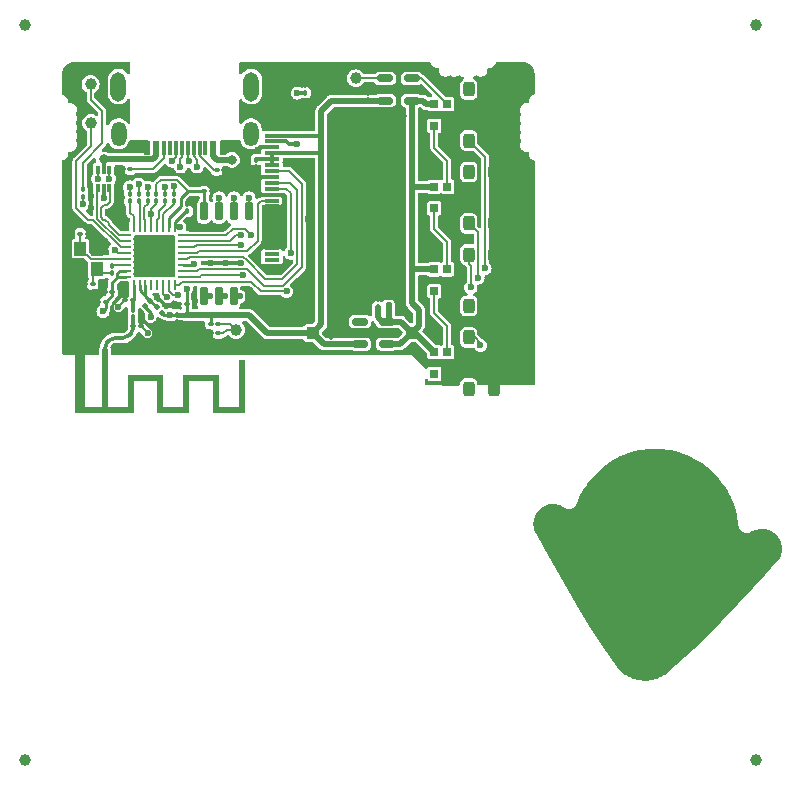
<source format=gbr>
%TF.GenerationSoftware,KiCad,Pcbnew,7.0.10*%
%TF.CreationDate,2024-04-07T01:49:58-04:00*%
%TF.ProjectId,pixie-rev-4,70697869-652d-4726-9576-2d342e6b6963,rev?*%
%TF.SameCoordinates,Original*%
%TF.FileFunction,Copper,L1,Top*%
%TF.FilePolarity,Positive*%
%FSLAX46Y46*%
G04 Gerber Fmt 4.6, Leading zero omitted, Abs format (unit mm)*
G04 Created by KiCad (PCBNEW 7.0.10) date 2024-04-07 01:49:58*
%MOMM*%
%LPD*%
G01*
G04 APERTURE LIST*
G04 Aperture macros list*
%AMRoundRect*
0 Rectangle with rounded corners*
0 $1 Rounding radius*
0 $2 $3 $4 $5 $6 $7 $8 $9 X,Y pos of 4 corners*
0 Add a 4 corners polygon primitive as box body*
4,1,4,$2,$3,$4,$5,$6,$7,$8,$9,$2,$3,0*
0 Add four circle primitives for the rounded corners*
1,1,$1+$1,$2,$3*
1,1,$1+$1,$4,$5*
1,1,$1+$1,$6,$7*
1,1,$1+$1,$8,$9*
0 Add four rect primitives between the rounded corners*
20,1,$1+$1,$2,$3,$4,$5,0*
20,1,$1+$1,$4,$5,$6,$7,0*
20,1,$1+$1,$6,$7,$8,$9,0*
20,1,$1+$1,$8,$9,$2,$3,0*%
G04 Aperture macros list end*
%TA.AperFunction,SMDPad,CuDef*%
%ADD10RoundRect,0.100000X-0.100000X0.130000X-0.100000X-0.130000X0.100000X-0.130000X0.100000X0.130000X0*%
%TD*%
%TA.AperFunction,SMDPad,CuDef*%
%ADD11RoundRect,0.100000X0.130000X0.100000X-0.130000X0.100000X-0.130000X-0.100000X0.130000X-0.100000X0*%
%TD*%
%TA.AperFunction,SMDPad,CuDef*%
%ADD12RoundRect,0.100000X-0.162635X0.021213X0.021213X-0.162635X0.162635X-0.021213X-0.021213X0.162635X0*%
%TD*%
%TA.AperFunction,SMDPad,CuDef*%
%ADD13C,1.000000*%
%TD*%
%TA.AperFunction,SMDPad,CuDef*%
%ADD14RoundRect,0.100000X0.021213X0.162635X-0.162635X-0.021213X-0.021213X-0.162635X0.162635X0.021213X0*%
%TD*%
%TA.AperFunction,SMDPad,CuDef*%
%ADD15RoundRect,0.237500X-0.237500X0.387500X-0.237500X-0.387500X0.237500X-0.387500X0.237500X0.387500X0*%
%TD*%
%TA.AperFunction,SMDPad,CuDef*%
%ADD16R,0.600000X1.160000*%
%TD*%
%TA.AperFunction,SMDPad,CuDef*%
%ADD17R,0.300000X1.160000*%
%TD*%
%TA.AperFunction,ComponentPad*%
%ADD18O,1.300000X2.100000*%
%TD*%
%TA.AperFunction,ComponentPad*%
%ADD19O,1.300000X2.500000*%
%TD*%
%TA.AperFunction,SMDPad,CuDef*%
%ADD20RoundRect,0.100000X0.100000X-0.130000X0.100000X0.130000X-0.100000X0.130000X-0.100000X-0.130000X0*%
%TD*%
%TA.AperFunction,SMDPad,CuDef*%
%ADD21R,1.000000X1.000000*%
%TD*%
%TA.AperFunction,SMDPad,CuDef*%
%ADD22RoundRect,0.140000X-0.170000X0.140000X-0.170000X-0.140000X0.170000X-0.140000X0.170000X0.140000X0*%
%TD*%
%TA.AperFunction,SMDPad,CuDef*%
%ADD23R,0.700000X0.700000*%
%TD*%
%TA.AperFunction,SMDPad,CuDef*%
%ADD24RoundRect,0.100000X-0.130000X-0.100000X0.130000X-0.100000X0.130000X0.100000X-0.130000X0.100000X0*%
%TD*%
%TA.AperFunction,SMDPad,CuDef*%
%ADD25R,1.300000X0.300000*%
%TD*%
%TA.AperFunction,SMDPad,CuDef*%
%ADD26R,1.600000X2.000000*%
%TD*%
%TA.AperFunction,SMDPad,CuDef*%
%ADD27R,0.340000X0.700000*%
%TD*%
%TA.AperFunction,SMDPad,CuDef*%
%ADD28RoundRect,0.062500X0.062500X-0.375000X0.062500X0.375000X-0.062500X0.375000X-0.062500X-0.375000X0*%
%TD*%
%TA.AperFunction,SMDPad,CuDef*%
%ADD29RoundRect,0.062500X0.375000X-0.062500X0.375000X0.062500X-0.375000X0.062500X-0.375000X-0.062500X0*%
%TD*%
%TA.AperFunction,SMDPad,CuDef*%
%ADD30R,3.100000X3.100000*%
%TD*%
%TA.AperFunction,SMDPad,CuDef*%
%ADD31RoundRect,0.140000X0.170000X-0.140000X0.170000X0.140000X-0.170000X0.140000X-0.170000X-0.140000X0*%
%TD*%
%TA.AperFunction,SMDPad,CuDef*%
%ADD32RoundRect,0.150000X0.150000X-0.650000X0.150000X0.650000X-0.150000X0.650000X-0.150000X-0.650000X0*%
%TD*%
%TA.AperFunction,ConnectorPad*%
%ADD33R,0.500000X0.500000*%
%TD*%
%TA.AperFunction,ComponentPad*%
%ADD34R,0.900000X0.500000*%
%TD*%
%TA.AperFunction,SMDPad,CuDef*%
%ADD35RoundRect,0.140000X-0.140000X-0.170000X0.140000X-0.170000X0.140000X0.170000X-0.140000X0.170000X0*%
%TD*%
%TA.AperFunction,SMDPad,CuDef*%
%ADD36RoundRect,0.150000X0.512500X0.150000X-0.512500X0.150000X-0.512500X-0.150000X0.512500X-0.150000X0*%
%TD*%
%TA.AperFunction,SMDPad,CuDef*%
%ADD37R,1.000000X1.150000*%
%TD*%
%TA.AperFunction,ViaPad*%
%ADD38C,0.600000*%
%TD*%
%TA.AperFunction,ViaPad*%
%ADD39C,0.808000*%
%TD*%
%TA.AperFunction,Conductor*%
%ADD40C,0.250000*%
%TD*%
%TA.AperFunction,Conductor*%
%ADD41C,0.254000*%
%TD*%
%TA.AperFunction,Conductor*%
%ADD42C,0.300000*%
%TD*%
%TA.AperFunction,Conductor*%
%ADD43C,0.160000*%
%TD*%
%TA.AperFunction,Conductor*%
%ADD44C,0.340000*%
%TD*%
%TA.AperFunction,Conductor*%
%ADD45C,0.150000*%
%TD*%
%TA.AperFunction,Conductor*%
%ADD46C,0.349300*%
%TD*%
%TA.AperFunction,Conductor*%
%ADD47C,0.508000*%
%TD*%
%TA.AperFunction,Conductor*%
%ADD48C,0.500000*%
%TD*%
%TA.AperFunction,Conductor*%
%ADD49C,0.381000*%
%TD*%
%TA.AperFunction,Conductor*%
%ADD50C,0.200000*%
%TD*%
G04 APERTURE END LIST*
%TA.AperFunction,EtchedComponent*%
%TO.C,REF\u002A\u002A*%
G36*
X150551582Y-102771476D02*
G01*
X150891534Y-102796093D01*
X151230623Y-102837170D01*
X151568222Y-102894801D01*
X151903703Y-102969077D01*
X152236434Y-103060088D01*
X152565785Y-103167925D01*
X152891124Y-103292678D01*
X153211821Y-103434441D01*
X153527247Y-103593301D01*
X153836768Y-103769353D01*
X154139759Y-103962683D01*
X154435583Y-104173388D01*
X154536200Y-104250327D01*
X154635928Y-104329535D01*
X154734672Y-104410911D01*
X154832327Y-104494363D01*
X154928801Y-104579785D01*
X155023992Y-104667082D01*
X155117799Y-104756155D01*
X155210131Y-104846906D01*
X155424288Y-105070889D01*
X155627792Y-105303704D01*
X155820441Y-105544903D01*
X156002042Y-105794043D01*
X156172396Y-106050681D01*
X156331302Y-106314376D01*
X156478569Y-106584681D01*
X156613998Y-106861149D01*
X156737389Y-107143342D01*
X156848546Y-107430812D01*
X156947271Y-107723117D01*
X157033369Y-108019813D01*
X157106640Y-108320454D01*
X157166887Y-108624599D01*
X157213916Y-108931801D01*
X157247524Y-109241619D01*
X157251369Y-109273084D01*
X157256570Y-109304302D01*
X157263103Y-109335222D01*
X157270942Y-109365799D01*
X157280064Y-109395980D01*
X157290444Y-109425720D01*
X157302056Y-109454963D01*
X157314877Y-109483666D01*
X157328885Y-109511774D01*
X157344049Y-109539243D01*
X157360346Y-109566022D01*
X157377759Y-109592059D01*
X157396254Y-109617308D01*
X157415809Y-109641718D01*
X157436401Y-109665239D01*
X157458000Y-109687826D01*
X157465897Y-109695527D01*
X157473801Y-109702869D01*
X157481734Y-109709894D01*
X157489705Y-109716634D01*
X157505803Y-109729410D01*
X157522195Y-109741497D01*
X157538987Y-109753186D01*
X157556268Y-109764779D01*
X157592706Y-109788854D01*
X157630970Y-109809769D01*
X157669924Y-109828317D01*
X157709471Y-109844497D01*
X157749509Y-109858311D01*
X157789945Y-109869754D01*
X157830673Y-109878832D01*
X157871600Y-109885541D01*
X157912628Y-109889881D01*
X157953654Y-109891854D01*
X157994581Y-109891460D01*
X158035312Y-109888696D01*
X158075746Y-109883567D01*
X158115784Y-109876070D01*
X158155331Y-109866203D01*
X158194286Y-109853968D01*
X158232549Y-109839366D01*
X158636659Y-109670987D01*
X158738709Y-109633393D01*
X158842547Y-109602666D01*
X158947791Y-109578771D01*
X159054058Y-109561672D01*
X159160967Y-109551331D01*
X159268134Y-109547712D01*
X159375178Y-109550777D01*
X159481717Y-109560488D01*
X159587365Y-109576811D01*
X159691746Y-109599705D01*
X159794475Y-109629137D01*
X159895168Y-109665067D01*
X159993443Y-109707461D01*
X160088920Y-109756279D01*
X160181214Y-109811485D01*
X160269943Y-109873042D01*
X160282475Y-109879648D01*
X160294823Y-109886806D01*
X160306997Y-109894484D01*
X160319010Y-109902643D01*
X160330876Y-109911245D01*
X160342605Y-109920252D01*
X160354214Y-109929632D01*
X160365709Y-109939344D01*
X160388418Y-109959618D01*
X160410829Y-109980781D01*
X160455162Y-110024587D01*
X160479678Y-110049859D01*
X160502912Y-110075233D01*
X160525159Y-110100802D01*
X160546716Y-110126667D01*
X160567878Y-110152927D01*
X160588943Y-110179681D01*
X160631958Y-110235061D01*
X160672384Y-110294907D01*
X160709998Y-110355994D01*
X160744803Y-110418225D01*
X160776793Y-110481514D01*
X160805971Y-110545763D01*
X160832339Y-110610882D01*
X160855894Y-110676777D01*
X160876637Y-110743358D01*
X160894568Y-110810530D01*
X160909688Y-110878201D01*
X160921996Y-110946280D01*
X160931491Y-111014673D01*
X160938176Y-111083287D01*
X160942048Y-111152032D01*
X160943108Y-111220813D01*
X160941358Y-111289539D01*
X160936795Y-111358118D01*
X160929419Y-111426456D01*
X160919233Y-111494459D01*
X160906235Y-111562039D01*
X160890425Y-111629099D01*
X160871802Y-111695549D01*
X160850368Y-111761300D01*
X160826121Y-111826252D01*
X160799064Y-111890313D01*
X160769194Y-111953399D01*
X160736514Y-112015408D01*
X160701023Y-112076254D01*
X160662714Y-112135841D01*
X160621600Y-112194079D01*
X160577672Y-112250874D01*
X160530931Y-112306133D01*
X159525784Y-113433620D01*
X158504801Y-114552178D01*
X157238055Y-115908408D01*
X155800431Y-117403156D01*
X154266810Y-118937271D01*
X153487400Y-119688105D01*
X152712076Y-120411597D01*
X151950191Y-121095355D01*
X151211111Y-121726982D01*
X151202691Y-121735401D01*
X151101986Y-121813489D01*
X150998868Y-121886739D01*
X150893494Y-121955138D01*
X150786016Y-122018688D01*
X150676592Y-122077376D01*
X150565373Y-122131200D01*
X150452511Y-122180155D01*
X150338166Y-122224229D01*
X150222489Y-122263419D01*
X150105633Y-122297722D01*
X149987754Y-122327127D01*
X149869003Y-122351632D01*
X149749542Y-122371226D01*
X149629517Y-122385908D01*
X149509084Y-122395667D01*
X149388397Y-122400500D01*
X149267616Y-122400401D01*
X149146889Y-122395363D01*
X149026369Y-122385379D01*
X148906213Y-122370443D01*
X148786577Y-122350550D01*
X148667614Y-122325692D01*
X148549475Y-122295866D01*
X148432318Y-122261060D01*
X148316295Y-122221276D01*
X148201560Y-122176502D01*
X148088268Y-122126733D01*
X147976575Y-122071963D01*
X147866630Y-122012186D01*
X147758593Y-121947398D01*
X147652616Y-121877587D01*
X147548851Y-121802753D01*
X147505045Y-121770789D01*
X147462027Y-121738033D01*
X147419801Y-121704487D01*
X147378366Y-121670153D01*
X147337718Y-121635030D01*
X147297858Y-121599119D01*
X147258790Y-121562417D01*
X147220510Y-121524926D01*
X147186159Y-121489820D01*
X147152500Y-121454022D01*
X147119432Y-121417635D01*
X147086858Y-121380751D01*
X147022793Y-121305901D01*
X146959522Y-121230261D01*
X146942683Y-121213422D01*
X145791847Y-119580764D01*
X144626409Y-117782950D01*
X143495700Y-115933435D01*
X142449048Y-114145681D01*
X140805240Y-111209296D01*
X140089626Y-109881463D01*
X140057213Y-109817054D01*
X140027842Y-109751752D01*
X140001495Y-109685651D01*
X139978155Y-109618847D01*
X139957808Y-109551432D01*
X139940433Y-109483499D01*
X139926014Y-109415146D01*
X139914534Y-109346464D01*
X139905982Y-109277546D01*
X139900331Y-109208489D01*
X139897571Y-109139384D01*
X139897682Y-109070330D01*
X139900649Y-109001415D01*
X139906453Y-108932737D01*
X139915078Y-108864389D01*
X139926507Y-108796465D01*
X139940725Y-108729059D01*
X139957711Y-108662264D01*
X139977450Y-108596177D01*
X139999926Y-108530889D01*
X140025121Y-108466495D01*
X140053019Y-108403088D01*
X140083603Y-108340765D01*
X140116854Y-108279618D01*
X140152758Y-108219740D01*
X140191296Y-108161227D01*
X140232451Y-108104172D01*
X140276206Y-108048672D01*
X140322547Y-107994815D01*
X140371454Y-107942700D01*
X140422910Y-107892419D01*
X140476895Y-107844067D01*
X140531294Y-107799573D01*
X140587092Y-107757650D01*
X140644204Y-107718309D01*
X140702551Y-107681557D01*
X140762050Y-107647400D01*
X140822622Y-107615847D01*
X140884180Y-107586905D01*
X140946652Y-107560583D01*
X141073987Y-107515827D01*
X141203974Y-107481639D01*
X141335959Y-107458082D01*
X141469286Y-107445217D01*
X141603307Y-107443106D01*
X141737362Y-107451811D01*
X141870802Y-107471392D01*
X141937086Y-107485281D01*
X142002972Y-107501913D01*
X142068376Y-107521296D01*
X142133217Y-107543437D01*
X142197413Y-107568342D01*
X142260885Y-107596019D01*
X142323548Y-107626478D01*
X142385320Y-107659725D01*
X142446123Y-107695772D01*
X142505873Y-107734620D01*
X142539691Y-107757211D01*
X142574755Y-107777618D01*
X142610929Y-107795831D01*
X142648076Y-107811837D01*
X142686061Y-107825625D01*
X142724750Y-107837177D01*
X142764007Y-107846486D01*
X142803696Y-107853538D01*
X142843679Y-107858321D01*
X142883825Y-107860822D01*
X142923993Y-107861029D01*
X142964052Y-107858931D01*
X143003862Y-107854516D01*
X143043291Y-107847768D01*
X143082203Y-107838675D01*
X143120461Y-107827229D01*
X143158031Y-107813525D01*
X143194899Y-107797712D01*
X143230953Y-107779854D01*
X143266082Y-107760009D01*
X143300174Y-107738240D01*
X143333122Y-107714608D01*
X143364810Y-107689176D01*
X143395129Y-107662006D01*
X143423970Y-107633157D01*
X143451218Y-107602695D01*
X143476764Y-107570677D01*
X143500496Y-107537170D01*
X143522309Y-107502228D01*
X143542084Y-107465919D01*
X143559713Y-107428303D01*
X143575085Y-107389442D01*
X143667794Y-107151474D01*
X143768986Y-106917452D01*
X143878466Y-106687376D01*
X143996037Y-106461247D01*
X144121498Y-106239064D01*
X144254655Y-106020829D01*
X144395312Y-105806541D01*
X144543271Y-105596196D01*
X144767988Y-105310665D01*
X145004456Y-105039777D01*
X145252045Y-104783623D01*
X145510121Y-104542295D01*
X145778060Y-104315880D01*
X146055230Y-104104477D01*
X146340998Y-103908168D01*
X146634733Y-103727050D01*
X146935805Y-103561211D01*
X147243586Y-103410744D01*
X147557443Y-103275738D01*
X147876747Y-103156285D01*
X148200866Y-103052476D01*
X148529171Y-102964401D01*
X148861030Y-102892153D01*
X149195815Y-102835820D01*
X149532893Y-102795495D01*
X149871635Y-102771270D01*
X150211407Y-102763234D01*
X150551582Y-102771476D01*
G37*
%TD.AperFunction*%
%TA.AperFunction,EtchedComponent*%
%TO.C,AE1*%
G36*
X101950000Y-99200000D02*
G01*
X103350000Y-99200000D01*
X103350000Y-94300000D01*
X103850000Y-94300000D01*
X103850000Y-99200000D01*
X105550000Y-99200000D01*
X105550000Y-96560000D01*
X108550000Y-96560000D01*
X108550000Y-99200000D01*
X110250000Y-99200000D01*
X110250000Y-96560000D01*
X113250000Y-96560000D01*
X113250000Y-99200000D01*
X114950000Y-99200000D01*
X114950000Y-95260000D01*
X115450000Y-95260000D01*
X115450000Y-99700000D01*
X112750000Y-99700000D01*
X112750000Y-97060000D01*
X110750000Y-97060000D01*
X110750000Y-99700000D01*
X108050000Y-99700000D01*
X108050000Y-97060000D01*
X106050000Y-97060000D01*
X106050000Y-99700000D01*
X101050000Y-99700000D01*
X101050000Y-94543215D01*
X101352417Y-94543215D01*
X101357153Y-94591622D01*
X101376815Y-94636416D01*
X101411755Y-94673186D01*
X101444647Y-94690092D01*
X101492733Y-94697982D01*
X101542318Y-94691408D01*
X101587628Y-94671313D01*
X101622888Y-94638643D01*
X101639782Y-94606417D01*
X101648222Y-94558158D01*
X101641691Y-94508632D01*
X101621132Y-94463447D01*
X101587489Y-94428213D01*
X101568878Y-94417600D01*
X101523363Y-94404700D01*
X101474844Y-94403957D01*
X101432181Y-94416065D01*
X101424269Y-94420419D01*
X101386326Y-94453203D01*
X101362258Y-94495605D01*
X101352417Y-94543215D01*
X101050000Y-94543215D01*
X101050000Y-94300000D01*
X101950000Y-94300000D01*
X101950000Y-99200000D01*
G37*
%TD.AperFunction*%
%TD*%
D10*
%TO.P,C13,1*%
%TO.N,3V3*%
X109700000Y-91425000D03*
%TO.P,C13,2*%
%TO.N,GND*%
X109700000Y-92065000D03*
%TD*%
D11*
%TO.P,C15,1*%
%TO.N,3V3*%
X110545000Y-90475000D03*
%TO.P,C15,2*%
%TO.N,GND*%
X109905000Y-90475000D03*
%TD*%
D12*
%TO.P,L2,1,1*%
%TO.N,/MCU/VRF*%
X108000000Y-90800000D03*
%TO.P,L2,2,2*%
%TO.N,3V3*%
X108452548Y-91252548D03*
%TD*%
D11*
%TO.P,C9,1*%
%TO.N,Net-(C9-Pad1)*%
X102575000Y-88850000D03*
%TO.P,C9,2*%
%TO.N,GND*%
X101935000Y-88850000D03*
%TD*%
D13*
%TO.P,TP2,1,1*%
%TO.N,/MCU/IO21*%
X102400000Y-71900000D03*
%TD*%
D14*
%TO.P,C11,1*%
%TO.N,/MCU/VRF*%
X107426274Y-90223726D03*
%TO.P,C11,2*%
%TO.N,GND*%
X106973726Y-90676274D03*
%TD*%
D15*
%TO.P,SW3,1,1*%
%TO.N,GND*%
X136575000Y-86325000D03*
%TO.P,SW3,2,2*%
X136575000Y-90675000D03*
%TO.P,SW3,3,3*%
%TO.N,/SW_3*%
X134425000Y-86325000D03*
%TO.P,SW3,4,4*%
%TO.N,unconnected-(SW3-Pad4)*%
X134425000Y-90675000D03*
%TD*%
D16*
%TO.P,J1,A1,GND*%
%TO.N,GND*%
X113580000Y-77280000D03*
%TO.P,J1,A4,VBUS*%
%TO.N,5V*%
X112780000Y-77280000D03*
D17*
%TO.P,J1,A5,CC1*%
%TO.N,/Power/CC1*%
X111630000Y-77280000D03*
%TO.P,J1,A6,D1+*%
%TO.N,/Power/USB_D+*%
X110630000Y-77280000D03*
%TO.P,J1,A7,D1-*%
%TO.N,/Power/USB_D-*%
X110130000Y-77280000D03*
%TO.P,J1,A8,SUB1*%
%TO.N,unconnected-(J1-SUB1-PadA8)*%
X109130000Y-77280000D03*
D16*
%TO.P,J1,A9,VBUS*%
%TO.N,5V*%
X107980000Y-77280000D03*
%TO.P,J1,A12,GND*%
%TO.N,GND*%
X107180000Y-77280000D03*
%TO.P,J1,B1,GND*%
X107180000Y-77280000D03*
%TO.P,J1,B4,VBUS*%
%TO.N,5V*%
X107980000Y-77280000D03*
D17*
%TO.P,J1,B5,CC2*%
%TO.N,/Power/CC2*%
X108630000Y-77280000D03*
%TO.P,J1,B6,D2+*%
%TO.N,/Power/USB_D+*%
X109630000Y-77280000D03*
%TO.P,J1,B7,D2-*%
%TO.N,/Power/USB_D-*%
X111130000Y-77280000D03*
%TO.P,J1,B8,SUB2*%
%TO.N,unconnected-(J1-SUB2-PadB8)*%
X112130000Y-77280000D03*
D16*
%TO.P,J1,B9,VBUS*%
%TO.N,5V*%
X112780000Y-77280000D03*
%TO.P,J1,B12,GND*%
%TO.N,GND*%
X113580000Y-77280000D03*
D18*
%TO.P,J1,S1,SHEILD*%
%TO.N,unconnected-(J1-SHEILD-PadS1)*%
X115980000Y-76100000D03*
D19*
%TO.P,J1,S2,SHEILD*%
%TO.N,unconnected-(J1-SHEILD-PadS2)*%
X116000000Y-72100000D03*
D18*
%TO.P,J1,S3,SHEILD*%
%TO.N,unconnected-(J1-SHEILD-PadS3)*%
X104780000Y-76100000D03*
D19*
%TO.P,J1,S4,SHEILD*%
%TO.N,unconnected-(J1-SHEILD-PadS4)*%
X104760000Y-72100000D03*
%TD*%
D11*
%TO.P,C12,1*%
%TO.N,3V3*%
X104225000Y-89525000D03*
%TO.P,C12,2*%
%TO.N,GND*%
X103585000Y-89525000D03*
%TD*%
D10*
%TO.P,R7,1*%
%TO.N,/MCU/FLASH_IO1*%
X105725000Y-81155000D03*
%TO.P,R7,2*%
%TO.N,/MCU/SPI_Q*%
X105725000Y-81795000D03*
%TD*%
D11*
%TO.P,C7,1*%
%TO.N,/MCU/CHIP_PU*%
X113220000Y-93000000D03*
%TO.P,C7,2*%
%TO.N,GND*%
X112580000Y-93000000D03*
%TD*%
D20*
%TO.P,C3,1*%
%TO.N,3V3*%
X122750000Y-93920000D03*
%TO.P,C3,2*%
%TO.N,GND*%
X122750000Y-93280000D03*
%TD*%
D10*
%TO.P,C18,1*%
%TO.N,3V3*%
X116400000Y-78285000D03*
%TO.P,C18,2*%
%TO.N,GND*%
X116400000Y-78925000D03*
%TD*%
D11*
%TO.P,R2,1*%
%TO.N,GND*%
X113725000Y-79175000D03*
%TO.P,R2,2*%
%TO.N,/Power/CC1*%
X113085000Y-79175000D03*
%TD*%
D15*
%TO.P,SW1,1,1*%
%TO.N,GND*%
X136575000Y-72325000D03*
%TO.P,SW1,2,2*%
X136575000Y-76675000D03*
%TO.P,SW1,3,3*%
%TO.N,unconnected-(SW1-Pad3)*%
X134425000Y-72325000D03*
%TO.P,SW1,4,4*%
%TO.N,/MCU/SW_1*%
X134425000Y-76675000D03*
%TD*%
D21*
%TO.P,GND1,1,1*%
%TO.N,GND*%
X118400000Y-71400000D03*
%TD*%
D22*
%TO.P,C17,1*%
%TO.N,3V3*%
X110625000Y-91450000D03*
%TO.P,C17,2*%
%TO.N,GND*%
X110625000Y-92410000D03*
%TD*%
D13*
%TO.P,TP1,1,1*%
%TO.N,/MCU/IO20*%
X102450000Y-75200000D03*
%TD*%
D23*
%TO.P,D2,1,D0*%
%TO.N,Net-(D2-D0)*%
X131500000Y-82410000D03*
%TO.P,D2,2,GND*%
%TO.N,GND*%
X132600000Y-82410000D03*
%TO.P,D2,3,DIN*%
%TO.N,Net-(D1-D0)*%
X132600000Y-80580000D03*
%TO.P,D2,4,VDD*%
%TO.N,5V*%
X131500000Y-80580000D03*
%TD*%
D10*
%TO.P,R8,1*%
%TO.N,/MCU/FLASH_IO3*%
X109475000Y-81160000D03*
%TO.P,R8,2*%
%TO.N,/MCU/SPI_HD*%
X109475000Y-81800000D03*
%TD*%
%TO.P,R9,1*%
%TO.N,/MCU/FLASH_IO0*%
X106475000Y-81160000D03*
%TO.P,R9,2*%
%TO.N,/MCU/SPI_D*%
X106475000Y-81800000D03*
%TD*%
D24*
%TO.P,R1,1*%
%TO.N,GND*%
X105130000Y-79100000D03*
%TO.P,R1,2*%
%TO.N,/Power/CC2*%
X105770000Y-79100000D03*
%TD*%
D20*
%TO.P,R11,1*%
%TO.N,Net-(U4-U0TXD{slash}GPIO21)*%
X101750000Y-81450000D03*
%TO.P,R11,2*%
%TO.N,/MCU/IO21*%
X101750000Y-80810000D03*
%TD*%
D10*
%TO.P,R5,1*%
%TO.N,/MCU/VCC_SPI*%
X107975000Y-81160000D03*
%TO.P,R5,2*%
%TO.N,/MCU/FLASH_CS0*%
X107975000Y-81800000D03*
%TD*%
D21*
%TO.P,5V1,1,1*%
%TO.N,5V*%
X129600000Y-92950000D03*
%TD*%
D11*
%TO.P,C14,1*%
%TO.N,3V3*%
X103700000Y-90300000D03*
%TO.P,C14,2*%
%TO.N,GND*%
X103060000Y-90300000D03*
%TD*%
D25*
%TO.P,J2,1,GND*%
%TO.N,GND*%
X117750000Y-87750000D03*
%TO.P,J2,2,GND*%
X117750000Y-87250000D03*
%TO.P,J2,3,NC*%
%TO.N,unconnected-(J2-NC-Pad3)*%
X117750000Y-86750000D03*
%TO.P,J2,4,TE*%
%TO.N,unconnected-(J2-TE-Pad4)*%
X117750000Y-86250000D03*
%TO.P,J2,5,DB7*%
%TO.N,GND*%
X117750000Y-85750000D03*
%TO.P,J2,6,DB6*%
X117750000Y-85250000D03*
%TO.P,J2,7,DB5*%
X117750000Y-84750000D03*
%TO.P,J2,8,DB4*%
X117750000Y-84250000D03*
%TO.P,J2,9,DB3*%
X117750000Y-83750000D03*
%TO.P,J2,10,DB2*%
X117750000Y-83250000D03*
%TO.P,J2,11,DB1*%
X117750000Y-82750000D03*
%TO.P,J2,12,DB0*%
X117750000Y-82250000D03*
%TO.P,J2,13,gnd/SDA*%
%TO.N,/MCU/DISP_SDA*%
X117750000Y-81750000D03*
%TO.P,J2,14,RD/gnd*%
%TO.N,GND*%
X117750000Y-81250000D03*
%TO.P,J2,15,WE/DC*%
%TO.N,/MCU/DISP_DC*%
X117750000Y-80750000D03*
%TO.P,J2,16,DC/CLK*%
%TO.N,/MCU/DISP_SCL*%
X117750000Y-80250000D03*
%TO.P,J2,17,CS*%
%TO.N,GND*%
X117750000Y-79750000D03*
%TO.P,J2,18,RESET*%
%TO.N,/MCU/DISP_RST*%
X117750000Y-79250000D03*
%TO.P,J2,19,IM1/2*%
%TO.N,3V3*%
X117750000Y-78750000D03*
%TO.P,J2,20,VDDIO*%
X117750000Y-78250000D03*
%TO.P,J2,21,VDD*%
X117750000Y-77750000D03*
%TO.P,J2,22,GND*%
%TO.N,GND*%
X117750000Y-77250000D03*
%TO.P,J2,23,LEDK*%
%TO.N,Net-(J2-LEDK)*%
X117750000Y-76750000D03*
%TO.P,J2,24,LEDA*%
%TO.N,3V3*%
X117750000Y-76250000D03*
D26*
%TO.P,J2,MP0,MP0*%
%TO.N,GND*%
X120450000Y-89450000D03*
%TO.P,J2,MP1,MP1*%
X120450000Y-74460000D03*
%TD*%
D21*
%TO.P,3V1,1,1*%
%TO.N,3V3*%
X121200000Y-92950000D03*
%TD*%
D24*
%TO.P,C10,1*%
%TO.N,/MCU/VCC_SPI*%
X112020000Y-80970000D03*
%TO.P,C10,2*%
%TO.N,GND*%
X112660000Y-80970000D03*
%TD*%
D15*
%TO.P,SW2,1,1*%
%TO.N,GND*%
X136575000Y-79325000D03*
%TO.P,SW2,2,2*%
X136575000Y-83675000D03*
%TO.P,SW2,3,3*%
%TO.N,unconnected-(SW2-Pad3)*%
X134425000Y-79325000D03*
%TO.P,SW2,4,4*%
%TO.N,/MCU/SW_2*%
X134425000Y-83675000D03*
%TD*%
D10*
%TO.P,R6,1*%
%TO.N,/MCU/FLASH_CLK*%
X107225000Y-81160000D03*
%TO.P,R6,2*%
%TO.N,/MCU/SPI_CLK*%
X107225000Y-81800000D03*
%TD*%
D23*
%TO.P,D4,1,D0*%
%TO.N,unconnected-(D4-D0-Pad1)*%
X131500000Y-96410000D03*
%TO.P,D4,2,GND*%
%TO.N,GND*%
X132600000Y-96410000D03*
%TO.P,D4,3,DIN*%
%TO.N,Net-(D3-D0)*%
X132600000Y-94580000D03*
%TO.P,D4,4,VDD*%
%TO.N,5V*%
X131500000Y-94580000D03*
%TD*%
D13*
%TO.P,BOOT1,1,1*%
%TO.N,/PIXEL*%
X124850000Y-71400000D03*
%TD*%
D10*
%TO.P,R10,1*%
%TO.N,/MCU/FLASH_IO2*%
X108725000Y-81160000D03*
%TO.P,R10,2*%
%TO.N,/MCU/SPI_WP*%
X108725000Y-81800000D03*
%TD*%
D11*
%TO.P,C20,1*%
%TO.N,5V*%
X129575000Y-74550000D03*
%TO.P,C20,2*%
%TO.N,GND*%
X128935000Y-74550000D03*
%TD*%
D13*
%TO.P,REF\u002A\u002A,1*%
%TO.N,N/C*%
X158750000Y-66850000D03*
%TD*%
D20*
%TO.P,R12,1*%
%TO.N,Net-(J2-LEDK)*%
X120600000Y-72620000D03*
%TO.P,R12,2*%
%TO.N,GND*%
X120600000Y-71980000D03*
%TD*%
D27*
%TO.P,U1,1,I/O1*%
%TO.N,/USB_P*%
X103000000Y-80700000D03*
%TO.P,U1,2,GND*%
%TO.N,GND*%
X103500000Y-80700000D03*
%TO.P,U1,3,I/O2*%
%TO.N,/USB_N*%
X104000000Y-80700000D03*
%TO.P,U1,4,I/O2*%
%TO.N,/Power/USB_D-*%
X104000000Y-79200000D03*
%TO.P,U1,5,VBUS*%
%TO.N,5V*%
X103500000Y-79200000D03*
%TO.P,U1,6,I/O1*%
%TO.N,/Power/USB_D+*%
X103000000Y-79200000D03*
%TD*%
D28*
%TO.P,U4,1,LNA_IN*%
%TO.N,/MCU/ANTENNA*%
X106050000Y-88887500D03*
%TO.P,U4,2,VDD3P3*%
%TO.N,/MCU/VRF*%
X106550000Y-88887500D03*
%TO.P,U4,3,VDD3P3*%
X107050000Y-88887500D03*
%TO.P,U4,4,XTAL_32K_P/ADC1_CH0*%
%TO.N,unconnected-(U4-XTAL_32K_P{slash}ADC1_CH0-Pad4)*%
X107550000Y-88887500D03*
%TO.P,U4,5,XTAL_32K_N/ADC1_CH1*%
%TO.N,unconnected-(U4-XTAL_32K_N{slash}ADC1_CH1-Pad5)*%
X108050000Y-88887500D03*
%TO.P,U4,6,GPIO2/ADC1_CH2*%
%TO.N,/SW_4*%
X108550000Y-88887500D03*
%TO.P,U4,7,CHIP_EN*%
%TO.N,/MCU/CHIP_PU*%
X109050000Y-88887500D03*
%TO.P,U4,8,GPIO3/ADC1_CH3*%
%TO.N,/SW_3*%
X109550000Y-88887500D03*
D29*
%TO.P,U4,9,MTMS/GPIO4/ADC1_CH4*%
%TO.N,/MCU/DISP_DC*%
X110237500Y-88200000D03*
%TO.P,U4,10,MTDI/GPIO5/ADC2_CH0*%
%TO.N,/MCU/DISP_RST*%
X110237500Y-87700000D03*
%TO.P,U4,11,VDD3P3_RTC*%
%TO.N,3V3*%
X110237500Y-87200000D03*
%TO.P,U4,12,MTCK/GPIO6*%
%TO.N,/MCU/DISP_SCL*%
X110237500Y-86700000D03*
%TO.P,U4,13,MTDO/GPIO7*%
%TO.N,/MCU/DISP_SDA*%
X110237500Y-86200000D03*
%TO.P,U4,14,GPIO8*%
%TO.N,/MCU/SW_2*%
X110237500Y-85700000D03*
%TO.P,U4,15,GPIO9/BOOT*%
%TO.N,/PIXEL*%
X110237500Y-85200000D03*
%TO.P,U4,16,GPIO10*%
%TO.N,/MCU/SW_1*%
X110237500Y-84700000D03*
D28*
%TO.P,U4,17,VDD3P3_CPU*%
%TO.N,3V3*%
X109550000Y-84012500D03*
%TO.P,U4,18,VDD_SPI/GPIO11*%
%TO.N,/MCU/VCC_SPI*%
X109050000Y-84012500D03*
%TO.P,U4,19,SPIHD/GPIO12*%
%TO.N,/MCU/SPI_HD*%
X108550000Y-84012500D03*
%TO.P,U4,20,SPIWP/GPIO13*%
%TO.N,/MCU/SPI_WP*%
X108050000Y-84012500D03*
%TO.P,U4,21,SPICS0/GPIO14*%
%TO.N,/MCU/FLASH_CS0*%
X107550000Y-84012500D03*
%TO.P,U4,22,SPICLK/GPIO15*%
%TO.N,/MCU/SPI_CLK*%
X107050000Y-84012500D03*
%TO.P,U4,23,SPID/GPIO16*%
%TO.N,/MCU/SPI_D*%
X106550000Y-84012500D03*
%TO.P,U4,24,SPIQ/GPIO17*%
%TO.N,/MCU/SPI_Q*%
X106050000Y-84012500D03*
D29*
%TO.P,U4,25,GPIO18/USB_D-*%
%TO.N,/USB_N*%
X105362500Y-84700000D03*
%TO.P,U4,26,GPIO19/USB_D+*%
%TO.N,/USB_P*%
X105362500Y-85200000D03*
%TO.P,U4,27,U0RXD/GPIO20*%
%TO.N,/MCU/IO20*%
X105362500Y-85700000D03*
%TO.P,U4,28,U0TXD/GPIO21*%
%TO.N,Net-(U4-U0TXD{slash}GPIO21)*%
X105362500Y-86200000D03*
%TO.P,U4,29,XTAL_N*%
%TO.N,/MCU/XTAL_N*%
X105362500Y-86700000D03*
%TO.P,U4,30,XTAL_P*%
%TO.N,/MCU/XTAL_P*%
X105362500Y-87200000D03*
%TO.P,U4,31,VDDA*%
%TO.N,3V3*%
X105362500Y-87700000D03*
%TO.P,U4,32,VDDA*%
X105362500Y-88200000D03*
D30*
%TO.P,U4,33,GND*%
%TO.N,GND*%
X107800000Y-86450000D03*
%TD*%
D24*
%TO.P,C8,1*%
%TO.N,Net-(AE1-Pad1)*%
X106030000Y-92400000D03*
%TO.P,C8,2*%
%TO.N,GND*%
X106670000Y-92400000D03*
%TD*%
%TO.P,C6,1*%
%TO.N,/MCU/XTAL_N*%
X101535000Y-84550000D03*
%TO.P,C6,2*%
%TO.N,GND*%
X102175000Y-84550000D03*
%TD*%
D13*
%TO.P,PU1,1,1*%
%TO.N,/MCU/CHIP_PU*%
X114720000Y-92700000D03*
%TD*%
D20*
%TO.P,C16,1*%
%TO.N,3V3*%
X110600000Y-82645000D03*
%TO.P,C16,2*%
%TO.N,GND*%
X110600000Y-82005000D03*
%TD*%
D23*
%TO.P,D1,1,D0*%
%TO.N,Net-(D1-D0)*%
X131500000Y-75410000D03*
%TO.P,D1,2,GND*%
%TO.N,GND*%
X132600000Y-75410000D03*
%TO.P,D1,3,DIN*%
%TO.N,Net-(D1-DIN)*%
X132600000Y-73580000D03*
%TO.P,D1,4,VDD*%
%TO.N,5V*%
X131500000Y-73580000D03*
%TD*%
D10*
%TO.P,L1,1,1*%
%TO.N,/MCU/ANTENNA*%
X106000000Y-90980000D03*
%TO.P,L1,2,2*%
%TO.N,Net-(AE1-Pad1)*%
X106000000Y-91620000D03*
%TD*%
D31*
%TO.P,C4,1*%
%TO.N,3V3*%
X123700000Y-93880000D03*
%TO.P,C4,2*%
%TO.N,GND*%
X123700000Y-92920000D03*
%TD*%
D20*
%TO.P,C19,1*%
%TO.N,3V3*%
X125900000Y-73250000D03*
%TO.P,C19,2*%
%TO.N,GND*%
X125900000Y-72610000D03*
%TD*%
D32*
%TO.P,U3,1,~{CS}*%
%TO.N,/MCU/FLASH_CS0*%
X111995000Y-89850000D03*
%TO.P,U3,2,DO(IO1)*%
%TO.N,/MCU/FLASH_IO1*%
X113265000Y-89850000D03*
%TO.P,U3,3,IO2*%
%TO.N,/MCU/FLASH_IO2*%
X114535000Y-89850000D03*
%TO.P,U3,4,GND*%
%TO.N,GND*%
X115805000Y-89850000D03*
%TO.P,U3,5,DI(IO0)*%
%TO.N,/MCU/FLASH_IO0*%
X115805000Y-82650000D03*
%TO.P,U3,6,CLK*%
%TO.N,/MCU/FLASH_CLK*%
X114535000Y-82650000D03*
%TO.P,U3,7,IO3*%
%TO.N,/MCU/FLASH_IO3*%
X113265000Y-82650000D03*
%TO.P,U3,8,VCC*%
%TO.N,/MCU/VCC_SPI*%
X111995000Y-82650000D03*
%TD*%
D33*
%TO.P,AE1,1*%
%TO.N,Net-(AE1-Pad1)*%
X103600000Y-94550000D03*
D34*
%TO.P,AE1,2*%
%TO.N,GND*%
X101500000Y-94550000D03*
%TD*%
D13*
%TO.P,REF\u002A\u002A,1*%
%TO.N,N/C*%
X96850000Y-129150000D03*
%TD*%
D35*
%TO.P,C1,1*%
%TO.N,5V*%
X127640000Y-90700000D03*
%TO.P,C1,2*%
%TO.N,GND*%
X128600000Y-90700000D03*
%TD*%
D10*
%TO.P,R4,1*%
%TO.N,/MCU/XTAL_P*%
X104200000Y-87280000D03*
%TO.P,R4,2*%
%TO.N,Net-(C9-Pad1)*%
X104200000Y-87920000D03*
%TD*%
D36*
%TO.P,U2,1,IN*%
%TO.N,5V*%
X127500000Y-93900000D03*
%TO.P,U2,2,GND*%
%TO.N,GND*%
X127500000Y-92950000D03*
%TO.P,U2,3,EN*%
%TO.N,5V*%
X127500000Y-92000000D03*
%TO.P,U2,4,BP*%
%TO.N,unconnected-(U2-BP-Pad4)*%
X125225000Y-92000000D03*
%TO.P,U2,5,OUT*%
%TO.N,3V3*%
X125225000Y-93900000D03*
%TD*%
D23*
%TO.P,D3,1,D0*%
%TO.N,Net-(D3-D0)*%
X131500000Y-89410000D03*
%TO.P,D3,2,GND*%
%TO.N,GND*%
X132600000Y-89410000D03*
%TO.P,D3,3,DIN*%
%TO.N,Net-(D2-D0)*%
X132600000Y-87580000D03*
%TO.P,D3,4,VDD*%
%TO.N,5V*%
X131500000Y-87580000D03*
%TD*%
D15*
%TO.P,SW4,1,1*%
%TO.N,GND*%
X136575000Y-93325000D03*
%TO.P,SW4,2,2*%
X136575000Y-97675000D03*
%TO.P,SW4,3,3*%
%TO.N,/SW_4*%
X134425000Y-93325000D03*
%TO.P,SW4,4,4*%
%TO.N,unconnected-(SW4-Pad4)*%
X134425000Y-97675000D03*
%TD*%
D37*
%TO.P,Y1,1,1*%
%TO.N,Net-(C9-Pad1)*%
X102950000Y-87575000D03*
%TO.P,Y1,2,2*%
%TO.N,GND*%
X102950000Y-85825000D03*
%TO.P,Y1,3,3*%
%TO.N,/MCU/XTAL_N*%
X101550000Y-85825000D03*
%TO.P,Y1,4,4*%
%TO.N,GND*%
X101550000Y-87575000D03*
%TD*%
D20*
%TO.P,C2,1*%
%TO.N,5V*%
X126700000Y-90765000D03*
%TO.P,C2,2*%
%TO.N,GND*%
X126700000Y-90125000D03*
%TD*%
D11*
%TO.P,C5,1*%
%TO.N,/MCU/ANTENNA*%
X105975000Y-90200000D03*
%TO.P,C5,2*%
%TO.N,GND*%
X105335000Y-90200000D03*
%TD*%
D13*
%TO.P,REF\u002A\u002A,1*%
%TO.N,N/C*%
X158750000Y-129150000D03*
%TD*%
D36*
%TO.P,U5,1,VCCA*%
%TO.N,5V*%
X129600000Y-73300000D03*
%TO.P,U5,2,GND*%
%TO.N,GND*%
X129600000Y-72350000D03*
%TO.P,U5,3,A*%
%TO.N,Net-(D1-DIN)*%
X129600000Y-71400000D03*
%TO.P,U5,4,B*%
%TO.N,/PIXEL*%
X127325000Y-71400000D03*
%TO.P,U5,5,DIR*%
%TO.N,GND*%
X127325000Y-72350000D03*
%TO.P,U5,6,VCCB*%
%TO.N,3V3*%
X127325000Y-73300000D03*
%TD*%
D11*
%TO.P,R3,1*%
%TO.N,/MCU/CHIP_PU*%
X113220000Y-92200000D03*
%TO.P,R3,2*%
%TO.N,3V3*%
X112580000Y-92200000D03*
%TD*%
D13*
%TO.P,REF\u002A\u002A,1*%
%TO.N,N/C*%
X96850000Y-66850000D03*
%TD*%
D38*
%TO.N,GND*%
X105050000Y-82750000D03*
X105250000Y-91425000D03*
X101450000Y-83850000D03*
D39*
X128500000Y-72300000D03*
D38*
X114500000Y-94500000D03*
X100500000Y-92800000D03*
X102380498Y-78950000D03*
X116525500Y-90550000D03*
X120500000Y-79200000D03*
X100500000Y-89400000D03*
X117650000Y-90800000D03*
X100500000Y-87700000D03*
X104650000Y-83500000D03*
X132050000Y-88500000D03*
X100500000Y-80900000D03*
X106700000Y-91325000D03*
X105600000Y-94500000D03*
X115600000Y-94500000D03*
X108325000Y-87825000D03*
X139500000Y-96500000D03*
X102300000Y-93700000D03*
X113410000Y-80700000D03*
X138299999Y-70500000D03*
X107300000Y-85050000D03*
X102350000Y-83950000D03*
X139500000Y-83000000D03*
X100500000Y-91100000D03*
X120850000Y-83350000D03*
X106400000Y-77280000D03*
X102800000Y-89500000D03*
X131700000Y-92800000D03*
X111220000Y-90280000D03*
X110075000Y-94500000D03*
X113400000Y-94500000D03*
X118800000Y-83900000D03*
X101800000Y-89500000D03*
X104360000Y-91560000D03*
X101275000Y-88700000D03*
X108650000Y-92150000D03*
X118900000Y-87350000D03*
X100500000Y-93700000D03*
X104525000Y-92625000D03*
X103600000Y-92900000D03*
X105225000Y-92150000D03*
X102900000Y-84800000D03*
X139500000Y-94000000D03*
X106400000Y-86975000D03*
X118750000Y-82300000D03*
X100500000Y-86000000D03*
X128000000Y-78450000D03*
X116700000Y-94500000D03*
X102435500Y-81400000D03*
X128250000Y-83300000D03*
X104500000Y-94500000D03*
X100518219Y-94527124D03*
X107825000Y-92400000D03*
X108900000Y-94500000D03*
X107240000Y-92960000D03*
X102410355Y-82405576D03*
X108057133Y-89914906D03*
X104850000Y-81150000D03*
X105400000Y-83950000D03*
X104750000Y-81950000D03*
X125150000Y-90450000D03*
X103600000Y-85150000D03*
X111200000Y-93500000D03*
X126400000Y-94500000D03*
X130650000Y-72450000D03*
X105950000Y-93900000D03*
X103000000Y-93600000D03*
X100500000Y-84300000D03*
X107300000Y-85925000D03*
X124150000Y-75050000D03*
X102500000Y-90700000D03*
X120600000Y-70500000D03*
X104800000Y-74200000D03*
X107275000Y-86950000D03*
X106700000Y-94500000D03*
X116450000Y-79750000D03*
X108700000Y-93300000D03*
X139500000Y-72400000D03*
X125900000Y-70500000D03*
D39*
X118400000Y-71400000D03*
D38*
X130500000Y-82000000D03*
X111200000Y-94500000D03*
X124900000Y-83500000D03*
X127250000Y-86500000D03*
X101400000Y-93700000D03*
X109175000Y-85925000D03*
X120800000Y-91550000D03*
X114730000Y-80330000D03*
X102380498Y-80450000D03*
X115100000Y-87025000D03*
X100500000Y-70700000D03*
X105300000Y-89500000D03*
X135550000Y-92050000D03*
X129300000Y-91300000D03*
X107500000Y-91600000D03*
X124550000Y-79350000D03*
X119900000Y-94500000D03*
X118500000Y-92200000D03*
X111850000Y-84025000D03*
X109900000Y-92700000D03*
X123000000Y-91400000D03*
X139500000Y-90000000D03*
X102600000Y-94429978D03*
X103400000Y-70500000D03*
X108300000Y-85925000D03*
X116600000Y-77500000D03*
X106400000Y-85925000D03*
X112600000Y-87025000D03*
X132050000Y-95500000D03*
X111274204Y-81816717D03*
X130500000Y-74500000D03*
X104760000Y-90780000D03*
X116650000Y-81250000D03*
X124800000Y-88400000D03*
X109175000Y-86950000D03*
D39*
X126350000Y-92950000D03*
D38*
X103500000Y-88800000D03*
X121900000Y-73100000D03*
X115650000Y-79200000D03*
X104100000Y-82800000D03*
X123200000Y-86300000D03*
X120900000Y-87400000D03*
X112300000Y-94500000D03*
X116100000Y-93800000D03*
X105100000Y-79850000D03*
X105050000Y-94100000D03*
X103500000Y-81500000D03*
X106550000Y-93425000D03*
X117100000Y-74000000D03*
X113900000Y-87025000D03*
X114380000Y-77280000D03*
X108300000Y-85050000D03*
X105300000Y-88870000D03*
X119300000Y-75300000D03*
X130100000Y-70500000D03*
X113500000Y-84025000D03*
X116550000Y-86300000D03*
X107800000Y-94500000D03*
X128250000Y-88200000D03*
X139500000Y-87000000D03*
X108300000Y-86975000D03*
X103700000Y-86100000D03*
X139500000Y-80000000D03*
%TO.N,/SW_4*%
X135400000Y-94000000D03*
X108859122Y-89940878D03*
D39*
%TO.N,/PIXEL*%
X124850000Y-71400000D03*
D38*
X115100000Y-84700000D03*
%TO.N,/SW_3*%
X119000000Y-89450000D03*
X134600000Y-89100000D03*
D39*
%TO.N,5V*%
X129580000Y-92950000D03*
X103500000Y-78270000D03*
X114375000Y-78300000D03*
D38*
%TO.N,3V3*%
X111179617Y-87124045D03*
X109960000Y-84020000D03*
X109125000Y-91425000D03*
X110545000Y-89200000D03*
X103450000Y-91125000D03*
%TO.N,/MCU/CHIP_PU*%
X114720000Y-92700000D03*
X109800000Y-89750000D03*
%TO.N,/Power/USB_D+*%
X110700000Y-78400000D03*
X109300000Y-78400000D03*
X103000000Y-79900000D03*
%TO.N,/Power/USB_D-*%
X110000000Y-78900000D03*
X111400000Y-78900000D03*
X104000000Y-79900000D03*
%TO.N,/MCU/DISP_DC*%
X119350000Y-86200000D03*
X115350000Y-88083128D03*
%TO.N,/MCU/FLASH_CS0*%
X112515500Y-89850000D03*
X107550000Y-82875000D03*
%TO.N,/MCU/FLASH_IO0*%
X106475000Y-80340000D03*
X115805000Y-81530000D03*
%TO.N,/MCU/FLASH_IO2*%
X108720000Y-80580000D03*
X115055500Y-89850000D03*
%TO.N,/MCU/FLASH_CLK*%
X114550000Y-81525000D03*
X107225000Y-80610000D03*
%TO.N,/MCU/FLASH_IO1*%
X113785500Y-89850000D03*
X105730000Y-80610000D03*
%TO.N,/MCU/FLASH_IO3*%
X109480000Y-80521770D03*
X113275000Y-81540000D03*
%TO.N,Net-(J2-LEDK)*%
X119900000Y-72650000D03*
X119900000Y-77000000D03*
%TO.N,Net-(U4-U0TXD{slash}GPIO21)*%
X101750000Y-82050000D03*
X104450000Y-85950000D03*
%TO.N,/MCU/SW_1*%
X135800000Y-87500000D03*
X115975000Y-84700000D03*
%TO.N,/MCU/SW_2*%
X135200000Y-88300000D03*
X115100000Y-85500000D03*
%TD*%
D40*
%TO.N,GND*%
X102900000Y-90300000D02*
X102500000Y-90700000D01*
D41*
X108057133Y-89954891D02*
X108620120Y-90517878D01*
X113090000Y-80700000D02*
X113410000Y-80700000D01*
X107500000Y-91600000D02*
X107500000Y-91250000D01*
X109862122Y-90517878D02*
X109905000Y-90475000D01*
D42*
X107180000Y-77280000D02*
X106400000Y-77280000D01*
D43*
X107230000Y-92960000D02*
X106670000Y-92400000D01*
D40*
X107240000Y-92960000D02*
X107230000Y-92960000D01*
D41*
X115825500Y-89850000D02*
X115805000Y-89850000D01*
D42*
X118900000Y-87350000D02*
X118500000Y-87750000D01*
X118500000Y-87750000D02*
X117750000Y-87750000D01*
X118750000Y-81500000D02*
X118500000Y-81250000D01*
X117750000Y-77250000D02*
X116850000Y-77250000D01*
X118800000Y-87250000D02*
X117750000Y-87250000D01*
D43*
X104760000Y-90775000D02*
X105335000Y-90200000D01*
D41*
X115805000Y-89983869D02*
X115805000Y-89850000D01*
D40*
X104760000Y-90780000D02*
X104760000Y-90775000D01*
D41*
X108620120Y-90517878D02*
X109862122Y-90517878D01*
X112660000Y-80970000D02*
X112820000Y-80970000D01*
D42*
X117225000Y-82250000D02*
X117750000Y-82250000D01*
X118900000Y-87350000D02*
X118800000Y-87250000D01*
X116450000Y-79750000D02*
X117750000Y-79750000D01*
D41*
X106973726Y-90723726D02*
X106973726Y-90676274D01*
D42*
X114380000Y-77280000D02*
X113580000Y-77280000D01*
D41*
X107500000Y-91250000D02*
X106973726Y-90723726D01*
D44*
X103500000Y-81500000D02*
X103500000Y-80700000D01*
D41*
X112820000Y-80970000D02*
X113090000Y-80700000D01*
D40*
X103060000Y-90300000D02*
X102900000Y-90300000D01*
D41*
X108057133Y-89914906D02*
X108057133Y-89954891D01*
D42*
X116850000Y-77250000D02*
X116600000Y-77500000D01*
X118500000Y-81250000D02*
X117750000Y-81250000D01*
X116650000Y-81250000D02*
X117750000Y-81250000D01*
X118750000Y-82300000D02*
X118750000Y-81500000D01*
D45*
%TO.N,/SW_4*%
X108550000Y-89631756D02*
X108550000Y-88887500D01*
X135400000Y-94000000D02*
X135400000Y-93800000D01*
X108859122Y-89940878D02*
X108550000Y-89631756D01*
X134925000Y-93325000D02*
X134425000Y-93325000D01*
X135400000Y-93800000D02*
X134925000Y-93325000D01*
%TO.N,/PIXEL*%
X124850000Y-71400000D02*
X127325000Y-71400000D01*
X114700000Y-84700000D02*
X114200000Y-85200000D01*
X115100000Y-84700000D02*
X114700000Y-84700000D01*
X127112500Y-71500000D02*
X127050000Y-71562500D01*
X114200000Y-85200000D02*
X110237500Y-85200000D01*
%TO.N,/SW_3*%
X119000000Y-89450000D02*
X116800000Y-89450000D01*
X134425000Y-87125000D02*
X134425000Y-86325000D01*
X116800000Y-89450000D02*
X116000000Y-88650000D01*
X116000000Y-88650000D02*
X110150000Y-88650000D01*
X134600000Y-87300000D02*
X134425000Y-87125000D01*
X110150000Y-88650000D02*
X109912500Y-88887500D01*
X109912500Y-88887500D02*
X109550000Y-88887500D01*
X134600000Y-89100000D02*
X134600000Y-87300000D01*
D46*
%TO.N,Net-(AE1-Pad1)*%
X105143629Y-93375000D02*
X104506371Y-93375000D01*
X103940685Y-93609315D02*
X103834314Y-93715686D01*
X105795685Y-93054315D02*
X105709314Y-93140686D01*
D45*
X106030000Y-91650000D02*
X106000000Y-91620000D01*
D46*
X103600000Y-94281371D02*
X103600000Y-94550000D01*
X106030000Y-92400000D02*
X106030000Y-91650000D01*
X106030000Y-92400000D02*
X106030000Y-92488629D01*
X105143629Y-93375020D02*
G75*
G03*
X105709314Y-93140686I-29J800020D01*
G01*
X105795670Y-93054300D02*
G75*
G03*
X106030000Y-92488629I-565670J565700D01*
G01*
X103834329Y-93715701D02*
G75*
G03*
X103600000Y-94281371I565671J-565699D01*
G01*
X104506371Y-93374980D02*
G75*
G03*
X103940685Y-93609315I29J-800020D01*
G01*
D44*
%TO.N,5V*%
X103500000Y-78270000D02*
X103500000Y-79200000D01*
D47*
X127640000Y-91860000D02*
X127500000Y-92000000D01*
X126700000Y-90765000D02*
X126700000Y-91600000D01*
X129580000Y-92950000D02*
X129870000Y-92950000D01*
D48*
X103500000Y-78270000D02*
X103510000Y-78260000D01*
X107690000Y-78260000D02*
X107980000Y-77970000D01*
D47*
X127500000Y-92000000D02*
X128650000Y-92000000D01*
X127100000Y-92000000D02*
X127500000Y-92000000D01*
X130550000Y-73300000D02*
X130830000Y-73580000D01*
X130200000Y-92330000D02*
X129580000Y-92950000D01*
X130200000Y-91000000D02*
X130200000Y-92330000D01*
D48*
X113090000Y-78300000D02*
X114375000Y-78300000D01*
X107980000Y-77970000D02*
X107980000Y-77280000D01*
D47*
X128630000Y-93900000D02*
X127500000Y-93900000D01*
X129870000Y-92950000D02*
X131500000Y-94580000D01*
D48*
X112780000Y-77990000D02*
X113090000Y-78300000D01*
D47*
X127640000Y-90700000D02*
X127640000Y-91860000D01*
D48*
X103510000Y-78260000D02*
X107690000Y-78260000D01*
D47*
X129600000Y-73300000D02*
X129600000Y-90400000D01*
D48*
X112780000Y-77280000D02*
X112780000Y-77990000D01*
D47*
X129600000Y-73300000D02*
X130550000Y-73300000D01*
X126700000Y-91600000D02*
X127100000Y-92000000D01*
X130830000Y-73580000D02*
X131500000Y-73580000D01*
X129600000Y-87600000D02*
X129620000Y-87580000D01*
X129580000Y-92950000D02*
X128630000Y-93900000D01*
X129620000Y-87580000D02*
X131500000Y-87580000D01*
X128650000Y-92000000D02*
X129600000Y-92950000D01*
X129620000Y-80580000D02*
X131500000Y-80580000D01*
X129600000Y-90400000D02*
X130200000Y-91000000D01*
D41*
%TO.N,3V3*%
X105362500Y-88200000D02*
X104731279Y-88200000D01*
D47*
X122170000Y-93920000D02*
X121200000Y-92950000D01*
X122756000Y-93914000D02*
X123666000Y-93914000D01*
D42*
X117750000Y-78750000D02*
X117750000Y-78250000D01*
X117750000Y-78250000D02*
X116435000Y-78250000D01*
D47*
X121950000Y-76250000D02*
X121950000Y-74150000D01*
X122750000Y-93920000D02*
X122170000Y-93920000D01*
D45*
X112580000Y-91470000D02*
X112600000Y-91450000D01*
D47*
X121200000Y-92950000D02*
X121950000Y-92200000D01*
D41*
X109952500Y-84012500D02*
X109550000Y-84012500D01*
X104900000Y-87700000D02*
X104677000Y-87923000D01*
D42*
X117750000Y-77750000D02*
X121900000Y-77750000D01*
X121950000Y-76250000D02*
X118800000Y-76250000D01*
D41*
X109100000Y-91450000D02*
X108650000Y-91450000D01*
X103700000Y-90300000D02*
X104225000Y-89775000D01*
X110545000Y-89200000D02*
X110545000Y-90475000D01*
D48*
X115800000Y-91450000D02*
X117300000Y-92950000D01*
D41*
X104677000Y-87923000D02*
X104677000Y-88254279D01*
D47*
X125225000Y-93900000D02*
X123720000Y-93900000D01*
D41*
X110600000Y-91425000D02*
X110625000Y-91450000D01*
X104225000Y-89775000D02*
X104225000Y-89525000D01*
D49*
X109700000Y-91425000D02*
X110600000Y-91425000D01*
D41*
X109700000Y-91425000D02*
X109125000Y-91425000D01*
D47*
X122750000Y-93920000D02*
X122756000Y-93914000D01*
D41*
X112580000Y-92200000D02*
X112580000Y-91470000D01*
D42*
X116435000Y-78250000D02*
X116400000Y-78285000D01*
D47*
X121950000Y-92200000D02*
X121950000Y-76250000D01*
D41*
X105362500Y-87700000D02*
X104900000Y-87700000D01*
D47*
X123666000Y-93914000D02*
X123700000Y-93880000D01*
D41*
X104225000Y-88706279D02*
X104677000Y-88254279D01*
X110455000Y-82645000D02*
X110600000Y-82645000D01*
X104731279Y-88200000D02*
X104677000Y-88254279D01*
D47*
X121950000Y-74150000D02*
X122800000Y-73300000D01*
D48*
X117300000Y-92950000D02*
X121200000Y-92950000D01*
X112600000Y-91450000D02*
X115800000Y-91450000D01*
D47*
X123720000Y-93900000D02*
X123700000Y-93880000D01*
D41*
X103700000Y-90875000D02*
X103700000Y-90300000D01*
X109550000Y-84012500D02*
X109550000Y-83550000D01*
D47*
X122800000Y-73300000D02*
X127325000Y-73300000D01*
D41*
X109960000Y-84020000D02*
X109952500Y-84012500D01*
X111103662Y-87200000D02*
X110237500Y-87200000D01*
X103450000Y-91125000D02*
X103700000Y-90875000D01*
X110545000Y-90475000D02*
X110545000Y-91370000D01*
X111179617Y-87124045D02*
X111103662Y-87200000D01*
X110545000Y-91370000D02*
X110625000Y-91450000D01*
X109125000Y-91425000D02*
X109100000Y-91450000D01*
X104225000Y-89525000D02*
X104225000Y-88706279D01*
D48*
X110625000Y-91450000D02*
X112600000Y-91450000D01*
D42*
X117750000Y-78250000D02*
X117750000Y-77750000D01*
X118800000Y-76250000D02*
X117750000Y-76250000D01*
D41*
X108650000Y-91450000D02*
X108452548Y-91252548D01*
X109550000Y-83550000D02*
X110455000Y-82645000D01*
%TO.N,/MCU/ANTENNA*%
X106050000Y-88887500D02*
X106050000Y-90125000D01*
D45*
X106050000Y-90125000D02*
X105975000Y-90200000D01*
D46*
X105975000Y-90200000D02*
X105975000Y-90955000D01*
D45*
X105975000Y-90955000D02*
X106000000Y-90980000D01*
%TO.N,/MCU/XTAL_N*%
X102400000Y-86700000D02*
X101535000Y-85835000D01*
X101535000Y-85835000D02*
X101535000Y-84550000D01*
X105362500Y-86700000D02*
X102400000Y-86700000D01*
D50*
%TO.N,/MCU/CHIP_PU*%
X114220000Y-92200000D02*
X114720000Y-92700000D01*
D45*
X109050000Y-89376653D02*
X109050000Y-88887500D01*
X109800000Y-89750000D02*
X109410000Y-89750000D01*
D50*
X113220000Y-93000000D02*
X113620000Y-93000000D01*
D45*
X109312136Y-89652136D02*
X109312136Y-89638789D01*
X109410000Y-89750000D02*
X109312136Y-89652136D01*
D50*
X113220000Y-92200000D02*
X114220000Y-92200000D01*
D45*
X109312136Y-89638789D02*
X109050000Y-89376653D01*
D50*
X113620000Y-93000000D02*
X113920000Y-92700000D01*
X113920000Y-92700000D02*
X114720000Y-92700000D01*
D45*
%TO.N,Net-(C9-Pad1)*%
X102950000Y-87575000D02*
X102925000Y-87575000D01*
X103295000Y-87920000D02*
X102950000Y-87575000D01*
X102925000Y-87575000D02*
X102575000Y-87925000D01*
X104200000Y-87920000D02*
X103295000Y-87920000D01*
X102575000Y-87925000D02*
X102575000Y-88850000D01*
%TO.N,/MCU/VCC_SPI*%
X110640000Y-80940000D02*
X110640000Y-80970000D01*
D41*
X112020000Y-80970000D02*
X112020000Y-82625000D01*
D45*
X109696770Y-79996770D02*
X110640000Y-80940000D01*
D41*
X109050000Y-84012500D02*
X109050000Y-83230000D01*
D45*
X107975000Y-80385000D02*
X107975000Y-81160000D01*
D41*
X112020000Y-82625000D02*
X111995000Y-82650000D01*
X110050000Y-82230000D02*
X110050000Y-81560000D01*
X110640000Y-80970000D02*
X112020000Y-80970000D01*
X110050000Y-81560000D02*
X110640000Y-80970000D01*
D45*
X108363230Y-79996770D02*
X107975000Y-80385000D01*
X109696770Y-79996770D02*
X108363230Y-79996770D01*
D41*
X109050000Y-83230000D02*
X110050000Y-82230000D01*
D45*
%TO.N,/Power/USB_D+*%
X109630000Y-77280000D02*
X109630000Y-78070000D01*
X109630000Y-78070000D02*
X109300000Y-78400000D01*
X110630000Y-77280000D02*
X110630000Y-78330000D01*
X103000000Y-79900000D02*
X103000000Y-79200000D01*
X110630000Y-78330000D02*
X110700000Y-78400000D01*
%TO.N,/Power/USB_D-*%
X104000000Y-79900000D02*
X104000000Y-79200000D01*
X110130000Y-78070000D02*
X110000000Y-78200000D01*
X110000000Y-78200000D02*
X110000000Y-78900000D01*
X111400000Y-78900000D02*
X111400000Y-78280000D01*
X111400000Y-78280000D02*
X111130000Y-78010000D01*
X110130000Y-77280000D02*
X110130000Y-78070000D01*
X111130000Y-78010000D02*
X111130000Y-77280000D01*
%TO.N,Net-(D1-D0)*%
X131500000Y-75410000D02*
X131500000Y-77300000D01*
X132600000Y-78400000D02*
X132600000Y-80580000D01*
X131500000Y-77300000D02*
X132600000Y-78400000D01*
%TO.N,Net-(D1-DIN)*%
X129600000Y-71400000D02*
X130420000Y-71400000D01*
X130420000Y-71400000D02*
X132600000Y-73580000D01*
%TO.N,Net-(D2-D0)*%
X131500000Y-82410000D02*
X131500000Y-84200000D01*
X132600000Y-85300000D02*
X132600000Y-87580000D01*
X131500000Y-84200000D02*
X132600000Y-85300000D01*
%TO.N,Net-(D3-D0)*%
X131500000Y-91300000D02*
X131500000Y-89410000D01*
X132600000Y-94580000D02*
X132600000Y-92400000D01*
X132600000Y-92400000D02*
X131500000Y-91300000D01*
%TO.N,/MCU/DISP_SDA*%
X116550000Y-82050000D02*
X116550000Y-85150000D01*
X116550000Y-85150000D02*
X115675000Y-86025000D01*
X111410000Y-86200000D02*
X110237500Y-86200000D01*
X115675000Y-86025000D02*
X111585000Y-86025000D01*
X111585000Y-86025000D02*
X111410000Y-86200000D01*
X116850000Y-81750000D02*
X116550000Y-82050000D01*
X117750000Y-81750000D02*
X116850000Y-81750000D01*
%TO.N,/MCU/DISP_DC*%
X119350000Y-86200000D02*
X119350000Y-81150000D01*
X119350000Y-81150000D02*
X118950000Y-80750000D01*
X118950000Y-80750000D02*
X117750000Y-80750000D01*
X111650000Y-88200000D02*
X110237500Y-88200000D01*
X111766872Y-88083128D02*
X111650000Y-88200000D01*
X115350000Y-88083128D02*
X111766872Y-88083128D01*
%TO.N,/MCU/DISP_SCL*%
X119300000Y-80250000D02*
X117750000Y-80250000D01*
X115625000Y-86825000D02*
X117200000Y-88400000D01*
X118600000Y-88400000D02*
X119900000Y-87100000D01*
X117200000Y-88400000D02*
X118600000Y-88400000D01*
X119900000Y-87100000D02*
X119900000Y-80850000D01*
X110600000Y-86700000D02*
X110800000Y-86500000D01*
X115625000Y-86807537D02*
X115625000Y-86825000D01*
X110800000Y-86500000D02*
X115317463Y-86500000D01*
X110237500Y-86700000D02*
X110600000Y-86700000D01*
X119900000Y-80850000D02*
X119300000Y-80250000D01*
X115317463Y-86500000D02*
X115625000Y-86807537D01*
%TO.N,/MCU/DISP_RST*%
X111450000Y-87700000D02*
X110237500Y-87700000D01*
X120300000Y-87350000D02*
X118700000Y-88950000D01*
X117750000Y-79250000D02*
X119200000Y-79250000D01*
X111600000Y-87550000D02*
X111450000Y-87700000D01*
X120300000Y-80350000D02*
X120300000Y-87350000D01*
X119200000Y-79250000D02*
X120300000Y-80350000D01*
X118700000Y-88950000D02*
X117050000Y-88950000D01*
X117050000Y-88950000D02*
X115650000Y-87550000D01*
X115650000Y-87550000D02*
X111600000Y-87550000D01*
%TO.N,/MCU/XTAL_P*%
X105362500Y-87200000D02*
X104280000Y-87200000D01*
X104280000Y-87200000D02*
X104200000Y-87280000D01*
%TO.N,/MCU/SPI_D*%
X106550000Y-81875000D02*
X106475000Y-81800000D01*
X106550000Y-84012500D02*
X106550000Y-81875000D01*
%TO.N,/MCU/SPI_WP*%
X108050000Y-83390000D02*
X108180000Y-83260000D01*
X108725000Y-82100000D02*
X108725000Y-81800000D01*
X108180000Y-83260000D02*
X108180000Y-82645000D01*
X108050000Y-84012500D02*
X108050000Y-83390000D01*
X108180000Y-82645000D02*
X108725000Y-82100000D01*
%TO.N,/MCU/SPI_CLK*%
X106960000Y-82300000D02*
X107225000Y-82035000D01*
X107050000Y-83420000D02*
X106960000Y-83330000D01*
X107225000Y-82035000D02*
X107225000Y-81800000D01*
X107050000Y-84012500D02*
X107050000Y-83420000D01*
X106960000Y-83330000D02*
X106960000Y-82300000D01*
%TO.N,/MCU/SPI_Q*%
X105725000Y-82775000D02*
X105725000Y-81795000D01*
X106050000Y-83100000D02*
X105725000Y-82775000D01*
X106050000Y-84012500D02*
X106050000Y-83100000D01*
%TO.N,/MCU/SPI_HD*%
X109475000Y-82000000D02*
X109475000Y-81800000D01*
X108550000Y-82925000D02*
X109475000Y-82000000D01*
X108550000Y-84012500D02*
X108550000Y-82925000D01*
%TO.N,/USB_P*%
X104870000Y-85200000D02*
X105362500Y-85200000D01*
X102960000Y-80740000D02*
X102960000Y-83290000D01*
X103000000Y-80700000D02*
X102960000Y-80740000D01*
X102960000Y-83290000D02*
X104870000Y-85200000D01*
%TO.N,/USB_N*%
X104024927Y-80724927D02*
X104000000Y-80700000D01*
X103800000Y-82100000D02*
X104024927Y-81875073D01*
X103454264Y-83360000D02*
X103260000Y-83165736D01*
X103935000Y-83665000D02*
X103630000Y-83360000D01*
X103935000Y-83795000D02*
X103935000Y-83665000D01*
X103260000Y-83165736D02*
X103260000Y-82340000D01*
X105362500Y-84700000D02*
X104840000Y-84700000D01*
X103630000Y-83360000D02*
X103454264Y-83360000D01*
X104024927Y-81875073D02*
X104024927Y-80724927D01*
X103260000Y-82340000D02*
X103500000Y-82100000D01*
X103500000Y-82100000D02*
X103800000Y-82100000D01*
X104840000Y-84700000D02*
X103935000Y-83795000D01*
%TO.N,/MCU/IO21*%
X103400000Y-76900000D02*
X103400000Y-74200000D01*
X101750000Y-80810000D02*
X101750000Y-78550000D01*
X102400000Y-73200000D02*
X102400000Y-71900000D01*
X103400000Y-74200000D02*
X102400000Y-73200000D01*
X101750000Y-78550000D02*
X103400000Y-76900000D01*
D41*
%TO.N,/MCU/VRF*%
X106550000Y-88887500D02*
X106550000Y-89347452D01*
X107426274Y-90226274D02*
X108000000Y-90800000D01*
X107426274Y-90223726D02*
X107426274Y-90226274D01*
X107050000Y-88887500D02*
X107050000Y-89847452D01*
X107050000Y-89847452D02*
X107426274Y-90223726D01*
X106550000Y-89347452D02*
X107426274Y-90223726D01*
D50*
%TO.N,/MCU/FLASH_CS0*%
X107550000Y-84012500D02*
X107550000Y-82875000D01*
D45*
X107975000Y-82075000D02*
X107975000Y-81800000D01*
X107550000Y-82500000D02*
X107975000Y-82075000D01*
X107550000Y-82875000D02*
X107550000Y-82500000D01*
X112515500Y-89850000D02*
X111995000Y-89850000D01*
D50*
%TO.N,/MCU/FLASH_IO0*%
X106475000Y-80340000D02*
X106475000Y-81160000D01*
D45*
X115805000Y-81530000D02*
X115805000Y-82650000D01*
D50*
%TO.N,/MCU/FLASH_IO2*%
X108720000Y-80580000D02*
X108725000Y-80585000D01*
X108725000Y-80585000D02*
X108725000Y-81160000D01*
D45*
X115055500Y-89850000D02*
X114535000Y-89850000D01*
%TO.N,/MCU/FLASH_CLK*%
X114535000Y-81540000D02*
X114535000Y-82650000D01*
D50*
X107225000Y-80610000D02*
X107225000Y-81160000D01*
D45*
X114550000Y-81525000D02*
X114535000Y-81540000D01*
D50*
X114525000Y-82140000D02*
X114535000Y-82150000D01*
D45*
%TO.N,/MCU/FLASH_IO1*%
X105725000Y-80615000D02*
X105725000Y-81155000D01*
X113785500Y-89850000D02*
X113265000Y-89850000D01*
X105730000Y-80610000D02*
X105725000Y-80615000D01*
%TO.N,/MCU/FLASH_IO3*%
X113275000Y-82640000D02*
X113265000Y-82650000D01*
X113275000Y-81540000D02*
X113275000Y-82640000D01*
D50*
X109475000Y-80526770D02*
X109475000Y-81160000D01*
X109480000Y-80521770D02*
X109475000Y-80526770D01*
D45*
%TO.N,/Power/CC1*%
X112865000Y-79175000D02*
X113085000Y-79175000D01*
X111630000Y-77280000D02*
X111630000Y-77940000D01*
X111630000Y-77940000D02*
X112865000Y-79175000D01*
%TO.N,/Power/CC2*%
X108630000Y-78145000D02*
X107675000Y-79100000D01*
X108630000Y-77280000D02*
X108630000Y-78145000D01*
X107675000Y-79100000D02*
X105770000Y-79100000D01*
D42*
%TO.N,Net-(J2-LEDK)*%
X120570000Y-72650000D02*
X120600000Y-72620000D01*
X119900000Y-72650000D02*
X120570000Y-72650000D01*
X119200000Y-77000000D02*
X119900000Y-77000000D01*
X118950000Y-76750000D02*
X119200000Y-77000000D01*
X117750000Y-76750000D02*
X118950000Y-76750000D01*
D45*
%TO.N,Net-(U4-U0TXD{slash}GPIO21)*%
X104700000Y-86200000D02*
X105362500Y-86200000D01*
X104450000Y-85950000D02*
X104700000Y-86200000D01*
X101750000Y-82050000D02*
X101750000Y-81450000D01*
%TO.N,/MCU/IO20*%
X102617463Y-83375000D02*
X104942463Y-85700000D01*
X104942463Y-85700000D02*
X105362500Y-85700000D01*
X102450000Y-77150000D02*
X101200000Y-78400000D01*
X101200000Y-82356963D02*
X102218037Y-83375000D01*
X102218037Y-83375000D02*
X102617463Y-83375000D01*
X102450000Y-75200000D02*
X102450000Y-77150000D01*
X101200000Y-78400000D02*
X101200000Y-82356963D01*
%TO.N,/MCU/SW_1*%
X115450000Y-84175000D02*
X114425000Y-84175000D01*
X135800000Y-78050000D02*
X134425000Y-76675000D01*
X115975000Y-84700000D02*
X115450000Y-84175000D01*
X114425000Y-84175000D02*
X113900000Y-84700000D01*
X135800000Y-87500000D02*
X135800000Y-78050000D01*
X113900000Y-84700000D02*
X110237500Y-84700000D01*
%TO.N,/MCU/SW_2*%
X135200000Y-84450000D02*
X134425000Y-83675000D01*
X135200000Y-88300000D02*
X135200000Y-84450000D01*
X111400000Y-85500000D02*
X111200000Y-85700000D01*
X115100000Y-85500000D02*
X111400000Y-85500000D01*
X111200000Y-85700000D02*
X110237500Y-85700000D01*
%TD*%
%TA.AperFunction,Conductor*%
%TO.N,GND*%
G36*
X131153416Y-70020502D02*
G01*
X131199909Y-70074158D01*
X131207000Y-70093885D01*
X131222942Y-70153378D01*
X131233607Y-70193183D01*
X131233610Y-70193190D01*
X131299497Y-70307310D01*
X131299505Y-70307320D01*
X131392679Y-70400494D01*
X131392684Y-70400498D01*
X131392686Y-70400500D01*
X131392687Y-70400501D01*
X131392689Y-70400502D01*
X131433294Y-70423945D01*
X131506814Y-70466392D01*
X131634108Y-70500500D01*
X131634110Y-70500500D01*
X131774150Y-70500500D01*
X131774150Y-70503335D01*
X131830649Y-70512134D01*
X131883758Y-70559251D01*
X131902962Y-70627601D01*
X131902677Y-70634726D01*
X131897367Y-70712365D01*
X131895619Y-70737921D01*
X131921092Y-70860501D01*
X131926409Y-70886088D01*
X131996028Y-71020445D01*
X131996030Y-71020448D01*
X132093289Y-71124587D01*
X132099320Y-71131044D01*
X132181594Y-71181076D01*
X132228618Y-71209672D01*
X132374333Y-71250500D01*
X132374335Y-71250500D01*
X132487658Y-71250500D01*
X132487671Y-71250499D01*
X132599915Y-71235071D01*
X132599916Y-71235070D01*
X132599920Y-71235070D01*
X132738720Y-71174780D01*
X132747797Y-71167395D01*
X132813259Y-71139919D01*
X132883186Y-71152196D01*
X132892784Y-71157475D01*
X132978618Y-71209672D01*
X133124333Y-71250500D01*
X133124335Y-71250500D01*
X133237658Y-71250500D01*
X133237671Y-71250499D01*
X133349915Y-71235071D01*
X133349916Y-71235070D01*
X133349920Y-71235070D01*
X133488720Y-71174780D01*
X133497797Y-71167395D01*
X133563259Y-71139919D01*
X133633186Y-71152196D01*
X133642784Y-71157475D01*
X133728618Y-71209672D01*
X133874333Y-71250500D01*
X133923180Y-71250500D01*
X133991301Y-71270502D01*
X134037794Y-71324158D01*
X134047898Y-71394432D01*
X134018404Y-71459012D01*
X133967213Y-71494555D01*
X133949285Y-71501241D01*
X133949281Y-71501244D01*
X133836025Y-71586025D01*
X133751244Y-71699281D01*
X133751241Y-71699285D01*
X133701800Y-71831839D01*
X133701798Y-71831847D01*
X133695500Y-71890431D01*
X133695500Y-72759548D01*
X133695502Y-72759572D01*
X133701798Y-72818151D01*
X133701799Y-72818156D01*
X133701800Y-72818157D01*
X133751242Y-72950715D01*
X133751243Y-72950716D01*
X133751244Y-72950719D01*
X133836025Y-73063974D01*
X133949281Y-73148755D01*
X133949285Y-73148758D01*
X134081839Y-73198199D01*
X134081847Y-73198201D01*
X134111143Y-73201350D01*
X134140443Y-73204500D01*
X134709556Y-73204499D01*
X134735408Y-73201720D01*
X134768151Y-73198201D01*
X134768152Y-73198200D01*
X134768157Y-73198200D01*
X134900715Y-73148758D01*
X135013974Y-73063974D01*
X135098758Y-72950715D01*
X135136655Y-72849110D01*
X135148199Y-72818160D01*
X135148201Y-72818152D01*
X135154499Y-72759568D01*
X135154499Y-72759566D01*
X135154500Y-72759557D01*
X135154499Y-71890444D01*
X135152667Y-71873399D01*
X135148201Y-71831848D01*
X135148200Y-71831846D01*
X135148200Y-71831843D01*
X135098758Y-71699285D01*
X135098755Y-71699281D01*
X135098755Y-71699280D01*
X135013974Y-71586025D01*
X134900718Y-71501244D01*
X134900715Y-71501242D01*
X134833604Y-71476210D01*
X134776769Y-71433663D01*
X134751959Y-71367142D01*
X134767051Y-71297768D01*
X134817254Y-71247567D01*
X134843651Y-71236825D01*
X134849909Y-71235071D01*
X134849920Y-71235070D01*
X134988720Y-71174780D01*
X134997797Y-71167395D01*
X135063259Y-71139919D01*
X135133186Y-71152196D01*
X135142784Y-71157475D01*
X135228618Y-71209672D01*
X135374333Y-71250500D01*
X135374335Y-71250500D01*
X135487658Y-71250500D01*
X135487671Y-71250499D01*
X135599915Y-71235071D01*
X135599916Y-71235070D01*
X135599920Y-71235070D01*
X135738720Y-71174780D01*
X135738721Y-71174778D01*
X135738723Y-71174778D01*
X135738725Y-71174776D01*
X135759991Y-71157475D01*
X135856108Y-71079278D01*
X135943377Y-70955647D01*
X135994054Y-70813056D01*
X136004381Y-70662079D01*
X136002310Y-70652112D01*
X136008033Y-70581347D01*
X136051107Y-70524910D01*
X136117855Y-70500719D01*
X136125850Y-70501012D01*
X136125850Y-70500500D01*
X136265890Y-70500500D01*
X136265892Y-70500500D01*
X136393186Y-70466392D01*
X136507314Y-70400500D01*
X136600500Y-70307314D01*
X136666392Y-70193186D01*
X136692998Y-70093888D01*
X136729950Y-70033266D01*
X136793810Y-70002245D01*
X136814705Y-70000500D01*
X138994493Y-70000500D01*
X139005474Y-70000979D01*
X139013300Y-70001663D01*
X139044887Y-70004427D01*
X139046124Y-70004542D01*
X139171603Y-70016901D01*
X139191847Y-70020584D01*
X139256419Y-70037886D01*
X139260252Y-70038981D01*
X139351432Y-70066640D01*
X139368092Y-70073014D01*
X139426329Y-70100171D01*
X139433794Y-70103652D01*
X139439939Y-70106724D01*
X139518940Y-70148951D01*
X139531812Y-70156858D01*
X139543337Y-70164928D01*
X139592829Y-70199583D01*
X139600491Y-70205396D01*
X139668383Y-70261113D01*
X139677545Y-70269418D01*
X139730580Y-70322453D01*
X139738885Y-70331615D01*
X139794602Y-70399507D01*
X139800415Y-70407169D01*
X139843138Y-70468183D01*
X139851047Y-70481058D01*
X139893274Y-70560059D01*
X139896346Y-70566204D01*
X139926982Y-70631902D01*
X139933362Y-70648577D01*
X139960996Y-70739674D01*
X139962129Y-70743640D01*
X139979412Y-70808144D01*
X139983098Y-70828404D01*
X139995456Y-70953874D01*
X139995583Y-70955239D01*
X139999020Y-70994513D01*
X139999500Y-71005498D01*
X139999500Y-72686260D01*
X139979498Y-72754381D01*
X139925842Y-72800874D01*
X139901540Y-72809100D01*
X139833655Y-72824595D01*
X139833650Y-72824596D01*
X139833649Y-72824597D01*
X139833647Y-72824597D01*
X139833644Y-72824599D01*
X139732037Y-72873530D01*
X139732035Y-72873531D01*
X139643854Y-72943854D01*
X139573531Y-73032035D01*
X139573530Y-73032037D01*
X139524599Y-73133644D01*
X139524597Y-73133649D01*
X139499500Y-73243605D01*
X139499500Y-73356394D01*
X139499838Y-73359395D01*
X139499500Y-73361324D01*
X139499500Y-73363469D01*
X139499124Y-73363469D01*
X139487587Y-73429327D01*
X139439473Y-73481534D01*
X139374630Y-73499500D01*
X139262328Y-73499500D01*
X139150084Y-73514928D01*
X139011276Y-73575221D01*
X139011274Y-73575223D01*
X138893894Y-73670719D01*
X138893891Y-73670722D01*
X138806623Y-73794351D01*
X138806621Y-73794356D01*
X138755946Y-73936942D01*
X138755945Y-73936948D01*
X138745713Y-74086550D01*
X138745619Y-74087921D01*
X138770759Y-74208899D01*
X138776409Y-74236088D01*
X138846061Y-74370509D01*
X138859642Y-74440195D01*
X138837127Y-74501139D01*
X138806621Y-74544356D01*
X138755946Y-74686942D01*
X138755945Y-74686948D01*
X138745817Y-74835031D01*
X138745619Y-74837921D01*
X138771133Y-74960699D01*
X138776409Y-74986088D01*
X138846061Y-75120509D01*
X138859642Y-75190195D01*
X138837127Y-75251139D01*
X138806621Y-75294356D01*
X138755946Y-75436942D01*
X138755945Y-75436948D01*
X138749619Y-75529437D01*
X138745619Y-75587921D01*
X138772962Y-75719500D01*
X138776409Y-75736088D01*
X138846061Y-75870509D01*
X138859642Y-75940195D01*
X138837127Y-76001138D01*
X138812310Y-76036296D01*
X138806621Y-76044356D01*
X138755946Y-76186942D01*
X138755945Y-76186948D01*
X138745619Y-76337919D01*
X138745619Y-76337921D01*
X138767975Y-76445501D01*
X138776409Y-76486088D01*
X138846061Y-76620509D01*
X138859642Y-76690195D01*
X138837127Y-76751138D01*
X138806623Y-76794353D01*
X138806621Y-76794356D01*
X138755946Y-76936942D01*
X138755945Y-76936948D01*
X138745922Y-77083484D01*
X138745619Y-77087921D01*
X138776408Y-77236085D01*
X138776409Y-77236088D01*
X138822271Y-77324597D01*
X138846029Y-77370447D01*
X138870272Y-77396405D01*
X138900975Y-77429280D01*
X138949320Y-77481044D01*
X139059753Y-77548200D01*
X139078618Y-77559672D01*
X139224333Y-77600500D01*
X139224335Y-77600500D01*
X139337658Y-77600500D01*
X139337668Y-77600499D01*
X139357917Y-77597716D01*
X139428127Y-77608255D01*
X139481493Y-77655080D01*
X139501073Y-77723323D01*
X139500284Y-77736639D01*
X139499500Y-77743602D01*
X139499500Y-77856394D01*
X139524597Y-77966350D01*
X139524599Y-77966355D01*
X139573530Y-78067962D01*
X139573531Y-78067964D01*
X139573532Y-78067965D01*
X139573533Y-78067967D01*
X139643854Y-78156146D01*
X139732033Y-78226467D01*
X139732034Y-78226467D01*
X139732035Y-78226468D01*
X139732037Y-78226469D01*
X139733752Y-78227295D01*
X139833649Y-78275403D01*
X139901538Y-78290898D01*
X139963500Y-78325557D01*
X139996887Y-78388214D01*
X139999500Y-78413739D01*
X139999500Y-97274310D01*
X139979498Y-97342431D01*
X139925842Y-97388924D01*
X139873695Y-97400310D01*
X135280694Y-97407426D01*
X135212543Y-97387529D01*
X135165967Y-97333946D01*
X135154499Y-97281426D01*
X135154499Y-97240451D01*
X135154499Y-97240444D01*
X135148200Y-97181847D01*
X135148200Y-97181846D01*
X135148200Y-97181843D01*
X135098758Y-97049285D01*
X135098755Y-97049281D01*
X135098755Y-97049280D01*
X135013974Y-96936025D01*
X134900718Y-96851244D01*
X134900714Y-96851241D01*
X134768160Y-96801800D01*
X134768152Y-96801798D01*
X134709560Y-96795500D01*
X134140451Y-96795500D01*
X134140427Y-96795502D01*
X134081848Y-96801798D01*
X134081843Y-96801800D01*
X133965037Y-96845367D01*
X133949280Y-96851244D01*
X133836025Y-96936025D01*
X133751244Y-97049281D01*
X133751241Y-97049285D01*
X133701800Y-97181839D01*
X133701798Y-97181847D01*
X133695500Y-97240431D01*
X133695500Y-97283826D01*
X133675498Y-97351947D01*
X133621842Y-97398440D01*
X133569069Y-97409825D01*
X130825569Y-97400430D01*
X130757517Y-97380195D01*
X130711208Y-97326380D01*
X130700000Y-97274431D01*
X130700000Y-96959981D01*
X130720002Y-96891860D01*
X130773658Y-96845367D01*
X130843932Y-96835263D01*
X130908512Y-96864757D01*
X130930765Y-96889979D01*
X130966516Y-96943484D01*
X131050697Y-96999733D01*
X131050699Y-96999734D01*
X131124933Y-97014500D01*
X131875066Y-97014499D01*
X131875069Y-97014498D01*
X131875073Y-97014498D01*
X131924326Y-97004701D01*
X131949301Y-96999734D01*
X132033484Y-96943484D01*
X132089734Y-96859301D01*
X132104500Y-96785067D01*
X132104499Y-96034934D01*
X132104498Y-96034931D01*
X132104498Y-96034926D01*
X132089734Y-95960699D01*
X132033483Y-95876515D01*
X131949302Y-95820266D01*
X131875068Y-95805500D01*
X131124936Y-95805500D01*
X131124926Y-95805501D01*
X131050699Y-95820265D01*
X130966515Y-95876516D01*
X130914468Y-95954408D01*
X130859990Y-95999935D01*
X130789547Y-96008782D01*
X130725504Y-95978140D01*
X130717246Y-95966182D01*
X130715899Y-95967413D01*
X129650001Y-94800000D01*
X129650000Y-94800000D01*
X104230500Y-94800000D01*
X104162379Y-94779998D01*
X104115886Y-94726342D01*
X104104500Y-94674000D01*
X104104499Y-94274936D01*
X104104498Y-94274926D01*
X104089734Y-94200700D01*
X104085580Y-94190671D01*
X104077991Y-94120081D01*
X104102027Y-94065748D01*
X104132849Y-94025582D01*
X104143713Y-94013196D01*
X104181393Y-93975519D01*
X104181393Y-93975516D01*
X104191758Y-93965153D01*
X104191763Y-93965148D01*
X104200516Y-93956393D01*
X104200519Y-93956393D01*
X104238315Y-93918594D01*
X104250695Y-93907738D01*
X104307797Y-93863919D01*
X104336276Y-93847475D01*
X104395076Y-93823117D01*
X104426841Y-93814604D01*
X104479152Y-93807716D01*
X104498050Y-93805228D01*
X104514499Y-93804150D01*
X105073150Y-93804150D01*
X105073178Y-93804151D01*
X105081938Y-93804151D01*
X105081942Y-93804152D01*
X105091431Y-93804151D01*
X105091500Y-93804171D01*
X105143645Y-93804169D01*
X105143645Y-93804170D01*
X105240381Y-93804167D01*
X105431471Y-93773894D01*
X105615472Y-93714102D01*
X105634318Y-93704499D01*
X105787850Y-93626265D01*
X105787850Y-93626264D01*
X105787855Y-93626262D01*
X105944375Y-93512538D01*
X106012776Y-93444133D01*
X106022554Y-93434355D01*
X106121879Y-93335031D01*
X106121881Y-93335027D01*
X106125183Y-93331726D01*
X106125547Y-93331333D01*
X106137406Y-93319475D01*
X106167521Y-93289363D01*
X106281245Y-93132846D01*
X106285029Y-93125421D01*
X106369082Y-92960468D01*
X106369083Y-92960465D01*
X106373833Y-92945850D01*
X106378975Y-92930024D01*
X106419050Y-92871420D01*
X106484448Y-92843785D01*
X106554404Y-92855893D01*
X106585158Y-92877207D01*
X107130000Y-93390000D01*
X107380000Y-93390000D01*
X107640000Y-93110000D01*
X107640000Y-92820000D01*
X107614883Y-92793606D01*
X107050002Y-92200000D01*
X107050000Y-92200000D01*
X106585150Y-92200000D01*
X106517029Y-92179998D01*
X106470536Y-92126342D01*
X106459150Y-92074000D01*
X106459150Y-91617842D01*
X106455907Y-91596323D01*
X106454500Y-91577547D01*
X106454500Y-91456360D01*
X106454500Y-91456354D01*
X106444461Y-91387450D01*
X106428762Y-91355338D01*
X106416813Y-91285358D01*
X106428761Y-91244664D01*
X106444461Y-91212550D01*
X106454500Y-91143646D01*
X106454500Y-90962882D01*
X106474502Y-90894761D01*
X106528158Y-90848268D01*
X106598432Y-90838164D01*
X106663012Y-90867658D01*
X106670947Y-90875159D01*
X106836622Y-91045988D01*
X106964450Y-91177793D01*
X106997516Y-91240619D01*
X107000000Y-91265513D01*
X107000000Y-91600006D01*
X107020252Y-91740859D01*
X107020254Y-91740866D01*
X107079373Y-91870320D01*
X107121594Y-91919046D01*
X107172570Y-91977875D01*
X107183694Y-91985024D01*
X107186928Y-91988756D01*
X107190668Y-91989668D01*
X107195662Y-91992715D01*
X107292292Y-92054816D01*
X107379764Y-92080500D01*
X107428839Y-92094910D01*
X107428840Y-92094910D01*
X107428843Y-92094911D01*
X107428846Y-92094911D01*
X107571154Y-92094911D01*
X107571157Y-92094911D01*
X107707708Y-92054816D01*
X107827430Y-91977875D01*
X107920627Y-91870320D01*
X107979746Y-91740866D01*
X107983943Y-91711679D01*
X108013436Y-91647098D01*
X108073162Y-91608715D01*
X108144158Y-91608715D01*
X108197755Y-91640516D01*
X108246878Y-91689639D01*
X108246881Y-91689641D01*
X108246883Y-91689643D01*
X108302704Y-91731267D01*
X108414605Y-91769683D01*
X108414612Y-91769683D01*
X108414952Y-91769740D01*
X108415602Y-91770025D01*
X108424480Y-91773073D01*
X108424227Y-91773809D01*
X108455473Y-91787517D01*
X108456733Y-91785189D01*
X108465913Y-91790156D01*
X108465915Y-91790158D01*
X108465917Y-91790158D01*
X108472953Y-91793966D01*
X108480127Y-91797473D01*
X108480130Y-91797475D01*
X108531105Y-91812650D01*
X108536014Y-91814222D01*
X108586339Y-91831500D01*
X108586344Y-91831500D01*
X108594250Y-91832819D01*
X108602156Y-91833805D01*
X108602157Y-91833804D01*
X108602158Y-91833805D01*
X108655273Y-91831607D01*
X108660480Y-91831500D01*
X108701124Y-91831500D01*
X108769245Y-91851502D01*
X108777828Y-91857538D01*
X108844426Y-91908641D01*
X108845357Y-91909355D01*
X108980246Y-91965228D01*
X109125000Y-91984285D01*
X109269754Y-91965228D01*
X109404643Y-91909355D01*
X109404644Y-91909353D01*
X109412273Y-91906194D01*
X109413286Y-91908641D01*
X109469490Y-91894996D01*
X109487745Y-91898197D01*
X109487767Y-91898050D01*
X109497449Y-91899460D01*
X109497450Y-91899461D01*
X109566354Y-91909500D01*
X109566360Y-91909500D01*
X109833640Y-91909500D01*
X109833646Y-91909500D01*
X109902550Y-91899461D01*
X109936625Y-91882802D01*
X109991963Y-91870000D01*
X110124903Y-91870000D01*
X110193024Y-91890002D01*
X110213998Y-91906905D01*
X110220226Y-91913133D01*
X110220229Y-91913135D01*
X110331573Y-91969868D01*
X110423955Y-91984500D01*
X110826044Y-91984499D01*
X110918427Y-91969868D01*
X110921638Y-91968232D01*
X110978839Y-91954500D01*
X111969500Y-91954500D01*
X112037621Y-91974502D01*
X112084114Y-92028158D01*
X112095500Y-92080500D01*
X112095500Y-92333647D01*
X112105539Y-92402550D01*
X112105540Y-92402552D01*
X112157500Y-92508839D01*
X112157501Y-92508841D01*
X112241158Y-92592498D01*
X112241160Y-92592499D01*
X112347450Y-92644461D01*
X112416354Y-92654500D01*
X112416360Y-92654500D01*
X112620678Y-92654500D01*
X112688799Y-92674502D01*
X112735292Y-92728158D01*
X112745396Y-92798432D01*
X112745362Y-92798665D01*
X112735500Y-92866350D01*
X112735500Y-93133647D01*
X112745539Y-93202550D01*
X112745540Y-93202552D01*
X112797500Y-93308839D01*
X112797501Y-93308841D01*
X112881158Y-93392498D01*
X112881160Y-93392499D01*
X112987450Y-93444461D01*
X113056354Y-93454500D01*
X113056360Y-93454500D01*
X113383640Y-93454500D01*
X113383646Y-93454500D01*
X113452550Y-93444461D01*
X113558840Y-93392499D01*
X113559816Y-93391522D01*
X113561477Y-93390615D01*
X113567335Y-93386433D01*
X113567840Y-93387140D01*
X113622124Y-93357495D01*
X113633352Y-93355579D01*
X113633727Y-93355532D01*
X113634270Y-93355465D01*
X113648043Y-93354610D01*
X113649365Y-93354501D01*
X113649371Y-93354500D01*
X113649377Y-93354500D01*
X113668583Y-93351294D01*
X113673673Y-93350552D01*
X113722551Y-93344461D01*
X113722557Y-93344457D01*
X113729703Y-93342330D01*
X113736694Y-93339929D01*
X113736698Y-93339929D01*
X113779987Y-93316501D01*
X113784619Y-93314117D01*
X113795413Y-93308840D01*
X113828840Y-93292499D01*
X113828847Y-93292491D01*
X113834893Y-93288175D01*
X113840742Y-93283622D01*
X113840749Y-93283619D01*
X113874099Y-93247389D01*
X113877682Y-93243655D01*
X113948063Y-93173274D01*
X114010373Y-93139250D01*
X114081188Y-93144315D01*
X114126251Y-93173276D01*
X114246597Y-93293622D01*
X114246600Y-93293624D01*
X114390563Y-93384082D01*
X114551046Y-93440237D01*
X114720000Y-93459274D01*
X114888954Y-93440237D01*
X115049437Y-93384082D01*
X115193400Y-93293624D01*
X115313624Y-93173400D01*
X115404082Y-93029437D01*
X115460237Y-92868954D01*
X115479274Y-92700000D01*
X115460237Y-92531046D01*
X115404082Y-92370563D01*
X115313624Y-92226600D01*
X115313622Y-92226597D01*
X115256620Y-92169595D01*
X115222594Y-92107283D01*
X115227659Y-92036468D01*
X115270206Y-91979632D01*
X115336726Y-91954821D01*
X115345715Y-91954500D01*
X115538839Y-91954500D01*
X115606960Y-91974502D01*
X115627934Y-91991405D01*
X116895332Y-93258803D01*
X116912232Y-93279773D01*
X116914804Y-93283775D01*
X116943731Y-93308840D01*
X116952601Y-93316526D01*
X116959174Y-93322645D01*
X116967862Y-93331333D01*
X116968779Y-93332250D01*
X116979639Y-93340380D01*
X116986637Y-93346020D01*
X117024442Y-93378777D01*
X117028761Y-93380749D01*
X117051929Y-93394495D01*
X117055730Y-93397340D01*
X117055733Y-93397342D01*
X117102607Y-93414824D01*
X117110889Y-93418255D01*
X117156404Y-93439042D01*
X117161103Y-93439717D01*
X117187213Y-93446382D01*
X117191658Y-93448040D01*
X117241554Y-93451608D01*
X117250487Y-93452569D01*
X117263917Y-93454500D01*
X117277483Y-93454500D01*
X117286470Y-93454820D01*
X117336360Y-93458389D01*
X117341003Y-93457378D01*
X117367784Y-93454500D01*
X120338004Y-93454500D01*
X120406125Y-93474502D01*
X120452618Y-93528158D01*
X120456540Y-93540307D01*
X120460265Y-93549300D01*
X120516516Y-93633484D01*
X120600697Y-93689733D01*
X120600699Y-93689734D01*
X120674933Y-93704500D01*
X121183181Y-93704499D01*
X121251302Y-93724501D01*
X121272276Y-93741404D01*
X121762199Y-94231327D01*
X121779101Y-94252300D01*
X121781748Y-94256419D01*
X121781750Y-94256422D01*
X121819869Y-94289451D01*
X121826442Y-94295570D01*
X121836152Y-94305280D01*
X121836154Y-94305282D01*
X121847131Y-94313499D01*
X121854136Y-94319144D01*
X121892257Y-94352176D01*
X121894602Y-94353246D01*
X121896708Y-94354209D01*
X121919877Y-94367956D01*
X121923792Y-94370887D01*
X121923794Y-94370887D01*
X121923796Y-94370889D01*
X121971083Y-94388525D01*
X121979362Y-94391954D01*
X122025266Y-94412919D01*
X122030107Y-94413614D01*
X122056216Y-94420278D01*
X122060799Y-94421988D01*
X122111125Y-94425587D01*
X122120056Y-94426548D01*
X122133632Y-94428500D01*
X122147342Y-94428500D01*
X122156330Y-94428820D01*
X122206649Y-94432420D01*
X122209621Y-94431773D01*
X122211436Y-94431379D01*
X122238216Y-94428500D01*
X122681784Y-94428500D01*
X122708565Y-94431378D01*
X122713351Y-94432420D01*
X122713351Y-94432419D01*
X122713352Y-94432420D01*
X122743844Y-94430239D01*
X122763674Y-94428820D01*
X122772662Y-94428500D01*
X122786366Y-94428500D01*
X122786368Y-94428500D01*
X122799953Y-94426546D01*
X122808856Y-94425589D01*
X122839718Y-94423382D01*
X122847570Y-94422821D01*
X122856555Y-94422500D01*
X123597784Y-94422500D01*
X123624565Y-94425378D01*
X123629351Y-94426420D01*
X123629351Y-94426419D01*
X123629352Y-94426420D01*
X123659844Y-94424239D01*
X123679674Y-94422820D01*
X123688662Y-94422500D01*
X123702366Y-94422500D01*
X123702368Y-94422500D01*
X123715953Y-94420546D01*
X123724856Y-94419589D01*
X123766148Y-94416636D01*
X123784197Y-94415346D01*
X123784223Y-94415722D01*
X123795599Y-94414499D01*
X123901042Y-94414499D01*
X123901044Y-94414499D01*
X123929130Y-94410050D01*
X123948838Y-94408500D01*
X124494858Y-94408500D01*
X124552062Y-94422234D01*
X124585943Y-94439498D01*
X124633305Y-94446999D01*
X124680666Y-94454500D01*
X124680668Y-94454500D01*
X125769332Y-94454500D01*
X125769334Y-94454500D01*
X125864055Y-94439498D01*
X125978223Y-94381326D01*
X126068826Y-94290723D01*
X126126998Y-94176555D01*
X126142000Y-94081834D01*
X126142000Y-93718166D01*
X126126998Y-93623445D01*
X126097912Y-93566361D01*
X126068826Y-93509276D01*
X125978223Y-93418673D01*
X125864053Y-93360501D01*
X125799336Y-93350251D01*
X125769334Y-93345500D01*
X124680666Y-93345500D01*
X124662299Y-93348408D01*
X124585943Y-93360501D01*
X124552062Y-93377766D01*
X124494858Y-93391500D01*
X124085240Y-93391500D01*
X124028038Y-93377767D01*
X124015861Y-93371562D01*
X123993428Y-93360132D01*
X123972756Y-93356858D01*
X123901045Y-93345500D01*
X123901041Y-93345500D01*
X123498957Y-93345500D01*
X123406574Y-93360131D01*
X123344486Y-93391767D01*
X123287283Y-93405500D01*
X122824215Y-93405500D01*
X122797435Y-93402621D01*
X122792650Y-93401580D01*
X122792646Y-93401580D01*
X122742331Y-93405179D01*
X122733342Y-93405500D01*
X122719632Y-93405500D01*
X122706048Y-93407452D01*
X122697130Y-93408411D01*
X122672632Y-93410163D01*
X122658442Y-93411179D01*
X122649452Y-93411500D01*
X122432818Y-93411500D01*
X122364697Y-93391498D01*
X122343723Y-93374595D01*
X122008222Y-93039094D01*
X121974196Y-92976782D01*
X121979261Y-92905967D01*
X122008220Y-92860906D01*
X122261331Y-92607795D01*
X122282305Y-92590894D01*
X122286421Y-92588250D01*
X122319461Y-92550118D01*
X122325579Y-92543548D01*
X122335280Y-92533848D01*
X122343503Y-92522861D01*
X122349119Y-92515891D01*
X122382176Y-92477743D01*
X122384208Y-92473292D01*
X122397957Y-92450120D01*
X122400889Y-92446204D01*
X122418524Y-92398919D01*
X122421963Y-92390618D01*
X122424803Y-92384400D01*
X122442919Y-92344734D01*
X122443615Y-92339890D01*
X122450280Y-92313779D01*
X122451988Y-92309201D01*
X122455587Y-92258871D01*
X122456545Y-92249960D01*
X122458500Y-92236368D01*
X122458500Y-92222657D01*
X122458821Y-92213668D01*
X122460121Y-92195500D01*
X122461098Y-92181834D01*
X124308000Y-92181834D01*
X124310877Y-92200000D01*
X124323001Y-92276553D01*
X124381173Y-92390723D01*
X124471776Y-92481326D01*
X124525774Y-92508839D01*
X124585945Y-92539498D01*
X124680666Y-92554500D01*
X124680668Y-92554500D01*
X125769332Y-92554500D01*
X125769334Y-92554500D01*
X125864055Y-92539498D01*
X125978223Y-92481326D01*
X126068826Y-92390723D01*
X126126998Y-92276555D01*
X126142000Y-92181834D01*
X126142000Y-92070353D01*
X126162002Y-92002232D01*
X126215658Y-91955739D01*
X126285932Y-91945635D01*
X126350512Y-91975129D01*
X126363221Y-91987837D01*
X126363579Y-91988250D01*
X126363581Y-91988252D01*
X126367691Y-91990893D01*
X126388671Y-92007799D01*
X126557868Y-92176996D01*
X126591894Y-92239308D01*
X126593221Y-92246379D01*
X126598000Y-92276551D01*
X126656173Y-92390723D01*
X126746776Y-92481326D01*
X126800774Y-92508839D01*
X126860945Y-92539498D01*
X126955666Y-92554500D01*
X126955668Y-92554500D01*
X128044332Y-92554500D01*
X128044334Y-92554500D01*
X128113484Y-92543548D01*
X128139056Y-92539498D01*
X128172938Y-92522234D01*
X128230142Y-92508500D01*
X128387182Y-92508500D01*
X128455303Y-92528502D01*
X128476277Y-92545405D01*
X128781776Y-92850904D01*
X128815802Y-92913216D01*
X128810737Y-92984031D01*
X128781777Y-93029094D01*
X128456277Y-93354595D01*
X128393964Y-93388620D01*
X128367181Y-93391500D01*
X128230142Y-93391500D01*
X128172938Y-93377766D01*
X128139056Y-93360501D01*
X128064672Y-93348721D01*
X128044334Y-93345500D01*
X126955666Y-93345500D01*
X126929766Y-93349602D01*
X126860946Y-93360501D01*
X126746776Y-93418673D01*
X126656173Y-93509276D01*
X126598001Y-93623446D01*
X126583000Y-93718167D01*
X126583000Y-94081832D01*
X126598001Y-94176553D01*
X126656173Y-94290723D01*
X126746776Y-94381326D01*
X126803861Y-94410412D01*
X126860945Y-94439498D01*
X126955666Y-94454500D01*
X126955668Y-94454500D01*
X128044332Y-94454500D01*
X128044334Y-94454500D01*
X128107481Y-94444498D01*
X128139056Y-94439498D01*
X128172938Y-94422234D01*
X128230142Y-94408500D01*
X128561784Y-94408500D01*
X128588565Y-94411378D01*
X128593351Y-94412420D01*
X128593351Y-94412419D01*
X128593352Y-94412420D01*
X128626475Y-94410051D01*
X128643674Y-94408820D01*
X128652662Y-94408500D01*
X128666366Y-94408500D01*
X128666368Y-94408500D01*
X128679953Y-94406546D01*
X128688853Y-94405589D01*
X128739201Y-94401989D01*
X128743794Y-94400275D01*
X128769893Y-94393614D01*
X128774734Y-94392919D01*
X128820633Y-94371957D01*
X128828914Y-94368526D01*
X128876204Y-94350889D01*
X128880117Y-94347958D01*
X128903299Y-94334204D01*
X128907743Y-94332176D01*
X128945891Y-94299119D01*
X128952861Y-94293503D01*
X128963848Y-94285280D01*
X128973551Y-94275575D01*
X128980118Y-94269461D01*
X129018250Y-94236421D01*
X129020894Y-94232305D01*
X129037791Y-94211335D01*
X129507725Y-93741401D01*
X129570035Y-93707378D01*
X129596818Y-93704499D01*
X129853181Y-93704499D01*
X129921302Y-93724501D01*
X129942276Y-93741404D01*
X130858595Y-94657723D01*
X130892621Y-94720035D01*
X130895500Y-94746817D01*
X130895500Y-94955063D01*
X130895501Y-94955073D01*
X130910265Y-95029300D01*
X130966516Y-95113484D01*
X131050697Y-95169733D01*
X131050699Y-95169734D01*
X131124933Y-95184500D01*
X131875066Y-95184499D01*
X131875069Y-95184498D01*
X131875073Y-95184498D01*
X131924326Y-95174701D01*
X131949301Y-95169734D01*
X131979997Y-95149222D01*
X132047747Y-95128007D01*
X132116214Y-95146788D01*
X132119990Y-95149214D01*
X132150699Y-95169734D01*
X132224933Y-95184500D01*
X132975066Y-95184499D01*
X132975069Y-95184498D01*
X132975073Y-95184498D01*
X133024326Y-95174701D01*
X133049301Y-95169734D01*
X133133484Y-95113484D01*
X133189734Y-95029301D01*
X133204500Y-94955067D01*
X133204499Y-94204934D01*
X133204498Y-94204931D01*
X133204498Y-94204926D01*
X133189734Y-94130699D01*
X133157082Y-94081832D01*
X133133484Y-94046516D01*
X133111748Y-94031992D01*
X133049303Y-93990266D01*
X133030917Y-93986609D01*
X132968008Y-93953700D01*
X132932877Y-93892005D01*
X132929500Y-93863030D01*
X132929500Y-93759548D01*
X133695500Y-93759548D01*
X133695502Y-93759572D01*
X133701798Y-93818151D01*
X133701799Y-93818156D01*
X133701800Y-93818157D01*
X133751242Y-93950715D01*
X133751243Y-93950716D01*
X133751244Y-93950719D01*
X133836025Y-94063974D01*
X133949281Y-94148755D01*
X133949285Y-94148758D01*
X134081839Y-94198199D01*
X134081847Y-94198201D01*
X134111143Y-94201350D01*
X134140443Y-94204500D01*
X134709556Y-94204499D01*
X134733311Y-94201945D01*
X134775995Y-94197358D01*
X134776154Y-94198846D01*
X134838296Y-94202169D01*
X134895888Y-94243687D01*
X134912799Y-94272773D01*
X134913962Y-94275579D01*
X134915644Y-94279641D01*
X134915649Y-94279649D01*
X135004525Y-94395474D01*
X135120350Y-94484350D01*
X135120357Y-94484355D01*
X135255246Y-94540228D01*
X135400000Y-94559285D01*
X135544754Y-94540228D01*
X135679643Y-94484355D01*
X135795474Y-94395474D01*
X135884355Y-94279643D01*
X135940228Y-94144754D01*
X135959285Y-94000000D01*
X135940228Y-93855246D01*
X135884355Y-93720358D01*
X135795474Y-93604526D01*
X135795472Y-93604524D01*
X135795471Y-93604523D01*
X135679649Y-93515649D01*
X135679646Y-93515647D01*
X135679643Y-93515645D01*
X135544754Y-93459772D01*
X135544752Y-93459771D01*
X135537124Y-93456612D01*
X135538228Y-93453945D01*
X135494927Y-93428944D01*
X135191404Y-93125421D01*
X135157378Y-93063109D01*
X135154499Y-93036326D01*
X135154499Y-92890451D01*
X135154499Y-92890444D01*
X135149484Y-92843785D01*
X135148201Y-92831848D01*
X135148200Y-92831846D01*
X135148200Y-92831843D01*
X135098758Y-92699285D01*
X135098755Y-92699281D01*
X135098755Y-92699280D01*
X135013974Y-92586025D01*
X134900718Y-92501244D01*
X134900714Y-92501241D01*
X134768160Y-92451800D01*
X134768152Y-92451798D01*
X134709560Y-92445500D01*
X134140451Y-92445500D01*
X134140427Y-92445502D01*
X134081848Y-92451798D01*
X134081843Y-92451800D01*
X133953747Y-92499578D01*
X133949280Y-92501244D01*
X133836025Y-92586025D01*
X133751244Y-92699281D01*
X133751241Y-92699285D01*
X133701800Y-92831839D01*
X133701798Y-92831847D01*
X133695500Y-92890431D01*
X133695500Y-93759548D01*
X132929500Y-93759548D01*
X132929500Y-92419882D01*
X132929980Y-92408899D01*
X132930535Y-92402552D01*
X132933310Y-92370840D01*
X132923414Y-92333909D01*
X132921039Y-92323193D01*
X132914406Y-92285569D01*
X132912494Y-92280318D01*
X132905590Y-92263649D01*
X132903236Y-92258600D01*
X132881310Y-92227285D01*
X132875406Y-92218018D01*
X132856305Y-92184934D01*
X132852608Y-92181832D01*
X132827031Y-92160370D01*
X132818927Y-92152943D01*
X131866405Y-91200421D01*
X131832379Y-91138109D01*
X131829500Y-91111326D01*
X131829500Y-91109548D01*
X133695500Y-91109548D01*
X133695502Y-91109572D01*
X133701798Y-91168151D01*
X133701799Y-91168156D01*
X133701800Y-91168157D01*
X133751242Y-91300715D01*
X133751243Y-91300716D01*
X133751244Y-91300719D01*
X133836025Y-91413974D01*
X133949281Y-91498755D01*
X133949285Y-91498758D01*
X134081839Y-91548199D01*
X134081847Y-91548201D01*
X134111143Y-91551350D01*
X134140443Y-91554500D01*
X134709556Y-91554499D01*
X134735408Y-91551720D01*
X134768151Y-91548201D01*
X134768152Y-91548200D01*
X134768157Y-91548200D01*
X134900715Y-91498758D01*
X135013974Y-91413974D01*
X135098758Y-91300715D01*
X135148200Y-91168157D01*
X135151099Y-91141197D01*
X135154499Y-91109568D01*
X135154499Y-91109566D01*
X135154500Y-91109557D01*
X135154499Y-90240444D01*
X135152588Y-90222665D01*
X135148201Y-90181848D01*
X135148200Y-90181846D01*
X135148200Y-90181843D01*
X135098758Y-90049285D01*
X135098755Y-90049281D01*
X135098755Y-90049280D01*
X135013974Y-89936025D01*
X134900718Y-89851244D01*
X134900717Y-89851243D01*
X134900715Y-89851242D01*
X134877599Y-89842620D01*
X134850639Y-89832564D01*
X134793804Y-89790016D01*
X134768995Y-89723495D01*
X134784088Y-89654121D01*
X134834291Y-89603920D01*
X134846431Y-89598111D01*
X134879643Y-89584355D01*
X134995474Y-89495474D01*
X135084355Y-89379643D01*
X135140228Y-89244754D01*
X135159285Y-89100000D01*
X135145274Y-88993575D01*
X135156213Y-88923428D01*
X135203341Y-88870329D01*
X135253748Y-88852208D01*
X135344754Y-88840228D01*
X135479643Y-88784355D01*
X135595474Y-88695474D01*
X135684355Y-88579643D01*
X135740228Y-88444754D01*
X135759285Y-88300000D01*
X135757750Y-88288344D01*
X135748029Y-88214500D01*
X135745274Y-88193575D01*
X135756213Y-88123428D01*
X135803341Y-88070329D01*
X135853748Y-88052208D01*
X135944754Y-88040228D01*
X136079643Y-87984355D01*
X136195474Y-87895474D01*
X136284355Y-87779643D01*
X136340228Y-87644754D01*
X136359285Y-87500000D01*
X136357484Y-87486323D01*
X136340228Y-87355247D01*
X136340228Y-87355246D01*
X136284355Y-87220358D01*
X136272521Y-87204936D01*
X136233820Y-87154500D01*
X136195474Y-87104526D01*
X136195471Y-87104524D01*
X136195470Y-87104522D01*
X136178793Y-87091725D01*
X136136927Y-87034386D01*
X136129500Y-86991765D01*
X136129500Y-78069882D01*
X136129980Y-78058899D01*
X136130544Y-78052449D01*
X136133310Y-78020840D01*
X136123414Y-77983909D01*
X136121039Y-77973193D01*
X136119833Y-77966355D01*
X136114405Y-77935566D01*
X136114404Y-77935565D01*
X136112494Y-77930318D01*
X136105590Y-77913649D01*
X136103236Y-77908600D01*
X136081310Y-77877285D01*
X136075406Y-77868018D01*
X136056304Y-77834933D01*
X136056300Y-77834929D01*
X136027029Y-77810368D01*
X136018924Y-77802941D01*
X135191404Y-76975421D01*
X135157378Y-76913109D01*
X135154499Y-76886326D01*
X135154499Y-76240451D01*
X135154499Y-76240444D01*
X135148749Y-76186948D01*
X135148201Y-76181848D01*
X135148200Y-76181846D01*
X135148200Y-76181843D01*
X135098758Y-76049285D01*
X135098755Y-76049281D01*
X135098755Y-76049280D01*
X135013974Y-75936025D01*
X134900718Y-75851244D01*
X134900714Y-75851241D01*
X134768160Y-75801800D01*
X134768152Y-75801798D01*
X134709560Y-75795500D01*
X134140451Y-75795500D01*
X134140427Y-75795502D01*
X134081848Y-75801798D01*
X134071537Y-75805644D01*
X133955680Y-75848857D01*
X133949280Y-75851244D01*
X133836025Y-75936025D01*
X133751244Y-76049281D01*
X133751241Y-76049285D01*
X133701800Y-76181839D01*
X133701798Y-76181847D01*
X133695500Y-76240431D01*
X133695500Y-77109548D01*
X133695502Y-77109572D01*
X133701798Y-77168151D01*
X133701799Y-77168156D01*
X133701800Y-77168157D01*
X133751242Y-77300715D01*
X133751243Y-77300716D01*
X133751244Y-77300719D01*
X133836025Y-77413974D01*
X133949281Y-77498755D01*
X133949285Y-77498758D01*
X134081839Y-77548199D01*
X134081847Y-77548201D01*
X134111143Y-77551350D01*
X134140443Y-77554500D01*
X134709556Y-77554499D01*
X134766063Y-77548425D01*
X134835931Y-77561031D01*
X134868625Y-77584608D01*
X135433595Y-78149578D01*
X135467621Y-78211890D01*
X135470500Y-78238673D01*
X135470500Y-83950325D01*
X135450498Y-84018446D01*
X135396842Y-84064939D01*
X135326568Y-84075043D01*
X135261988Y-84045549D01*
X135255405Y-84039420D01*
X135191404Y-83975419D01*
X135157378Y-83913107D01*
X135154499Y-83886324D01*
X135154499Y-83240451D01*
X135154499Y-83240444D01*
X135152785Y-83224503D01*
X135148201Y-83181848D01*
X135148200Y-83181846D01*
X135148200Y-83181843D01*
X135098758Y-83049285D01*
X135098755Y-83049281D01*
X135098755Y-83049280D01*
X135013974Y-82936025D01*
X134900718Y-82851244D01*
X134900714Y-82851241D01*
X134768160Y-82801800D01*
X134768152Y-82801798D01*
X134709560Y-82795500D01*
X134140451Y-82795500D01*
X134140427Y-82795502D01*
X134081848Y-82801798D01*
X133949280Y-82851244D01*
X133836025Y-82936025D01*
X133751244Y-83049281D01*
X133751241Y-83049285D01*
X133701800Y-83181839D01*
X133701798Y-83181847D01*
X133695500Y-83240431D01*
X133695500Y-84109548D01*
X133695502Y-84109572D01*
X133701798Y-84168151D01*
X133701799Y-84168156D01*
X133701800Y-84168157D01*
X133751242Y-84300715D01*
X133751243Y-84300716D01*
X133751244Y-84300719D01*
X133836025Y-84413974D01*
X133949281Y-84498755D01*
X133949285Y-84498758D01*
X134081839Y-84548199D01*
X134081847Y-84548201D01*
X134111143Y-84551350D01*
X134140443Y-84554500D01*
X134709556Y-84554499D01*
X134731032Y-84552190D01*
X134800898Y-84564795D01*
X134852861Y-84613173D01*
X134870500Y-84677468D01*
X134870500Y-85322530D01*
X134850498Y-85390651D01*
X134796842Y-85437144D01*
X134731034Y-85447808D01*
X134709573Y-85445501D01*
X134709561Y-85445500D01*
X134709557Y-85445500D01*
X134709551Y-85445500D01*
X134140451Y-85445500D01*
X134140427Y-85445502D01*
X134081848Y-85451798D01*
X133949280Y-85501244D01*
X133836025Y-85586025D01*
X133751244Y-85699281D01*
X133751241Y-85699285D01*
X133701800Y-85831839D01*
X133701798Y-85831847D01*
X133695500Y-85890431D01*
X133695500Y-86759548D01*
X133695502Y-86759572D01*
X133701798Y-86818151D01*
X133701799Y-86818156D01*
X133701800Y-86818157D01*
X133751242Y-86950715D01*
X133751243Y-86950716D01*
X133751244Y-86950719D01*
X133836025Y-87063974D01*
X133949281Y-87148755D01*
X133949279Y-87148755D01*
X133949282Y-87148756D01*
X133949285Y-87148758D01*
X134045034Y-87184471D01*
X134101867Y-87227016D01*
X134116324Y-87256773D01*
X134117105Y-87256410D01*
X134121762Y-87266397D01*
X134143681Y-87297700D01*
X134149584Y-87306966D01*
X134166122Y-87335610D01*
X134168696Y-87340067D01*
X134197966Y-87364627D01*
X134206072Y-87372055D01*
X134233595Y-87399578D01*
X134267621Y-87461890D01*
X134270500Y-87488673D01*
X134270500Y-88591766D01*
X134250498Y-88659887D01*
X134221205Y-88691727D01*
X134216323Y-88695474D01*
X134204526Y-88704526D01*
X134115646Y-88820356D01*
X134115645Y-88820358D01*
X134105261Y-88845427D01*
X134059771Y-88955247D01*
X134040715Y-89099999D01*
X134040715Y-89100000D01*
X134059771Y-89244752D01*
X134115644Y-89379641D01*
X134115649Y-89379649D01*
X134204525Y-89495474D01*
X134301047Y-89569538D01*
X134342914Y-89626876D01*
X134347136Y-89697747D01*
X134312372Y-89759650D01*
X134249659Y-89792931D01*
X134224344Y-89795500D01*
X134140452Y-89795500D01*
X134140427Y-89795502D01*
X134081848Y-89801798D01*
X134049863Y-89813728D01*
X133961136Y-89846822D01*
X133949280Y-89851244D01*
X133836025Y-89936025D01*
X133751244Y-90049281D01*
X133751241Y-90049285D01*
X133701800Y-90181839D01*
X133701798Y-90181847D01*
X133695500Y-90240431D01*
X133695500Y-91109548D01*
X131829500Y-91109548D01*
X131829500Y-90126969D01*
X131849502Y-90058848D01*
X131903158Y-90012355D01*
X131930920Y-90003390D01*
X131937217Y-90002137D01*
X131949301Y-89999734D01*
X132033484Y-89943484D01*
X132089734Y-89859301D01*
X132104500Y-89785067D01*
X132104499Y-89034934D01*
X132104498Y-89034930D01*
X132104498Y-89034926D01*
X132089734Y-88960699D01*
X132075655Y-88939629D01*
X132033484Y-88876516D01*
X132024225Y-88870329D01*
X131949302Y-88820266D01*
X131875068Y-88805500D01*
X131124936Y-88805500D01*
X131124926Y-88805501D01*
X131050699Y-88820265D01*
X130966515Y-88876516D01*
X130910266Y-88960697D01*
X130895500Y-89034930D01*
X130895500Y-89785063D01*
X130895501Y-89785073D01*
X130910265Y-89859300D01*
X130966516Y-89943484D01*
X131050697Y-89999734D01*
X131069079Y-90003390D01*
X131131989Y-90036296D01*
X131167122Y-90097990D01*
X131170500Y-90126969D01*
X131170500Y-91280117D01*
X131170020Y-91291099D01*
X131166690Y-91329157D01*
X131166690Y-91329164D01*
X131176579Y-91366071D01*
X131178957Y-91376798D01*
X131185593Y-91414430D01*
X131187498Y-91419664D01*
X131194416Y-91436367D01*
X131196762Y-91441397D01*
X131218681Y-91472700D01*
X131224584Y-91481966D01*
X131243695Y-91515066D01*
X131263252Y-91531476D01*
X131272973Y-91539633D01*
X131281077Y-91547060D01*
X132233595Y-92499578D01*
X132267621Y-92561890D01*
X132270500Y-92588673D01*
X132270500Y-93863030D01*
X132250498Y-93931151D01*
X132196842Y-93977644D01*
X132169084Y-93986608D01*
X132150700Y-93990265D01*
X132150699Y-93990265D01*
X132120002Y-94010777D01*
X132052249Y-94031992D01*
X131983782Y-94013209D01*
X131979997Y-94010776D01*
X131949302Y-93990266D01*
X131875069Y-93975500D01*
X131875067Y-93975500D01*
X131666818Y-93975500D01*
X131598697Y-93955498D01*
X131577723Y-93938595D01*
X130536191Y-92897063D01*
X130502165Y-92834751D01*
X130507230Y-92763936D01*
X130532869Y-92727099D01*
X130530518Y-92725062D01*
X130536419Y-92718250D01*
X130536421Y-92718250D01*
X130569461Y-92680118D01*
X130575579Y-92673548D01*
X130585280Y-92663848D01*
X130593501Y-92652865D01*
X130599133Y-92645875D01*
X130632176Y-92607743D01*
X130634208Y-92603292D01*
X130647958Y-92580117D01*
X130650888Y-92576204D01*
X130668521Y-92528924D01*
X130671943Y-92520662D01*
X130692919Y-92474734D01*
X130693615Y-92469890D01*
X130700279Y-92443781D01*
X130701988Y-92439201D01*
X130705587Y-92388867D01*
X130706544Y-92379967D01*
X130708500Y-92366368D01*
X130708500Y-92352648D01*
X130708821Y-92343659D01*
X130712419Y-92293352D01*
X130712418Y-92293347D01*
X130711379Y-92288568D01*
X130708500Y-92261789D01*
X130708500Y-91068214D01*
X130711380Y-91041428D01*
X130712420Y-91036649D01*
X130708821Y-90986330D01*
X130708500Y-90977341D01*
X130708500Y-90963631D01*
X130708499Y-90963628D01*
X130708115Y-90960958D01*
X130706548Y-90950055D01*
X130705587Y-90941125D01*
X130701988Y-90890799D01*
X130700278Y-90886216D01*
X130693614Y-90860104D01*
X130693247Y-90857551D01*
X130692919Y-90855266D01*
X130671954Y-90809362D01*
X130668525Y-90801083D01*
X130650889Y-90753796D01*
X130650887Y-90753793D01*
X130650887Y-90753792D01*
X130647956Y-90749877D01*
X130634209Y-90726708D01*
X130632176Y-90722258D01*
X130632175Y-90722256D01*
X130599144Y-90684136D01*
X130593499Y-90677131D01*
X130585282Y-90666154D01*
X130584120Y-90664992D01*
X130575570Y-90656442D01*
X130569451Y-90649869D01*
X130566275Y-90646204D01*
X130549248Y-90626553D01*
X130536422Y-90611750D01*
X130536419Y-90611748D01*
X130532300Y-90609101D01*
X130511327Y-90592199D01*
X130145405Y-90226277D01*
X130111379Y-90163965D01*
X130108500Y-90137182D01*
X130108500Y-88214500D01*
X130128502Y-88146379D01*
X130182158Y-88099886D01*
X130234500Y-88088500D01*
X130890903Y-88088500D01*
X130959024Y-88108502D01*
X130960906Y-88109735D01*
X130966515Y-88113483D01*
X130966516Y-88113484D01*
X131050699Y-88169734D01*
X131124933Y-88184500D01*
X131875066Y-88184499D01*
X131875069Y-88184498D01*
X131875073Y-88184498D01*
X131924326Y-88174701D01*
X131949301Y-88169734D01*
X131979997Y-88149222D01*
X132047747Y-88128007D01*
X132116214Y-88146788D01*
X132119990Y-88149214D01*
X132150699Y-88169734D01*
X132224933Y-88184500D01*
X132975066Y-88184499D01*
X132975069Y-88184498D01*
X132975073Y-88184498D01*
X133024326Y-88174701D01*
X133049301Y-88169734D01*
X133133484Y-88113484D01*
X133189734Y-88029301D01*
X133204500Y-87955067D01*
X133204499Y-87204934D01*
X133204498Y-87204931D01*
X133204498Y-87204926D01*
X133189734Y-87130699D01*
X133172246Y-87104527D01*
X133133484Y-87046516D01*
X133133483Y-87046515D01*
X133049303Y-86990266D01*
X133030917Y-86986609D01*
X132968008Y-86953700D01*
X132932877Y-86892005D01*
X132929500Y-86863030D01*
X132929500Y-85319882D01*
X132929980Y-85308899D01*
X132931955Y-85286323D01*
X132933310Y-85270840D01*
X132923414Y-85233909D01*
X132921039Y-85223193D01*
X132914406Y-85185569D01*
X132912494Y-85180318D01*
X132905590Y-85163649D01*
X132903236Y-85158600D01*
X132881310Y-85127285D01*
X132875406Y-85118018D01*
X132856305Y-85084934D01*
X132834355Y-85066516D01*
X132827031Y-85060370D01*
X132818927Y-85052943D01*
X131866405Y-84100421D01*
X131832379Y-84038109D01*
X131829500Y-84011326D01*
X131829500Y-83126969D01*
X131849502Y-83058848D01*
X131903158Y-83012355D01*
X131930920Y-83003390D01*
X131937217Y-83002137D01*
X131949301Y-82999734D01*
X132033484Y-82943484D01*
X132089734Y-82859301D01*
X132104500Y-82785067D01*
X132104499Y-82034934D01*
X132104498Y-82034930D01*
X132104498Y-82034926D01*
X132089734Y-81960699D01*
X132055338Y-81909223D01*
X132033484Y-81876516D01*
X132033483Y-81876515D01*
X131949302Y-81820266D01*
X131875068Y-81805500D01*
X131124936Y-81805500D01*
X131124926Y-81805501D01*
X131050699Y-81820265D01*
X130966515Y-81876516D01*
X130910266Y-81960697D01*
X130895500Y-82034930D01*
X130895500Y-82785063D01*
X130895501Y-82785073D01*
X130910265Y-82859300D01*
X130966516Y-82943484D01*
X131050697Y-82999734D01*
X131069079Y-83003390D01*
X131131989Y-83036296D01*
X131167122Y-83097990D01*
X131170500Y-83126969D01*
X131170500Y-84180117D01*
X131170020Y-84191099D01*
X131166690Y-84229157D01*
X131166690Y-84229164D01*
X131176579Y-84266071D01*
X131178957Y-84276798D01*
X131185593Y-84314430D01*
X131187498Y-84319664D01*
X131194416Y-84336367D01*
X131196762Y-84341397D01*
X131206891Y-84355862D01*
X131217140Y-84370500D01*
X131218681Y-84372700D01*
X131224584Y-84381966D01*
X131243695Y-84415066D01*
X131272973Y-84439633D01*
X131281077Y-84447060D01*
X132233595Y-85399578D01*
X132267621Y-85461890D01*
X132270500Y-85488673D01*
X132270500Y-86863030D01*
X132250498Y-86931151D01*
X132196842Y-86977644D01*
X132169084Y-86986608D01*
X132150700Y-86990265D01*
X132150699Y-86990265D01*
X132120002Y-87010777D01*
X132052249Y-87031992D01*
X131983782Y-87013209D01*
X131979997Y-87010776D01*
X131949302Y-86990266D01*
X131875068Y-86975500D01*
X131124936Y-86975500D01*
X131124926Y-86975501D01*
X131050699Y-86990265D01*
X130960905Y-87050265D01*
X130893153Y-87071480D01*
X130890903Y-87071500D01*
X130234500Y-87071500D01*
X130166379Y-87051498D01*
X130119886Y-86997842D01*
X130108500Y-86945500D01*
X130108500Y-81214500D01*
X130128502Y-81146379D01*
X130182158Y-81099886D01*
X130234500Y-81088500D01*
X130890903Y-81088500D01*
X130959024Y-81108502D01*
X130960906Y-81109735D01*
X130966515Y-81113483D01*
X130966516Y-81113484D01*
X131050699Y-81169734D01*
X131124933Y-81184500D01*
X131875066Y-81184499D01*
X131875069Y-81184498D01*
X131875073Y-81184498D01*
X131924326Y-81174701D01*
X131949301Y-81169734D01*
X131979997Y-81149222D01*
X132047747Y-81128007D01*
X132116214Y-81146788D01*
X132119990Y-81149214D01*
X132150699Y-81169734D01*
X132224933Y-81184500D01*
X132975066Y-81184499D01*
X132975069Y-81184498D01*
X132975073Y-81184498D01*
X133024326Y-81174701D01*
X133049301Y-81169734D01*
X133133484Y-81113484D01*
X133189734Y-81029301D01*
X133204500Y-80955067D01*
X133204499Y-80204934D01*
X133204498Y-80204931D01*
X133204498Y-80204926D01*
X133189734Y-80130699D01*
X133150178Y-80071500D01*
X133133484Y-80046516D01*
X133133483Y-80046515D01*
X133049303Y-79990266D01*
X133030917Y-79986609D01*
X132968008Y-79953700D01*
X132932877Y-79892005D01*
X132929500Y-79863030D01*
X132929500Y-79759548D01*
X133695500Y-79759548D01*
X133695502Y-79759572D01*
X133701798Y-79818151D01*
X133701799Y-79818156D01*
X133701800Y-79818157D01*
X133751242Y-79950715D01*
X133751243Y-79950716D01*
X133751244Y-79950719D01*
X133836025Y-80063974D01*
X133949281Y-80148755D01*
X133949285Y-80148758D01*
X134081839Y-80198199D01*
X134081847Y-80198201D01*
X134111143Y-80201350D01*
X134140443Y-80204500D01*
X134709556Y-80204499D01*
X134735408Y-80201720D01*
X134768151Y-80198201D01*
X134768152Y-80198200D01*
X134768157Y-80198200D01*
X134900715Y-80148758D01*
X135013974Y-80063974D01*
X135098758Y-79950715D01*
X135148200Y-79818157D01*
X135150122Y-79800286D01*
X135154499Y-79759568D01*
X135154499Y-79759566D01*
X135154500Y-79759557D01*
X135154499Y-78890444D01*
X135151889Y-78866160D01*
X135148201Y-78831848D01*
X135148200Y-78831846D01*
X135148200Y-78831843D01*
X135098758Y-78699285D01*
X135098755Y-78699281D01*
X135098755Y-78699280D01*
X135013974Y-78586025D01*
X134900718Y-78501244D01*
X134900714Y-78501241D01*
X134768160Y-78451800D01*
X134768152Y-78451798D01*
X134709560Y-78445500D01*
X134140451Y-78445500D01*
X134140427Y-78445502D01*
X134081848Y-78451798D01*
X134018524Y-78475417D01*
X133953747Y-78499578D01*
X133949280Y-78501244D01*
X133836025Y-78586025D01*
X133751244Y-78699281D01*
X133751241Y-78699285D01*
X133701800Y-78831839D01*
X133701798Y-78831847D01*
X133695500Y-78890431D01*
X133695500Y-79759548D01*
X132929500Y-79759548D01*
X132929500Y-78419882D01*
X132929980Y-78408899D01*
X132929980Y-78408898D01*
X132933310Y-78370840D01*
X132923414Y-78333909D01*
X132921039Y-78323193D01*
X132914406Y-78285569D01*
X132912494Y-78280318D01*
X132905590Y-78263649D01*
X132903236Y-78258600D01*
X132881310Y-78227285D01*
X132875406Y-78218018D01*
X132871868Y-78211890D01*
X132856305Y-78184934D01*
X132827030Y-78160369D01*
X132818927Y-78152943D01*
X131866405Y-77200421D01*
X131832379Y-77138109D01*
X131829500Y-77111326D01*
X131829500Y-76126969D01*
X131849502Y-76058848D01*
X131903158Y-76012355D01*
X131930920Y-76003390D01*
X131942237Y-76001139D01*
X131949301Y-75999734D01*
X132033484Y-75943484D01*
X132089734Y-75859301D01*
X132104500Y-75785067D01*
X132104499Y-75034934D01*
X132104498Y-75034930D01*
X132104498Y-75034926D01*
X132089734Y-74960699D01*
X132057900Y-74913057D01*
X132033484Y-74876516D01*
X132024575Y-74870563D01*
X131949302Y-74820266D01*
X131875068Y-74805500D01*
X131124936Y-74805500D01*
X131124926Y-74805501D01*
X131050699Y-74820265D01*
X130966515Y-74876516D01*
X130910266Y-74960697D01*
X130895500Y-75034930D01*
X130895500Y-75785063D01*
X130895501Y-75785073D01*
X130910265Y-75859300D01*
X130966516Y-75943484D01*
X131050697Y-75999734D01*
X131069079Y-76003390D01*
X131131989Y-76036296D01*
X131167122Y-76097990D01*
X131170500Y-76126969D01*
X131170500Y-77280117D01*
X131170020Y-77291099D01*
X131166690Y-77329157D01*
X131166690Y-77329164D01*
X131176579Y-77366071D01*
X131178957Y-77376798D01*
X131185593Y-77414430D01*
X131187498Y-77419664D01*
X131194416Y-77436367D01*
X131196762Y-77441397D01*
X131218681Y-77472700D01*
X131224584Y-77481966D01*
X131243695Y-77515066D01*
X131272973Y-77539633D01*
X131281077Y-77547060D01*
X132233595Y-78499578D01*
X132267621Y-78561890D01*
X132270500Y-78588673D01*
X132270500Y-79863030D01*
X132250498Y-79931151D01*
X132196842Y-79977644D01*
X132169084Y-79986608D01*
X132150700Y-79990265D01*
X132150699Y-79990265D01*
X132120002Y-80010777D01*
X132052249Y-80031992D01*
X131983782Y-80013209D01*
X131979997Y-80010776D01*
X131949302Y-79990266D01*
X131875068Y-79975500D01*
X131124936Y-79975500D01*
X131124926Y-79975501D01*
X131050699Y-79990265D01*
X130960905Y-80050265D01*
X130893153Y-80071480D01*
X130890903Y-80071500D01*
X130234500Y-80071500D01*
X130166379Y-80051498D01*
X130119886Y-79997842D01*
X130108500Y-79945500D01*
X130108500Y-73967790D01*
X130128502Y-73899669D01*
X130182158Y-73853176D01*
X130214791Y-73843341D01*
X130220171Y-73842488D01*
X130239055Y-73839498D01*
X130244470Y-73836738D01*
X130314244Y-73823628D01*
X130380031Y-73850322D01*
X130390777Y-73859905D01*
X130422199Y-73891327D01*
X130439101Y-73912300D01*
X130441748Y-73916419D01*
X130441750Y-73916422D01*
X130479869Y-73949451D01*
X130486442Y-73955570D01*
X130496152Y-73965280D01*
X130496154Y-73965282D01*
X130507131Y-73973499D01*
X130514136Y-73979144D01*
X130552257Y-74012176D01*
X130554602Y-74013246D01*
X130556708Y-74014209D01*
X130579877Y-74027956D01*
X130583791Y-74030886D01*
X130583792Y-74030887D01*
X130583794Y-74030887D01*
X130583796Y-74030889D01*
X130631084Y-74048526D01*
X130639372Y-74051959D01*
X130685266Y-74072919D01*
X130690108Y-74073615D01*
X130716211Y-74080277D01*
X130720800Y-74081989D01*
X130771130Y-74085588D01*
X130780058Y-74086548D01*
X130793632Y-74088500D01*
X130807338Y-74088500D01*
X130816327Y-74088821D01*
X130866649Y-74092420D01*
X130866656Y-74092418D01*
X130875635Y-74091777D01*
X130875742Y-74093283D01*
X130936720Y-74097639D01*
X130962703Y-74110935D01*
X130966514Y-74113481D01*
X130966516Y-74113484D01*
X131050699Y-74169734D01*
X131124933Y-74184500D01*
X131875066Y-74184499D01*
X131875069Y-74184498D01*
X131875073Y-74184498D01*
X131943740Y-74170840D01*
X131949301Y-74169734D01*
X131979997Y-74149222D01*
X132047747Y-74128007D01*
X132116214Y-74146788D01*
X132119990Y-74149214D01*
X132150699Y-74169734D01*
X132224933Y-74184500D01*
X132975066Y-74184499D01*
X132975069Y-74184498D01*
X132975073Y-74184498D01*
X133043740Y-74170840D01*
X133049301Y-74169734D01*
X133133484Y-74113484D01*
X133189734Y-74029301D01*
X133204500Y-73955067D01*
X133204499Y-73204934D01*
X133204498Y-73204931D01*
X133204498Y-73204926D01*
X133189734Y-73130699D01*
X133165520Y-73094461D01*
X133133484Y-73046516D01*
X133131925Y-73045474D01*
X133049302Y-72990266D01*
X132975069Y-72975500D01*
X132975067Y-72975500D01*
X132513674Y-72975500D01*
X132445553Y-72955498D01*
X132424579Y-72938595D01*
X130667059Y-71181076D01*
X130659633Y-71172973D01*
X130648549Y-71159764D01*
X130635066Y-71143695D01*
X130601966Y-71124584D01*
X130592700Y-71118681D01*
X130561397Y-71096762D01*
X130556367Y-71094416D01*
X130539664Y-71087498D01*
X130524074Y-71081824D01*
X130524990Y-71079306D01*
X130475855Y-71054951D01*
X130449086Y-71019601D01*
X130443826Y-71009277D01*
X130353223Y-70918674D01*
X130353222Y-70918673D01*
X130353223Y-70918673D01*
X130239053Y-70860501D01*
X130174336Y-70850251D01*
X130144334Y-70845500D01*
X129055666Y-70845500D01*
X129029766Y-70849602D01*
X128960946Y-70860501D01*
X128846776Y-70918673D01*
X128756173Y-71009276D01*
X128698001Y-71123446D01*
X128689491Y-71177180D01*
X128684002Y-71211843D01*
X128683000Y-71218167D01*
X128683000Y-71581832D01*
X128698001Y-71676553D01*
X128756173Y-71790723D01*
X128846776Y-71881326D01*
X128873943Y-71895168D01*
X128960945Y-71939498D01*
X129055666Y-71954500D01*
X129055668Y-71954500D01*
X130144332Y-71954500D01*
X130144334Y-71954500D01*
X130239055Y-71939498D01*
X130326057Y-71895167D01*
X130395833Y-71882063D01*
X130461618Y-71908762D01*
X130472355Y-71918339D01*
X131314421Y-72760405D01*
X131348447Y-72822717D01*
X131343382Y-72893532D01*
X131300835Y-72950368D01*
X131234315Y-72975179D01*
X131225327Y-72975500D01*
X131124937Y-72975500D01*
X131124924Y-72975502D01*
X131044776Y-72991443D01*
X130974062Y-72985114D01*
X130937685Y-72963089D01*
X130900122Y-72930541D01*
X130893543Y-72924415D01*
X130883848Y-72914720D01*
X130883847Y-72914719D01*
X130883845Y-72914717D01*
X130872868Y-72906500D01*
X130865864Y-72900856D01*
X130827743Y-72867824D01*
X130827740Y-72867822D01*
X130823286Y-72865788D01*
X130800128Y-72852048D01*
X130796206Y-72849112D01*
X130796202Y-72849110D01*
X130748925Y-72831476D01*
X130740619Y-72828035D01*
X130694738Y-72807082D01*
X130694724Y-72807078D01*
X130689876Y-72806381D01*
X130663801Y-72799726D01*
X130659202Y-72798011D01*
X130608867Y-72794410D01*
X130599937Y-72793450D01*
X130586369Y-72791500D01*
X130586368Y-72791500D01*
X130572662Y-72791500D01*
X130563674Y-72791179D01*
X130561579Y-72791029D01*
X130513352Y-72787579D01*
X130513351Y-72787580D01*
X130508566Y-72788621D01*
X130481784Y-72791500D01*
X130330142Y-72791500D01*
X130272938Y-72777766D01*
X130239056Y-72760501D01*
X130164672Y-72748721D01*
X130144334Y-72745500D01*
X129055666Y-72745500D01*
X129029766Y-72749602D01*
X128960946Y-72760501D01*
X128846776Y-72818673D01*
X128756173Y-72909276D01*
X128698001Y-73023446D01*
X128683000Y-73118167D01*
X128683000Y-73481832D01*
X128698001Y-73576553D01*
X128756173Y-73690723D01*
X128846776Y-73781326D01*
X128903861Y-73810412D01*
X128960945Y-73839498D01*
X128979828Y-73842488D01*
X128985209Y-73843341D01*
X129049362Y-73873752D01*
X129086890Y-73934020D01*
X129091500Y-73967790D01*
X129091500Y-74400359D01*
X129090671Y-74411796D01*
X129090829Y-74411808D01*
X129090500Y-74416348D01*
X129090500Y-74683640D01*
X129090830Y-74688195D01*
X129090670Y-74688206D01*
X129091500Y-74699640D01*
X129091500Y-87577338D01*
X129091179Y-87586327D01*
X129087579Y-87636648D01*
X129088620Y-87641429D01*
X129091500Y-87668215D01*
X129091500Y-90331783D01*
X129088622Y-90358562D01*
X129087580Y-90363351D01*
X129091179Y-90413672D01*
X129091500Y-90422661D01*
X129091500Y-90436369D01*
X129093450Y-90449937D01*
X129094410Y-90458867D01*
X129095471Y-90473696D01*
X129097364Y-90500163D01*
X129098011Y-90509199D01*
X129098011Y-90509204D01*
X129099726Y-90513801D01*
X129106381Y-90539876D01*
X129107078Y-90544724D01*
X129107082Y-90544738D01*
X129128035Y-90590619D01*
X129131476Y-90598925D01*
X129149110Y-90646202D01*
X129149112Y-90646206D01*
X129152048Y-90650128D01*
X129165788Y-90673286D01*
X129167822Y-90677740D01*
X129167824Y-90677743D01*
X129200856Y-90715864D01*
X129206500Y-90722868D01*
X129214717Y-90733845D01*
X129214719Y-90733847D01*
X129214720Y-90733848D01*
X129224421Y-90743549D01*
X129230538Y-90750119D01*
X129242142Y-90763511D01*
X129263580Y-90788251D01*
X129267691Y-90790893D01*
X129288671Y-90807799D01*
X129654595Y-91173723D01*
X129688621Y-91236035D01*
X129691500Y-91262818D01*
X129691500Y-92018182D01*
X129671498Y-92086303D01*
X129617842Y-92132796D01*
X129547568Y-92142900D01*
X129482988Y-92113406D01*
X129476405Y-92107277D01*
X129057799Y-91688671D01*
X129040893Y-91667691D01*
X129038251Y-91663580D01*
X129000121Y-91630540D01*
X128993549Y-91624421D01*
X128983848Y-91614720D01*
X128983847Y-91614719D01*
X128983845Y-91614717D01*
X128972868Y-91606500D01*
X128965864Y-91600856D01*
X128927743Y-91567824D01*
X128927740Y-91567822D01*
X128923286Y-91565788D01*
X128900128Y-91552048D01*
X128896206Y-91549112D01*
X128896202Y-91549110D01*
X128848925Y-91531476D01*
X128840619Y-91528035D01*
X128794738Y-91507082D01*
X128794724Y-91507078D01*
X128789876Y-91506381D01*
X128763801Y-91499726D01*
X128759202Y-91498011D01*
X128708867Y-91494410D01*
X128699937Y-91493450D01*
X128686369Y-91491500D01*
X128686368Y-91491500D01*
X128672662Y-91491500D01*
X128663674Y-91491179D01*
X128661579Y-91491029D01*
X128613352Y-91487579D01*
X128613351Y-91487580D01*
X128608566Y-91488621D01*
X128581784Y-91491500D01*
X128274500Y-91491500D01*
X128206379Y-91471498D01*
X128159886Y-91417842D01*
X128148500Y-91365500D01*
X128148500Y-91045988D01*
X128158706Y-91003478D01*
X128156803Y-91002860D01*
X128159866Y-90993430D01*
X128159868Y-90993427D01*
X128174500Y-90901045D01*
X128174499Y-90498956D01*
X128159868Y-90406573D01*
X128128191Y-90344404D01*
X128103135Y-90295228D01*
X128014773Y-90206866D01*
X128014770Y-90206864D01*
X127903429Y-90150133D01*
X127903430Y-90150133D01*
X127903428Y-90150132D01*
X127903427Y-90150132D01*
X127811045Y-90135500D01*
X127811041Y-90135500D01*
X127468957Y-90135500D01*
X127376574Y-90150131D01*
X127265228Y-90206864D01*
X127176866Y-90295226D01*
X127171034Y-90303254D01*
X127168242Y-90301225D01*
X127131557Y-90340044D01*
X127062636Y-90357089D01*
X127012734Y-90344404D01*
X126902550Y-90290539D01*
X126902546Y-90290538D01*
X126884520Y-90287911D01*
X126867193Y-90284124D01*
X126773116Y-90256501D01*
X126773113Y-90256500D01*
X126773111Y-90256500D01*
X126626889Y-90256500D01*
X126626887Y-90256500D01*
X126626883Y-90256501D01*
X126532808Y-90284124D01*
X126515479Y-90287911D01*
X126497451Y-90290538D01*
X126391160Y-90342500D01*
X126391158Y-90342501D01*
X126307502Y-90426157D01*
X126297544Y-90446527D01*
X126279574Y-90473696D01*
X126267825Y-90487254D01*
X126207081Y-90620266D01*
X126207079Y-90620272D01*
X126191500Y-90728625D01*
X126191500Y-91427760D01*
X126171498Y-91495881D01*
X126117842Y-91542374D01*
X126047568Y-91552478D01*
X125986259Y-91524478D01*
X125986243Y-91524501D01*
X125986130Y-91524419D01*
X125982988Y-91522984D01*
X125978840Y-91519122D01*
X125978223Y-91518673D01*
X125864053Y-91460501D01*
X125799336Y-91450251D01*
X125769334Y-91445500D01*
X124680666Y-91445500D01*
X124654766Y-91449602D01*
X124585946Y-91460501D01*
X124471776Y-91518673D01*
X124381173Y-91609276D01*
X124323001Y-91723446D01*
X124311277Y-91797474D01*
X124308000Y-91818166D01*
X124308000Y-92181834D01*
X122461098Y-92181834D01*
X122462420Y-92163351D01*
X122461377Y-92158560D01*
X122458500Y-92131783D01*
X122458500Y-74412817D01*
X122478502Y-74344696D01*
X122495405Y-74323722D01*
X122973722Y-73845405D01*
X123036034Y-73811379D01*
X123062817Y-73808500D01*
X126594858Y-73808500D01*
X126652062Y-73822234D01*
X126685943Y-73839498D01*
X126723241Y-73845405D01*
X126780666Y-73854500D01*
X126780668Y-73854500D01*
X127869332Y-73854500D01*
X127869334Y-73854500D01*
X127964055Y-73839498D01*
X128078223Y-73781326D01*
X128168826Y-73690723D01*
X128226998Y-73576555D01*
X128242000Y-73481834D01*
X128242000Y-73118166D01*
X128226998Y-73023445D01*
X128196496Y-72963581D01*
X128168826Y-72909276D01*
X128078223Y-72818673D01*
X127964053Y-72760501D01*
X127899336Y-72750251D01*
X127869334Y-72745500D01*
X126780666Y-72745500D01*
X126768632Y-72747406D01*
X126685943Y-72760501D01*
X126652062Y-72777766D01*
X126594858Y-72791500D01*
X126164348Y-72791500D01*
X126109011Y-72778697D01*
X126102550Y-72775539D01*
X126056614Y-72768846D01*
X126033647Y-72765500D01*
X126033646Y-72765500D01*
X125766354Y-72765500D01*
X125766352Y-72765500D01*
X125720418Y-72772192D01*
X125697450Y-72775539D01*
X125690988Y-72778697D01*
X125635652Y-72791500D01*
X122868216Y-72791500D01*
X122841436Y-72788621D01*
X122836651Y-72787580D01*
X122836647Y-72787580D01*
X122786327Y-72791179D01*
X122777338Y-72791500D01*
X122763631Y-72791500D01*
X122750064Y-72793450D01*
X122741134Y-72794410D01*
X122690798Y-72798011D01*
X122690791Y-72798012D01*
X122686194Y-72799727D01*
X122660124Y-72806381D01*
X122655275Y-72807078D01*
X122655264Y-72807081D01*
X122609368Y-72828040D01*
X122601067Y-72831478D01*
X122553794Y-72849111D01*
X122549870Y-72852049D01*
X122526720Y-72865785D01*
X122522257Y-72867823D01*
X122484124Y-72900864D01*
X122477135Y-72906497D01*
X122466152Y-72914720D01*
X122456457Y-72924415D01*
X122449879Y-72930539D01*
X122411750Y-72963578D01*
X122411747Y-72963581D01*
X122409098Y-72967704D01*
X122392201Y-72988670D01*
X121638667Y-73742203D01*
X121617707Y-73759096D01*
X121613581Y-73761747D01*
X121613576Y-73761752D01*
X121580542Y-73799874D01*
X121574426Y-73806444D01*
X121564723Y-73816149D01*
X121564715Y-73816158D01*
X121556505Y-73827125D01*
X121550865Y-73834124D01*
X121517822Y-73872258D01*
X121517820Y-73872261D01*
X121515783Y-73876722D01*
X121502053Y-73899864D01*
X121499114Y-73903791D01*
X121499109Y-73903800D01*
X121481475Y-73951073D01*
X121478037Y-73959373D01*
X121457080Y-74005266D01*
X121457079Y-74005271D01*
X121456381Y-74010123D01*
X121449726Y-74036197D01*
X121448012Y-74040793D01*
X121448011Y-74040797D01*
X121444410Y-74091133D01*
X121443450Y-74100063D01*
X121441500Y-74113630D01*
X121441500Y-74127338D01*
X121441179Y-74136327D01*
X121437579Y-74186648D01*
X121438620Y-74191429D01*
X121441500Y-74218215D01*
X121441500Y-75719500D01*
X121421498Y-75787621D01*
X121367842Y-75834114D01*
X121315500Y-75845500D01*
X117074936Y-75845500D01*
X117074924Y-75845502D01*
X117035079Y-75853427D01*
X116964365Y-75847098D01*
X116908298Y-75803542D01*
X116884680Y-75736589D01*
X116884500Y-75729848D01*
X116884500Y-75652601D01*
X116884499Y-75652593D01*
X116882190Y-75630627D01*
X116869608Y-75510908D01*
X116810853Y-75330080D01*
X116715786Y-75165420D01*
X116588562Y-75024123D01*
X116536207Y-74986085D01*
X116434741Y-74912365D01*
X116261045Y-74835031D01*
X116075067Y-74795500D01*
X115884933Y-74795500D01*
X115698954Y-74835031D01*
X115525258Y-74912365D01*
X115371438Y-75024122D01*
X115244215Y-75165418D01*
X115244214Y-75165420D01*
X115235618Y-75180309D01*
X115184234Y-75229301D01*
X115114520Y-75242735D01*
X115048609Y-75216347D01*
X115007429Y-75158514D01*
X115000500Y-75117306D01*
X115000500Y-73248052D01*
X115020502Y-73179931D01*
X115074158Y-73133438D01*
X115144432Y-73123334D01*
X115209012Y-73152828D01*
X115235618Y-73185051D01*
X115264214Y-73234580D01*
X115391438Y-73375877D01*
X115545259Y-73487635D01*
X115718955Y-73564969D01*
X115904933Y-73604500D01*
X116095067Y-73604500D01*
X116281045Y-73564969D01*
X116454741Y-73487635D01*
X116608562Y-73375877D01*
X116735786Y-73234580D01*
X116830853Y-73069920D01*
X116889608Y-72889092D01*
X116904500Y-72747401D01*
X116904500Y-72650000D01*
X119340715Y-72650000D01*
X119359771Y-72794752D01*
X119415644Y-72929641D01*
X119415649Y-72929649D01*
X119504525Y-73045474D01*
X119620350Y-73134350D01*
X119620357Y-73134355D01*
X119755246Y-73190228D01*
X119900000Y-73209285D01*
X120044754Y-73190228D01*
X120179643Y-73134355D01*
X120234242Y-73092459D01*
X120300460Y-73066859D01*
X120366281Y-73079223D01*
X120397450Y-73094461D01*
X120466354Y-73104500D01*
X120466360Y-73104500D01*
X120733640Y-73104500D01*
X120733646Y-73104500D01*
X120802550Y-73094461D01*
X120908840Y-73042499D01*
X120992499Y-72958840D01*
X121044461Y-72852550D01*
X121054500Y-72783646D01*
X121054500Y-72456354D01*
X121044461Y-72387450D01*
X120992499Y-72281160D01*
X120992498Y-72281158D01*
X120908841Y-72197501D01*
X120908839Y-72197500D01*
X120802552Y-72145540D01*
X120802550Y-72145539D01*
X120733647Y-72135500D01*
X120733646Y-72135500D01*
X120466354Y-72135500D01*
X120466352Y-72135500D01*
X120397449Y-72145539D01*
X120318520Y-72184125D01*
X120248536Y-72196073D01*
X120186480Y-72170891D01*
X120179644Y-72165646D01*
X120179643Y-72165645D01*
X120044754Y-72109772D01*
X120044752Y-72109771D01*
X119900000Y-72090715D01*
X119755247Y-72109771D01*
X119693134Y-72135500D01*
X119620358Y-72165645D01*
X119620357Y-72165646D01*
X119620356Y-72165646D01*
X119504526Y-72254526D01*
X119415646Y-72370356D01*
X119415645Y-72370358D01*
X119387708Y-72437802D01*
X119359771Y-72505247D01*
X119340715Y-72649999D01*
X119340715Y-72650000D01*
X116904500Y-72650000D01*
X116904500Y-71452599D01*
X116898972Y-71400000D01*
X124090726Y-71400000D01*
X124109763Y-71568954D01*
X124115737Y-71586026D01*
X124165918Y-71729437D01*
X124165919Y-71729439D01*
X124256375Y-71873399D01*
X124256377Y-71873402D01*
X124376597Y-71993622D01*
X124376600Y-71993624D01*
X124520563Y-72084082D01*
X124681046Y-72140237D01*
X124850000Y-72159274D01*
X125018954Y-72140237D01*
X125179437Y-72084082D01*
X125323400Y-71993624D01*
X125443624Y-71873400D01*
X125443625Y-71873399D01*
X125496993Y-71788464D01*
X125550171Y-71741426D01*
X125603680Y-71729500D01*
X126372766Y-71729500D01*
X126440887Y-71749502D01*
X126472674Y-71784637D01*
X126475343Y-71782698D01*
X126481175Y-71790725D01*
X126571776Y-71881326D01*
X126598943Y-71895168D01*
X126685945Y-71939498D01*
X126780666Y-71954500D01*
X126780668Y-71954500D01*
X127869332Y-71954500D01*
X127869334Y-71954500D01*
X127964055Y-71939498D01*
X128078223Y-71881326D01*
X128168826Y-71790723D01*
X128226998Y-71676555D01*
X128242000Y-71581834D01*
X128242000Y-71218166D01*
X128226998Y-71123445D01*
X128174518Y-71020448D01*
X128168826Y-71009276D01*
X128078223Y-70918673D01*
X127964053Y-70860501D01*
X127899336Y-70850251D01*
X127869334Y-70845500D01*
X126780666Y-70845500D01*
X126754766Y-70849602D01*
X126685946Y-70860501D01*
X126571776Y-70918673D01*
X126481175Y-71009274D01*
X126475343Y-71017302D01*
X126472352Y-71015128D01*
X126436286Y-71053317D01*
X126372766Y-71070500D01*
X125603680Y-71070500D01*
X125535559Y-71050498D01*
X125496993Y-71011536D01*
X125443624Y-70926599D01*
X125323402Y-70806377D01*
X125323399Y-70806375D01*
X125179439Y-70715919D01*
X125179437Y-70715918D01*
X125169283Y-70712365D01*
X125018954Y-70659763D01*
X124850000Y-70640726D01*
X124681046Y-70659763D01*
X124681043Y-70659763D01*
X124681043Y-70659764D01*
X124520562Y-70715918D01*
X124520560Y-70715919D01*
X124376600Y-70806375D01*
X124376597Y-70806377D01*
X124256377Y-70926597D01*
X124256375Y-70926600D01*
X124165919Y-71070560D01*
X124165918Y-71070562D01*
X124109764Y-71231043D01*
X124109763Y-71231046D01*
X124090726Y-71400000D01*
X116898972Y-71400000D01*
X116889608Y-71310908D01*
X116830853Y-71130080D01*
X116735786Y-70965420D01*
X116608562Y-70824123D01*
X116584135Y-70806376D01*
X116454741Y-70712365D01*
X116281045Y-70635031D01*
X116095067Y-70595500D01*
X115904933Y-70595500D01*
X115718954Y-70635031D01*
X115545258Y-70712365D01*
X115391438Y-70824122D01*
X115264215Y-70965418D01*
X115264214Y-70965419D01*
X115235619Y-71014948D01*
X115184235Y-71063941D01*
X115114522Y-71077376D01*
X115048611Y-71050989D01*
X115007430Y-70993156D01*
X115000500Y-70951947D01*
X115000500Y-70126500D01*
X115020502Y-70058379D01*
X115074158Y-70011886D01*
X115126500Y-70000500D01*
X131085295Y-70000500D01*
X131153416Y-70020502D01*
G37*
%TD.AperFunction*%
%TA.AperFunction,Conductor*%
G36*
X105701621Y-70020502D02*
G01*
X105748114Y-70074158D01*
X105759500Y-70126500D01*
X105759500Y-70951947D01*
X105739498Y-71020068D01*
X105685842Y-71066561D01*
X105615568Y-71076665D01*
X105550988Y-71047171D01*
X105524381Y-71014948D01*
X105518925Y-71005498D01*
X105495786Y-70965420D01*
X105368562Y-70824123D01*
X105344135Y-70806376D01*
X105214741Y-70712365D01*
X105041045Y-70635031D01*
X104855067Y-70595500D01*
X104664933Y-70595500D01*
X104478954Y-70635031D01*
X104305258Y-70712365D01*
X104151438Y-70824122D01*
X104024215Y-70965418D01*
X104024214Y-70965420D01*
X104001075Y-71005498D01*
X103929148Y-71130077D01*
X103870391Y-71310908D01*
X103855500Y-71452593D01*
X103855500Y-72747406D01*
X103870391Y-72889091D01*
X103899634Y-72979090D01*
X103928152Y-73066859D01*
X103929148Y-73069922D01*
X103941885Y-73091982D01*
X104024214Y-73234580D01*
X104151438Y-73375877D01*
X104305259Y-73487635D01*
X104478955Y-73564969D01*
X104664933Y-73604500D01*
X104855067Y-73604500D01*
X105041045Y-73564969D01*
X105214741Y-73487635D01*
X105368562Y-73375877D01*
X105495786Y-73234580D01*
X105524381Y-73185051D01*
X105575764Y-73136059D01*
X105645477Y-73122623D01*
X105711388Y-73149009D01*
X105752570Y-73206842D01*
X105759500Y-73248052D01*
X105759500Y-75117306D01*
X105739498Y-75185427D01*
X105685842Y-75231920D01*
X105615568Y-75242024D01*
X105550988Y-75212530D01*
X105524382Y-75180309D01*
X105515786Y-75165420D01*
X105388562Y-75024123D01*
X105336207Y-74986085D01*
X105234741Y-74912365D01*
X105061045Y-74835031D01*
X104875067Y-74795500D01*
X104684933Y-74795500D01*
X104498954Y-74835031D01*
X104325258Y-74912365D01*
X104171438Y-75024122D01*
X104044215Y-75165418D01*
X104044214Y-75165420D01*
X104035618Y-75180309D01*
X103964619Y-75303281D01*
X103913236Y-75352274D01*
X103843522Y-75365709D01*
X103777611Y-75339322D01*
X103736430Y-75281490D01*
X103729500Y-75240280D01*
X103729500Y-74219882D01*
X103729980Y-74208899D01*
X103730350Y-74204668D01*
X103733310Y-74170840D01*
X103723414Y-74133909D01*
X103721039Y-74123193D01*
X103714406Y-74085569D01*
X103712494Y-74080318D01*
X103705590Y-74063649D01*
X103703236Y-74058600D01*
X103681310Y-74027285D01*
X103675406Y-74018018D01*
X103672033Y-74012176D01*
X103656305Y-73984934D01*
X103642677Y-73973499D01*
X103627031Y-73960370D01*
X103618927Y-73952943D01*
X102766405Y-73100421D01*
X102732379Y-73038109D01*
X102729500Y-73011326D01*
X102729500Y-72653679D01*
X102749502Y-72585558D01*
X102788462Y-72546993D01*
X102873400Y-72493624D01*
X102993624Y-72373400D01*
X103084082Y-72229437D01*
X103140237Y-72068954D01*
X103159274Y-71900000D01*
X103140237Y-71731046D01*
X103084082Y-71570563D01*
X102993624Y-71426600D01*
X102993622Y-71426597D01*
X102873402Y-71306377D01*
X102873399Y-71306375D01*
X102729439Y-71215919D01*
X102729437Y-71215918D01*
X102695180Y-71203931D01*
X102568954Y-71159763D01*
X102400000Y-71140726D01*
X102231046Y-71159763D01*
X102231043Y-71159763D01*
X102231043Y-71159764D01*
X102070562Y-71215918D01*
X102070560Y-71215919D01*
X101926600Y-71306375D01*
X101926597Y-71306377D01*
X101806377Y-71426597D01*
X101806375Y-71426600D01*
X101715919Y-71570560D01*
X101715918Y-71570562D01*
X101660326Y-71729437D01*
X101659763Y-71731046D01*
X101640726Y-71900000D01*
X101659763Y-72068954D01*
X101693597Y-72165646D01*
X101715918Y-72229437D01*
X101715919Y-72229439D01*
X101806375Y-72373399D01*
X101806377Y-72373402D01*
X101926597Y-72493622D01*
X101926599Y-72493623D01*
X101926600Y-72493624D01*
X102011536Y-72546993D01*
X102058573Y-72600169D01*
X102070500Y-72653679D01*
X102070500Y-73180117D01*
X102070020Y-73191099D01*
X102066690Y-73229157D01*
X102066690Y-73229164D01*
X102076579Y-73266071D01*
X102078957Y-73276798D01*
X102085593Y-73314430D01*
X102087498Y-73319664D01*
X102094416Y-73336367D01*
X102096762Y-73341397D01*
X102096765Y-73341401D01*
X102107262Y-73356393D01*
X102118681Y-73372700D01*
X102124584Y-73381966D01*
X102143695Y-73415066D01*
X102160691Y-73429327D01*
X102172973Y-73439633D01*
X102181077Y-73447060D01*
X103033595Y-74299578D01*
X103067621Y-74361890D01*
X103070500Y-74388673D01*
X103070500Y-74470825D01*
X103050498Y-74538946D01*
X102996842Y-74585439D01*
X102926568Y-74595543D01*
X102877464Y-74577512D01*
X102779439Y-74515919D01*
X102779437Y-74515918D01*
X102618954Y-74459763D01*
X102450000Y-74440726D01*
X102281046Y-74459763D01*
X102281043Y-74459763D01*
X102281043Y-74459764D01*
X102120562Y-74515918D01*
X102120560Y-74515919D01*
X101976600Y-74606375D01*
X101976597Y-74606377D01*
X101856377Y-74726597D01*
X101856375Y-74726600D01*
X101765919Y-74870560D01*
X101765918Y-74870562D01*
X101765918Y-74870563D01*
X101709763Y-75031046D01*
X101690726Y-75200000D01*
X101709763Y-75368954D01*
X101759844Y-75512079D01*
X101765918Y-75529437D01*
X101765919Y-75529439D01*
X101856375Y-75673399D01*
X101856377Y-75673402D01*
X101976597Y-75793622D01*
X101976599Y-75793623D01*
X101976600Y-75793624D01*
X102061536Y-75846993D01*
X102108573Y-75900169D01*
X102120500Y-75953679D01*
X102120500Y-76961326D01*
X102100498Y-77029447D01*
X102083595Y-77050421D01*
X100981079Y-78152936D01*
X100972980Y-78160359D01*
X100943692Y-78184936D01*
X100924584Y-78218031D01*
X100918683Y-78227295D01*
X100896766Y-78258597D01*
X100894410Y-78263649D01*
X100887490Y-78280358D01*
X100885593Y-78285569D01*
X100878957Y-78323203D01*
X100876579Y-78333930D01*
X100866690Y-78370836D01*
X100866690Y-78370840D01*
X100870020Y-78408898D01*
X100870500Y-78419881D01*
X100870500Y-82337080D01*
X100870020Y-82348062D01*
X100866690Y-82386120D01*
X100866690Y-82386127D01*
X100876579Y-82423034D01*
X100878957Y-82433761D01*
X100885593Y-82471393D01*
X100887498Y-82476627D01*
X100894416Y-82493330D01*
X100896762Y-82498360D01*
X100918681Y-82529663D01*
X100924584Y-82538929D01*
X100943695Y-82572029D01*
X100972973Y-82596596D01*
X100981077Y-82604023D01*
X101970981Y-83593928D01*
X101978408Y-83602032D01*
X102002215Y-83630405D01*
X102002971Y-83631305D01*
X102036055Y-83650406D01*
X102045322Y-83656310D01*
X102076637Y-83678236D01*
X102081686Y-83680590D01*
X102098355Y-83687494D01*
X102103606Y-83689406D01*
X102130119Y-83694080D01*
X102141234Y-83696039D01*
X102151963Y-83698418D01*
X102188877Y-83708310D01*
X102224066Y-83705231D01*
X102226953Y-83704979D01*
X102237932Y-83704500D01*
X102428790Y-83704500D01*
X102496911Y-83724502D01*
X102517885Y-83741405D01*
X104109371Y-85332892D01*
X104143397Y-85395204D01*
X104138332Y-85466020D01*
X104096980Y-85521949D01*
X104054528Y-85554523D01*
X103965646Y-85670356D01*
X103965645Y-85670358D01*
X103953665Y-85699281D01*
X103909771Y-85805247D01*
X103890715Y-85949999D01*
X103890715Y-85950000D01*
X103909771Y-86094752D01*
X103909772Y-86094754D01*
X103951827Y-86196284D01*
X103959416Y-86266871D01*
X103927637Y-86330358D01*
X103866579Y-86366586D01*
X103835418Y-86370500D01*
X102588675Y-86370500D01*
X102520554Y-86350498D01*
X102499580Y-86333595D01*
X102341404Y-86175419D01*
X102307378Y-86113107D01*
X102304499Y-86086324D01*
X102304499Y-85224936D01*
X102304498Y-85224927D01*
X102289734Y-85150699D01*
X102256092Y-85100351D01*
X102233484Y-85066516D01*
X102233483Y-85066515D01*
X102149302Y-85010266D01*
X102068995Y-84994292D01*
X102069480Y-84991848D01*
X102013797Y-84969337D01*
X101972811Y-84911366D01*
X101969673Y-84840439D01*
X101978820Y-84815226D01*
X102009461Y-84752550D01*
X102019500Y-84683646D01*
X102019500Y-84416354D01*
X102009461Y-84347450D01*
X101957499Y-84241160D01*
X101957498Y-84241158D01*
X101873841Y-84157501D01*
X101873839Y-84157500D01*
X101767552Y-84105540D01*
X101767550Y-84105539D01*
X101698647Y-84095500D01*
X101698646Y-84095500D01*
X101371354Y-84095500D01*
X101371352Y-84095500D01*
X101302449Y-84105539D01*
X101302447Y-84105540D01*
X101196160Y-84157500D01*
X101196158Y-84157501D01*
X101112501Y-84241158D01*
X101112500Y-84241160D01*
X101060540Y-84347447D01*
X101060539Y-84347449D01*
X101050500Y-84416352D01*
X101050500Y-84683647D01*
X101060539Y-84752550D01*
X101093766Y-84820518D01*
X101105714Y-84890502D01*
X101077929Y-84955836D01*
X101019233Y-84995777D01*
X101005150Y-84999435D01*
X100950698Y-85010266D01*
X100866515Y-85066516D01*
X100810266Y-85150697D01*
X100795500Y-85224930D01*
X100795500Y-86425063D01*
X100795501Y-86425073D01*
X100810265Y-86499300D01*
X100866516Y-86583484D01*
X100950697Y-86639733D01*
X100950699Y-86639734D01*
X101024933Y-86654500D01*
X101836325Y-86654499D01*
X101904446Y-86674501D01*
X101925420Y-86691404D01*
X102152944Y-86918928D01*
X102160367Y-86927028D01*
X102166018Y-86933762D01*
X102194486Y-86998801D01*
X102195500Y-87014757D01*
X102195500Y-88175063D01*
X102195501Y-88175073D01*
X102210266Y-88249301D01*
X102210265Y-88249301D01*
X102224263Y-88270248D01*
X102245480Y-88338000D01*
X102245500Y-88340253D01*
X102245500Y-88395970D01*
X102225498Y-88464091D01*
X102208595Y-88485065D01*
X102152501Y-88541158D01*
X102152500Y-88541160D01*
X102100540Y-88647447D01*
X102100539Y-88647449D01*
X102090500Y-88716352D01*
X102090500Y-88983647D01*
X102100539Y-89052550D01*
X102100540Y-89052552D01*
X102152500Y-89158839D01*
X102152501Y-89158841D01*
X102236158Y-89242498D01*
X102236160Y-89242499D01*
X102342450Y-89294461D01*
X102411354Y-89304500D01*
X102411360Y-89304500D01*
X102738640Y-89304500D01*
X102738646Y-89304500D01*
X102807550Y-89294461D01*
X102913840Y-89242499D01*
X102997499Y-89158840D01*
X103049461Y-89052550D01*
X103059500Y-88983646D01*
X103059500Y-88716354D01*
X103049461Y-88647450D01*
X103047100Y-88642621D01*
X103019341Y-88585838D01*
X103007392Y-88515854D01*
X103035176Y-88450520D01*
X103093872Y-88410578D01*
X103132538Y-88404499D01*
X103475064Y-88404499D01*
X103475066Y-88404499D01*
X103475069Y-88404498D01*
X103475072Y-88404498D01*
X103525791Y-88394410D01*
X103549301Y-88389734D01*
X103633484Y-88333484D01*
X103647786Y-88312078D01*
X103702262Y-88266552D01*
X103772705Y-88257703D01*
X103836749Y-88288344D01*
X103841646Y-88292986D01*
X103887575Y-88338915D01*
X103921601Y-88401227D01*
X103916536Y-88472042D01*
X103897913Y-88505399D01*
X103884842Y-88522192D01*
X103881030Y-88529237D01*
X103877525Y-88536406D01*
X103862349Y-88587379D01*
X103860762Y-88592333D01*
X103843499Y-88642621D01*
X103842184Y-88650497D01*
X103841194Y-88658439D01*
X103843392Y-88711551D01*
X103843500Y-88716759D01*
X103843500Y-89122970D01*
X103823498Y-89191091D01*
X103806595Y-89212065D01*
X103802501Y-89216158D01*
X103802500Y-89216160D01*
X103750540Y-89322447D01*
X103750539Y-89322449D01*
X103740500Y-89391352D01*
X103740500Y-89663205D01*
X103739437Y-89663205D01*
X103725445Y-89727773D01*
X103703905Y-89756572D01*
X103651880Y-89808596D01*
X103589571Y-89842620D01*
X103562787Y-89845500D01*
X103536352Y-89845500D01*
X103467449Y-89855539D01*
X103467447Y-89855540D01*
X103361160Y-89907500D01*
X103361158Y-89907501D01*
X103277501Y-89991158D01*
X103277500Y-89991160D01*
X103225540Y-90097447D01*
X103225539Y-90097449D01*
X103215500Y-90166352D01*
X103215500Y-90433647D01*
X103218522Y-90454386D01*
X103225015Y-90498956D01*
X103226950Y-90512233D01*
X103223941Y-90512671D01*
X103224716Y-90567642D01*
X103187177Y-90627902D01*
X103176765Y-90635429D01*
X103176910Y-90635618D01*
X103170359Y-90640644D01*
X103170358Y-90640645D01*
X103055700Y-90728625D01*
X103054526Y-90729526D01*
X102965646Y-90845356D01*
X102965645Y-90845358D01*
X102942025Y-90902382D01*
X102909771Y-90980247D01*
X102890715Y-91124999D01*
X102890715Y-91125000D01*
X102909771Y-91269752D01*
X102965644Y-91404641D01*
X102965649Y-91404649D01*
X103054525Y-91520474D01*
X103170254Y-91609276D01*
X103170357Y-91609355D01*
X103305246Y-91665228D01*
X103450000Y-91684285D01*
X103594754Y-91665228D01*
X103729643Y-91609355D01*
X103845474Y-91520474D01*
X103934355Y-91404643D01*
X103990228Y-91269754D01*
X104008976Y-91127339D01*
X104034469Y-91066392D01*
X104040158Y-91059085D01*
X104040159Y-91059079D01*
X104040161Y-91059078D01*
X104043954Y-91052069D01*
X104047470Y-91044876D01*
X104047475Y-91044870D01*
X104062656Y-90993873D01*
X104064221Y-90988989D01*
X104081500Y-90938661D01*
X104081500Y-90938655D01*
X104082819Y-90930749D01*
X104083805Y-90922843D01*
X104081608Y-90869727D01*
X104081500Y-90864519D01*
X104081500Y-90702029D01*
X104101502Y-90633908D01*
X104118403Y-90612935D01*
X104122499Y-90608840D01*
X104128333Y-90596907D01*
X104130803Y-90591855D01*
X104178691Y-90539441D01*
X104181883Y-90538594D01*
X104175281Y-90522148D01*
X104176015Y-90491881D01*
X104176689Y-90487257D01*
X104184500Y-90433646D01*
X104184500Y-90407212D01*
X104204502Y-90339091D01*
X104221399Y-90318122D01*
X104457549Y-90081972D01*
X104477721Y-90065593D01*
X104486956Y-90059560D01*
X104506701Y-90034190D01*
X104517051Y-90022471D01*
X104517114Y-90022409D01*
X104529397Y-90005204D01*
X104532482Y-90001065D01*
X104565158Y-89959085D01*
X104565159Y-89959079D01*
X104568962Y-89952054D01*
X104572475Y-89944869D01*
X104578633Y-89924182D01*
X104610303Y-89871035D01*
X104620520Y-89860819D01*
X104647499Y-89833840D01*
X104699461Y-89727550D01*
X104709500Y-89658646D01*
X104709500Y-89391354D01*
X104699461Y-89322450D01*
X104647499Y-89216160D01*
X104647498Y-89216158D01*
X104643405Y-89212065D01*
X104609379Y-89149753D01*
X104606500Y-89122970D01*
X104606500Y-88916492D01*
X104626502Y-88848371D01*
X104643405Y-88827396D01*
X104852398Y-88618404D01*
X104914710Y-88584379D01*
X104941493Y-88581500D01*
X105394110Y-88581500D01*
X105394111Y-88581500D01*
X105395795Y-88581218D01*
X105416535Y-88579500D01*
X105544500Y-88579500D01*
X105612621Y-88599502D01*
X105659114Y-88653158D01*
X105670500Y-88705500D01*
X105670500Y-88801414D01*
X105668781Y-88822153D01*
X105668500Y-88823836D01*
X105668500Y-89722970D01*
X105648498Y-89791091D01*
X105631595Y-89812065D01*
X105552501Y-89891158D01*
X105552498Y-89891162D01*
X105533836Y-89929338D01*
X105485949Y-89981753D01*
X105420639Y-90000000D01*
X104959998Y-90000000D01*
X104391975Y-90596907D01*
X104363151Y-90613586D01*
X104370000Y-90647194D01*
X104370000Y-90910000D01*
X104630000Y-91190000D01*
X104880000Y-91190000D01*
X105034200Y-91044870D01*
X105333144Y-90763510D01*
X105396458Y-90731389D01*
X105467088Y-90738596D01*
X105522609Y-90782845D01*
X105545394Y-90850086D01*
X105545500Y-90855264D01*
X105545500Y-91143646D01*
X105555539Y-91212550D01*
X105565016Y-91231936D01*
X105571238Y-91244664D01*
X105583185Y-91314648D01*
X105571238Y-91355336D01*
X105555539Y-91387450D01*
X105545500Y-91456352D01*
X105545500Y-91783647D01*
X105555539Y-91852550D01*
X105555539Y-91852552D01*
X105588047Y-91919046D01*
X105600850Y-91974385D01*
X105600850Y-92075614D01*
X105588048Y-92130950D01*
X105555539Y-92197450D01*
X105554301Y-92205947D01*
X105545500Y-92266352D01*
X105545500Y-92533649D01*
X105555921Y-92605176D01*
X105545948Y-92675469D01*
X105531199Y-92700046D01*
X105497162Y-92744403D01*
X105486293Y-92756796D01*
X105431775Y-92811310D01*
X105431768Y-92811320D01*
X105423103Y-92819987D01*
X105423089Y-92820001D01*
X105411686Y-92831403D01*
X105399300Y-92842265D01*
X105342202Y-92886080D01*
X105313717Y-92902526D01*
X105254926Y-92926880D01*
X105223156Y-92935394D01*
X105151952Y-92944771D01*
X105135501Y-92945850D01*
X104576850Y-92945850D01*
X104576822Y-92945848D01*
X104558563Y-92945848D01*
X104558494Y-92945828D01*
X104409618Y-92945832D01*
X104218525Y-92976106D01*
X104034524Y-93035898D01*
X103862146Y-93123735D01*
X103705625Y-93237463D01*
X103705624Y-93237464D01*
X103676190Y-93266900D01*
X103628973Y-93314117D01*
X103505043Y-93438046D01*
X103504678Y-93438439D01*
X103462479Y-93480635D01*
X103348757Y-93637151D01*
X103260915Y-93809535D01*
X103201126Y-93993529D01*
X103190667Y-94059543D01*
X103170984Y-94109827D01*
X103110266Y-94200697D01*
X103095500Y-94274930D01*
X103095500Y-94274933D01*
X103095500Y-94484355D01*
X103095501Y-94674000D01*
X103075499Y-94742120D01*
X103021844Y-94788614D01*
X102969501Y-94800000D01*
X100126500Y-94800000D01*
X100058379Y-94779998D01*
X100011886Y-94726342D01*
X100000500Y-94674000D01*
X100000500Y-79023243D01*
X100000584Y-78975500D01*
X100000500Y-78975072D01*
X100000500Y-78413739D01*
X100020502Y-78345618D01*
X100074158Y-78299125D01*
X100098462Y-78290898D01*
X100166351Y-78275403D01*
X100267967Y-78226467D01*
X100356146Y-78156146D01*
X100426467Y-78067967D01*
X100475403Y-77966351D01*
X100500500Y-77856393D01*
X100500500Y-77823243D01*
X100500584Y-77775498D01*
X100500500Y-77775072D01*
X100500500Y-77743605D01*
X100500162Y-77740605D01*
X100500500Y-77738675D01*
X100500500Y-77736531D01*
X100500876Y-77736531D01*
X100512413Y-77670673D01*
X100560527Y-77618466D01*
X100625370Y-77600500D01*
X100737658Y-77600500D01*
X100737671Y-77600499D01*
X100849915Y-77585071D01*
X100849916Y-77585070D01*
X100849920Y-77585070D01*
X100988720Y-77524780D01*
X100988721Y-77524778D01*
X100988723Y-77524778D01*
X100988725Y-77524776D01*
X101020709Y-77498755D01*
X101106108Y-77429278D01*
X101193377Y-77305647D01*
X101244054Y-77163056D01*
X101254381Y-77012079D01*
X101223592Y-76863915D01*
X101153971Y-76729553D01*
X101153970Y-76729552D01*
X101153938Y-76729490D01*
X101140357Y-76659804D01*
X101162872Y-76598861D01*
X101193377Y-76555647D01*
X101244054Y-76413056D01*
X101254381Y-76262079D01*
X101223592Y-76113915D01*
X101153971Y-75979553D01*
X101153970Y-75979552D01*
X101153938Y-75979490D01*
X101140357Y-75909804D01*
X101162872Y-75848861D01*
X101193377Y-75805647D01*
X101244054Y-75663056D01*
X101254381Y-75512079D01*
X101223592Y-75363915D01*
X101153971Y-75229553D01*
X101153970Y-75229552D01*
X101153938Y-75229490D01*
X101140357Y-75159804D01*
X101162872Y-75098861D01*
X101193377Y-75055647D01*
X101244054Y-74913056D01*
X101254381Y-74762079D01*
X101223592Y-74613915D01*
X101153971Y-74479553D01*
X101153970Y-74479552D01*
X101153938Y-74479490D01*
X101140357Y-74409804D01*
X101162872Y-74348861D01*
X101193377Y-74305647D01*
X101244054Y-74163056D01*
X101254381Y-74012079D01*
X101223592Y-73863915D01*
X101220723Y-73858379D01*
X101202717Y-73823628D01*
X101153971Y-73729553D01*
X101050680Y-73618956D01*
X101026908Y-73604500D01*
X100921381Y-73540327D01*
X100775667Y-73499500D01*
X100775665Y-73499500D01*
X100662342Y-73499500D01*
X100662333Y-73499500D01*
X100642077Y-73502284D01*
X100571867Y-73491742D01*
X100518503Y-73444915D01*
X100498926Y-73376670D01*
X100499716Y-73363350D01*
X100500500Y-73356391D01*
X100500500Y-73243605D01*
X100488515Y-73191099D01*
X100475403Y-73133649D01*
X100426467Y-73032033D01*
X100356146Y-72943854D01*
X100267967Y-72873533D01*
X100267965Y-72873532D01*
X100267964Y-72873531D01*
X100267962Y-72873530D01*
X100166355Y-72824599D01*
X100166351Y-72824597D01*
X100166346Y-72824596D01*
X100166344Y-72824595D01*
X100098460Y-72809100D01*
X100036499Y-72774441D01*
X100003112Y-72711784D01*
X100000500Y-72686260D01*
X100000500Y-71005506D01*
X100000979Y-70994526D01*
X100003525Y-70965420D01*
X100004429Y-70955088D01*
X100004543Y-70953874D01*
X100016902Y-70828391D01*
X100020583Y-70808156D01*
X100037895Y-70743548D01*
X100038971Y-70739780D01*
X100066643Y-70648558D01*
X100073010Y-70631916D01*
X100103665Y-70566176D01*
X100106709Y-70560088D01*
X100148958Y-70481046D01*
X100156848Y-70468201D01*
X100199597Y-70407149D01*
X100205380Y-70399527D01*
X100261131Y-70331594D01*
X100269398Y-70322474D01*
X100322474Y-70269398D01*
X100331594Y-70261131D01*
X100399527Y-70205380D01*
X100407149Y-70199597D01*
X100468201Y-70156848D01*
X100481046Y-70148958D01*
X100560088Y-70106709D01*
X100566176Y-70103665D01*
X100631916Y-70073010D01*
X100648558Y-70066643D01*
X100739780Y-70038971D01*
X100743548Y-70037895D01*
X100808156Y-70020583D01*
X100828391Y-70016902D01*
X100953929Y-70004537D01*
X100955078Y-70004430D01*
X100984529Y-70001853D01*
X100994527Y-70000979D01*
X101005507Y-70000500D01*
X105633500Y-70000500D01*
X105701621Y-70020502D01*
G37*
%TD.AperFunction*%
%TA.AperFunction,Conductor*%
G36*
X121383621Y-78174502D02*
G01*
X121430114Y-78228158D01*
X121441500Y-78280500D01*
X121441500Y-91937180D01*
X121421498Y-92005301D01*
X121404595Y-92026275D01*
X121272275Y-92158595D01*
X121209963Y-92192621D01*
X121183180Y-92195500D01*
X120674936Y-92195500D01*
X120674926Y-92195501D01*
X120600699Y-92210265D01*
X120516515Y-92266516D01*
X120460265Y-92350697D01*
X120455517Y-92362163D01*
X120452728Y-92361008D01*
X120428671Y-92406995D01*
X120366974Y-92442124D01*
X120338003Y-92445500D01*
X117561161Y-92445500D01*
X117493040Y-92425498D01*
X117472066Y-92408595D01*
X116204668Y-91141197D01*
X116187768Y-91120228D01*
X116185196Y-91116225D01*
X116185194Y-91116223D01*
X116147389Y-91083464D01*
X116140808Y-91077336D01*
X116131225Y-91067753D01*
X116131221Y-91067750D01*
X116120338Y-91059603D01*
X116113367Y-91053985D01*
X116075558Y-91021223D01*
X116075556Y-91021222D01*
X116075553Y-91021220D01*
X116071224Y-91019243D01*
X116048071Y-91005504D01*
X116044269Y-91002658D01*
X116044268Y-91002657D01*
X116007515Y-90988949D01*
X115997399Y-90985175D01*
X115989103Y-90981740D01*
X115943596Y-90960958D01*
X115943593Y-90960957D01*
X115938890Y-90960281D01*
X115912798Y-90953621D01*
X115908344Y-90951960D01*
X115858441Y-90948390D01*
X115849520Y-90947431D01*
X115836083Y-90945500D01*
X115836078Y-90945500D01*
X115822517Y-90945500D01*
X115813529Y-90945179D01*
X115787116Y-90943290D01*
X115763641Y-90941611D01*
X115763639Y-90941611D01*
X115758997Y-90942621D01*
X115732216Y-90945500D01*
X115114836Y-90945500D01*
X115046715Y-90925498D01*
X115000222Y-90871842D01*
X114990118Y-90801568D01*
X115012901Y-90745437D01*
X115016323Y-90740725D01*
X115016326Y-90740723D01*
X115074498Y-90626555D01*
X115089500Y-90531834D01*
X115089500Y-90515307D01*
X115109502Y-90447186D01*
X115163158Y-90400693D01*
X115199059Y-90390385D01*
X115200254Y-90390228D01*
X115335143Y-90334355D01*
X115450974Y-90245474D01*
X115539855Y-90129643D01*
X115595728Y-89994754D01*
X115614785Y-89850000D01*
X115614189Y-89845476D01*
X115599159Y-89731310D01*
X115595728Y-89705246D01*
X115539855Y-89570358D01*
X115450974Y-89454526D01*
X115450972Y-89454524D01*
X115450971Y-89454523D01*
X115335149Y-89365649D01*
X115335141Y-89365644D01*
X115200252Y-89309771D01*
X115199213Y-89309635D01*
X115199052Y-89309613D01*
X115198112Y-89309197D01*
X115192276Y-89307634D01*
X115192519Y-89306723D01*
X115134126Y-89280891D01*
X115095035Y-89221626D01*
X115089500Y-89184692D01*
X115089500Y-89168165D01*
X115082697Y-89125208D01*
X115091798Y-89054798D01*
X115137521Y-89000484D01*
X115205349Y-88979513D01*
X115207146Y-88979500D01*
X115811326Y-88979500D01*
X115879447Y-88999502D01*
X115900421Y-89016404D01*
X116228768Y-89344752D01*
X116552950Y-89668934D01*
X116560376Y-89677038D01*
X116584934Y-89706305D01*
X116614708Y-89723495D01*
X116618018Y-89725406D01*
X116627285Y-89731310D01*
X116658600Y-89753236D01*
X116663649Y-89755590D01*
X116680318Y-89762494D01*
X116685569Y-89764406D01*
X116706653Y-89768123D01*
X116723197Y-89771039D01*
X116733926Y-89773418D01*
X116770840Y-89783310D01*
X116806029Y-89780231D01*
X116808916Y-89779979D01*
X116819895Y-89779500D01*
X118491766Y-89779500D01*
X118559887Y-89799502D01*
X118591727Y-89828794D01*
X118604526Y-89845474D01*
X118604528Y-89845476D01*
X118720350Y-89934350D01*
X118720357Y-89934355D01*
X118855246Y-89990228D01*
X119000000Y-90009285D01*
X119144754Y-89990228D01*
X119279643Y-89934355D01*
X119395474Y-89845474D01*
X119484355Y-89729643D01*
X119540228Y-89594754D01*
X119559285Y-89450000D01*
X119540228Y-89305246D01*
X119484355Y-89170358D01*
X119395474Y-89054526D01*
X119395472Y-89054524D01*
X119395471Y-89054523D01*
X119320463Y-88996967D01*
X119278596Y-88939629D01*
X119274374Y-88868758D01*
X119308072Y-88807910D01*
X119849430Y-88266552D01*
X120518942Y-87597040D01*
X120527023Y-87589634D01*
X120556305Y-87565066D01*
X120575411Y-87531972D01*
X120581310Y-87522712D01*
X120603235Y-87491401D01*
X120603236Y-87491395D01*
X120605602Y-87486323D01*
X120612488Y-87469699D01*
X120614403Y-87464437D01*
X120614402Y-87464437D01*
X120614405Y-87464434D01*
X120621044Y-87426774D01*
X120623411Y-87416099D01*
X120633310Y-87379160D01*
X120629979Y-87341084D01*
X120629500Y-87330105D01*
X120629500Y-80369882D01*
X120629980Y-80358899D01*
X120630236Y-80355970D01*
X120633310Y-80320840D01*
X120623414Y-80283909D01*
X120621039Y-80273193D01*
X120614406Y-80235569D01*
X120612494Y-80230318D01*
X120605590Y-80213649D01*
X120603236Y-80208600D01*
X120581310Y-80177285D01*
X120575406Y-80168018D01*
X120564286Y-80148758D01*
X120556305Y-80134934D01*
X120545237Y-80125647D01*
X120527031Y-80110370D01*
X120518927Y-80102943D01*
X119447058Y-79031075D01*
X119439632Y-79022971D01*
X119415068Y-78993696D01*
X119415066Y-78993695D01*
X119405199Y-78987998D01*
X119381966Y-78974584D01*
X119372700Y-78968681D01*
X119341397Y-78946762D01*
X119336367Y-78944416D01*
X119319664Y-78937498D01*
X119314430Y-78935593D01*
X119276798Y-78928957D01*
X119266071Y-78926579D01*
X119229164Y-78916690D01*
X119229158Y-78916690D01*
X119202818Y-78918994D01*
X119191099Y-78920020D01*
X119180118Y-78920500D01*
X118780500Y-78920500D01*
X118712379Y-78900498D01*
X118665886Y-78846842D01*
X118654500Y-78794501D01*
X118654499Y-78574936D01*
X118654498Y-78574926D01*
X118644484Y-78524580D01*
X118644484Y-78475421D01*
X118654500Y-78425067D01*
X118654499Y-78280499D01*
X118674501Y-78212380D01*
X118728156Y-78165887D01*
X118780499Y-78154500D01*
X121315500Y-78154500D01*
X121383621Y-78174502D01*
G37*
%TD.AperFunction*%
%TA.AperFunction,Conductor*%
G36*
X109502306Y-90220504D02*
G01*
X109520357Y-90234355D01*
X109655246Y-90290228D01*
X109693233Y-90295229D01*
X109799999Y-90309285D01*
X109799999Y-90309284D01*
X109800000Y-90309285D01*
X109918054Y-90293743D01*
X109988203Y-90304682D01*
X110041301Y-90351810D01*
X110060500Y-90418665D01*
X110060500Y-90608647D01*
X110070539Y-90677550D01*
X110070540Y-90677552D01*
X110127086Y-90793220D01*
X110124995Y-90794242D01*
X110143624Y-90847844D01*
X110126974Y-90916861D01*
X110075654Y-90965919D01*
X110017774Y-90980000D01*
X109991963Y-90980000D01*
X109936625Y-90967197D01*
X109902550Y-90950539D01*
X109865761Y-90945179D01*
X109833647Y-90940500D01*
X109833646Y-90940500D01*
X109566354Y-90940500D01*
X109566352Y-90940500D01*
X109531322Y-90945604D01*
X109497450Y-90950539D01*
X109497449Y-90950539D01*
X109487767Y-90951950D01*
X109487441Y-90949717D01*
X109429722Y-90950528D01*
X109412486Y-90943290D01*
X109412273Y-90943806D01*
X109404644Y-90940646D01*
X109404643Y-90940645D01*
X109284307Y-90890800D01*
X109269752Y-90884771D01*
X109125000Y-90865715D01*
X108980246Y-90884771D01*
X108980245Y-90884772D01*
X108879332Y-90926572D01*
X108808742Y-90934161D01*
X108745255Y-90902382D01*
X108742019Y-90899258D01*
X108658217Y-90815456D01*
X108653991Y-90812305D01*
X108602392Y-90773829D01*
X108568582Y-90762222D01*
X108510649Y-90721185D01*
X108490325Y-90683964D01*
X108478719Y-90650156D01*
X108464563Y-90631172D01*
X108439878Y-90564607D01*
X108455100Y-90495261D01*
X108505396Y-90445153D01*
X108574799Y-90430192D01*
X108613785Y-90439443D01*
X108714368Y-90481106D01*
X108859122Y-90500163D01*
X109003876Y-90481106D01*
X109138765Y-90425233D01*
X109254596Y-90336352D01*
X109258102Y-90331783D01*
X109325642Y-90243764D01*
X109382980Y-90201897D01*
X109453851Y-90197675D01*
X109502306Y-90220504D01*
G37*
%TD.AperFunction*%
%TA.AperFunction,Conductor*%
G36*
X111390975Y-88999502D02*
G01*
X111437468Y-89053158D01*
X111447572Y-89123432D01*
X111447303Y-89125208D01*
X111440500Y-89168165D01*
X111440500Y-90531832D01*
X111455501Y-90626553D01*
X111513673Y-90740722D01*
X111517099Y-90745437D01*
X111540958Y-90812305D01*
X111524879Y-90881457D01*
X111473966Y-90930938D01*
X111415164Y-90945500D01*
X111090317Y-90945500D01*
X111022196Y-90925498D01*
X110975703Y-90871842D01*
X110965599Y-90801568D01*
X110977120Y-90764161D01*
X110994051Y-90729526D01*
X111019461Y-90677550D01*
X111029500Y-90608646D01*
X111029500Y-90341354D01*
X111019461Y-90272450D01*
X110967499Y-90166160D01*
X110967498Y-90166158D01*
X110963405Y-90162065D01*
X110929379Y-90099753D01*
X110926500Y-90072970D01*
X110926500Y-89656456D01*
X110946502Y-89588335D01*
X110952529Y-89579763D01*
X111029355Y-89479643D01*
X111085228Y-89344754D01*
X111104285Y-89200000D01*
X111100382Y-89170357D01*
X111097670Y-89149753D01*
X111094009Y-89121945D01*
X111104948Y-89051798D01*
X111152076Y-88998699D01*
X111218931Y-88979500D01*
X111322854Y-88979500D01*
X111390975Y-88999502D01*
G37*
%TD.AperFunction*%
%TA.AperFunction,Conductor*%
G36*
X107853248Y-89549668D02*
G01*
X107904189Y-89573422D01*
X107950356Y-89579500D01*
X107950363Y-89579500D01*
X108098191Y-89579500D01*
X108166312Y-89599502D01*
X108212805Y-89653158D01*
X108219898Y-89672891D01*
X108226579Y-89697827D01*
X108228957Y-89708554D01*
X108235593Y-89746186D01*
X108237498Y-89751420D01*
X108244416Y-89768123D01*
X108246762Y-89773153D01*
X108246765Y-89773157D01*
X108262410Y-89795501D01*
X108268681Y-89804456D01*
X108274588Y-89813728D01*
X108287394Y-89835909D01*
X108304131Y-89904904D01*
X108303197Y-89915349D01*
X108299837Y-89940878D01*
X108299837Y-89940879D01*
X108318893Y-90085630D01*
X108318894Y-90085632D01*
X108358744Y-90181839D01*
X108360554Y-90186207D01*
X108368143Y-90256797D01*
X108336364Y-90320284D01*
X108275306Y-90356511D01*
X108204354Y-90353977D01*
X108168826Y-90335435D01*
X108149842Y-90321279D01*
X108041826Y-90284198D01*
X107993639Y-90254117D01*
X107980310Y-90240787D01*
X107946287Y-90178474D01*
X107943409Y-90151695D01*
X107943409Y-90143357D01*
X107914641Y-90059560D01*
X107904993Y-90031456D01*
X107863369Y-89975635D01*
X107863367Y-89975633D01*
X107863365Y-89975630D01*
X107674372Y-89786637D01*
X107670917Y-89783649D01*
X107671893Y-89782519D01*
X107633118Y-89730924D01*
X107627920Y-89660118D01*
X107661828Y-89597742D01*
X107697840Y-89572476D01*
X107720501Y-89561909D01*
X107746750Y-89549668D01*
X107816941Y-89539007D01*
X107853248Y-89549668D01*
G37*
%TD.AperFunction*%
%TA.AperFunction,Conductor*%
G36*
X109353248Y-84674668D02*
G01*
X109359253Y-84677468D01*
X109404186Y-84698421D01*
X109404187Y-84698421D01*
X109404189Y-84698422D01*
X109438577Y-84702949D01*
X109503500Y-84731668D01*
X109542593Y-84790932D01*
X109547051Y-84811425D01*
X109551577Y-84845810D01*
X109551577Y-84845811D01*
X109575331Y-84896751D01*
X109585992Y-84966942D01*
X109575331Y-85003249D01*
X109551577Y-85054188D01*
X109551577Y-85054189D01*
X109545500Y-85100351D01*
X109545500Y-85299648D01*
X109551577Y-85345810D01*
X109551577Y-85345811D01*
X109575331Y-85396751D01*
X109585992Y-85466942D01*
X109575331Y-85503249D01*
X109551577Y-85554188D01*
X109551577Y-85554189D01*
X109545500Y-85600351D01*
X109545500Y-85799648D01*
X109551577Y-85845810D01*
X109551577Y-85845811D01*
X109575331Y-85896751D01*
X109585992Y-85966942D01*
X109575331Y-86003249D01*
X109551577Y-86054188D01*
X109551577Y-86054189D01*
X109545500Y-86100351D01*
X109545500Y-86299648D01*
X109551577Y-86345810D01*
X109551577Y-86345811D01*
X109575331Y-86396751D01*
X109585992Y-86466942D01*
X109575331Y-86503249D01*
X109551577Y-86554188D01*
X109551577Y-86554189D01*
X109545500Y-86600351D01*
X109545500Y-86799648D01*
X109551577Y-86845810D01*
X109551577Y-86845811D01*
X109575331Y-86896751D01*
X109585992Y-86966942D01*
X109575331Y-87003249D01*
X109551577Y-87054188D01*
X109551577Y-87054189D01*
X109545500Y-87100351D01*
X109545500Y-87299648D01*
X109551577Y-87345810D01*
X109551577Y-87345811D01*
X109575331Y-87396751D01*
X109585992Y-87466942D01*
X109575331Y-87503249D01*
X109551577Y-87554188D01*
X109551577Y-87554189D01*
X109545500Y-87600351D01*
X109545500Y-87799648D01*
X109551577Y-87845810D01*
X109551577Y-87845811D01*
X109575331Y-87896751D01*
X109585992Y-87966942D01*
X109575331Y-88003249D01*
X109551577Y-88054188D01*
X109551577Y-88054189D01*
X109547051Y-88088574D01*
X109518329Y-88153502D01*
X109459064Y-88192594D01*
X109438574Y-88197051D01*
X109404189Y-88201577D01*
X109404188Y-88201577D01*
X109353249Y-88225331D01*
X109283058Y-88235992D01*
X109246751Y-88225331D01*
X109195811Y-88201577D01*
X109149648Y-88195500D01*
X109149644Y-88195500D01*
X108950356Y-88195500D01*
X108950351Y-88195500D01*
X108904189Y-88201577D01*
X108904188Y-88201577D01*
X108853249Y-88225331D01*
X108783058Y-88235992D01*
X108746751Y-88225331D01*
X108695811Y-88201577D01*
X108649648Y-88195500D01*
X108649644Y-88195500D01*
X108450356Y-88195500D01*
X108450351Y-88195500D01*
X108404189Y-88201577D01*
X108404188Y-88201577D01*
X108353249Y-88225331D01*
X108283058Y-88235992D01*
X108246751Y-88225331D01*
X108195811Y-88201577D01*
X108149648Y-88195500D01*
X108149644Y-88195500D01*
X107950356Y-88195500D01*
X107950351Y-88195500D01*
X107904189Y-88201577D01*
X107904188Y-88201577D01*
X107853249Y-88225331D01*
X107783058Y-88235992D01*
X107746751Y-88225331D01*
X107695811Y-88201577D01*
X107649648Y-88195500D01*
X107649644Y-88195500D01*
X107450356Y-88195500D01*
X107450351Y-88195500D01*
X107404189Y-88201577D01*
X107404188Y-88201577D01*
X107353249Y-88225331D01*
X107283058Y-88235992D01*
X107246751Y-88225331D01*
X107195811Y-88201577D01*
X107149648Y-88195500D01*
X107149644Y-88195500D01*
X106950356Y-88195500D01*
X106950351Y-88195500D01*
X106904189Y-88201577D01*
X106904188Y-88201577D01*
X106853249Y-88225331D01*
X106783058Y-88235992D01*
X106746751Y-88225331D01*
X106695811Y-88201577D01*
X106649648Y-88195500D01*
X106649644Y-88195500D01*
X106450356Y-88195500D01*
X106450351Y-88195500D01*
X106404189Y-88201577D01*
X106404188Y-88201577D01*
X106353249Y-88225331D01*
X106283058Y-88235992D01*
X106246751Y-88225331D01*
X106195811Y-88201577D01*
X106161425Y-88197051D01*
X106096498Y-88168329D01*
X106057405Y-88109065D01*
X106052951Y-88088590D01*
X106048422Y-88054189D01*
X106047498Y-88052208D01*
X106024669Y-88003251D01*
X106014007Y-87933059D01*
X106024669Y-87896749D01*
X106048422Y-87845810D01*
X106054499Y-87799648D01*
X106054500Y-87799644D01*
X106054500Y-87600356D01*
X106048422Y-87554189D01*
X106024668Y-87503249D01*
X106014007Y-87433059D01*
X106024669Y-87396749D01*
X106048422Y-87345810D01*
X106049765Y-87335610D01*
X106054500Y-87299644D01*
X106054500Y-87100356D01*
X106048422Y-87054189D01*
X106024668Y-87003249D01*
X106014007Y-86933059D01*
X106024669Y-86896749D01*
X106048422Y-86845811D01*
X106054500Y-86799644D01*
X106054500Y-86600356D01*
X106048422Y-86554189D01*
X106024668Y-86503249D01*
X106014007Y-86433059D01*
X106024669Y-86396749D01*
X106036909Y-86370500D01*
X106048422Y-86345811D01*
X106054500Y-86299644D01*
X106054500Y-86100356D01*
X106048422Y-86054189D01*
X106024668Y-86003249D01*
X106014007Y-85933059D01*
X106024669Y-85896749D01*
X106027610Y-85890443D01*
X106048422Y-85845811D01*
X106054500Y-85799644D01*
X106054500Y-85600356D01*
X106048422Y-85554189D01*
X106024668Y-85503249D01*
X106014007Y-85433059D01*
X106024669Y-85396749D01*
X106048422Y-85345811D01*
X106054500Y-85299644D01*
X106054500Y-85100356D01*
X106048422Y-85054189D01*
X106024668Y-85003249D01*
X106014007Y-84933059D01*
X106024669Y-84896749D01*
X106042347Y-84858840D01*
X106048422Y-84845811D01*
X106052949Y-84811422D01*
X106081668Y-84746500D01*
X106140932Y-84707406D01*
X106161409Y-84702951D01*
X106195811Y-84698422D01*
X106246750Y-84674668D01*
X106316941Y-84664007D01*
X106353248Y-84674668D01*
X106404189Y-84698422D01*
X106450356Y-84704500D01*
X106450363Y-84704500D01*
X106649637Y-84704500D01*
X106649644Y-84704500D01*
X106695811Y-84698422D01*
X106746750Y-84674668D01*
X106816941Y-84664007D01*
X106853248Y-84674668D01*
X106904189Y-84698422D01*
X106950356Y-84704500D01*
X106950363Y-84704500D01*
X107149637Y-84704500D01*
X107149644Y-84704500D01*
X107195811Y-84698422D01*
X107246750Y-84674668D01*
X107316941Y-84664007D01*
X107353248Y-84674668D01*
X107404189Y-84698422D01*
X107450356Y-84704500D01*
X107450363Y-84704500D01*
X107649637Y-84704500D01*
X107649644Y-84704500D01*
X107695811Y-84698422D01*
X107746750Y-84674668D01*
X107816941Y-84664007D01*
X107853248Y-84674668D01*
X107904189Y-84698422D01*
X107950356Y-84704500D01*
X107950363Y-84704500D01*
X108149637Y-84704500D01*
X108149644Y-84704500D01*
X108195811Y-84698422D01*
X108246750Y-84674668D01*
X108316941Y-84664007D01*
X108353248Y-84674668D01*
X108404189Y-84698422D01*
X108450356Y-84704500D01*
X108450363Y-84704500D01*
X108649637Y-84704500D01*
X108649644Y-84704500D01*
X108695811Y-84698422D01*
X108746750Y-84674668D01*
X108816941Y-84664007D01*
X108853248Y-84674668D01*
X108904189Y-84698422D01*
X108950356Y-84704500D01*
X108950363Y-84704500D01*
X109149637Y-84704500D01*
X109149644Y-84704500D01*
X109195811Y-84698422D01*
X109246750Y-84674668D01*
X109316941Y-84664007D01*
X109353248Y-84674668D01*
G37*
%TD.AperFunction*%
%TA.AperFunction,Conductor*%
G36*
X118829448Y-81099502D02*
G01*
X118850422Y-81116405D01*
X118983595Y-81249578D01*
X119017621Y-81311890D01*
X119020500Y-81338673D01*
X119020500Y-85691766D01*
X119000498Y-85759887D01*
X118971205Y-85791727D01*
X118960883Y-85799648D01*
X118954526Y-85804526D01*
X118865646Y-85920356D01*
X118865643Y-85920361D01*
X118848858Y-85960884D01*
X118804309Y-86016164D01*
X118736945Y-86038584D01*
X118668154Y-86021025D01*
X118627685Y-85982667D01*
X118607776Y-85952871D01*
X118583484Y-85916516D01*
X118583482Y-85916515D01*
X118583482Y-85916514D01*
X118499302Y-85860266D01*
X118425067Y-85845500D01*
X117074936Y-85845500D01*
X117074926Y-85845501D01*
X117000699Y-85860265D01*
X116916515Y-85916516D01*
X116860266Y-86000697D01*
X116845500Y-86074930D01*
X116845500Y-86425063D01*
X116845501Y-86425068D01*
X116855516Y-86475421D01*
X116855515Y-86524579D01*
X116845500Y-86574925D01*
X116845500Y-86925063D01*
X116845501Y-86925073D01*
X116860265Y-86999300D01*
X116916516Y-87083484D01*
X117000697Y-87139733D01*
X117000699Y-87139734D01*
X117074933Y-87154500D01*
X118425066Y-87154499D01*
X118425069Y-87154498D01*
X118425073Y-87154498D01*
X118474326Y-87144701D01*
X118499301Y-87139734D01*
X118583484Y-87083484D01*
X118639734Y-86999301D01*
X118654500Y-86925067D01*
X118654499Y-86575655D01*
X118674501Y-86507536D01*
X118728156Y-86461043D01*
X118798430Y-86450938D01*
X118863011Y-86480431D01*
X118880461Y-86498952D01*
X118954525Y-86595474D01*
X119039890Y-86660977D01*
X119070357Y-86684355D01*
X119205246Y-86740228D01*
X119271945Y-86749009D01*
X119349999Y-86759285D01*
X119349999Y-86759284D01*
X119350000Y-86759285D01*
X119428054Y-86749009D01*
X119498202Y-86759948D01*
X119551301Y-86807076D01*
X119570500Y-86873931D01*
X119570500Y-86911326D01*
X119550498Y-86979447D01*
X119533595Y-87000421D01*
X118500422Y-88033595D01*
X118438110Y-88067620D01*
X118411327Y-88070500D01*
X117388673Y-88070500D01*
X117320552Y-88050498D01*
X117299578Y-88033595D01*
X115926960Y-86660977D01*
X115912840Y-86644150D01*
X115906313Y-86634828D01*
X115900408Y-86625559D01*
X115881305Y-86592471D01*
X115852025Y-86567902D01*
X115843922Y-86560476D01*
X115802171Y-86518725D01*
X115768145Y-86456413D01*
X115773210Y-86385598D01*
X115815757Y-86328762D01*
X115818958Y-86326444D01*
X115847709Y-86306311D01*
X115856952Y-86300422D01*
X115890066Y-86281305D01*
X115914630Y-86252028D01*
X115922045Y-86243936D01*
X116768948Y-85397034D01*
X116777030Y-85389629D01*
X116806305Y-85365066D01*
X116825411Y-85331972D01*
X116831310Y-85322712D01*
X116853235Y-85291401D01*
X116853236Y-85291395D01*
X116855602Y-85286323D01*
X116862488Y-85269699D01*
X116864403Y-85264437D01*
X116864402Y-85264437D01*
X116864405Y-85264434D01*
X116871044Y-85226774D01*
X116873411Y-85216099D01*
X116883310Y-85179160D01*
X116879979Y-85141084D01*
X116879500Y-85130105D01*
X116879500Y-82269157D01*
X116899502Y-82201036D01*
X116953158Y-82154543D01*
X117023432Y-82144439D01*
X117030053Y-82145572D01*
X117074933Y-82154500D01*
X118425066Y-82154499D01*
X118425069Y-82154498D01*
X118425073Y-82154498D01*
X118475645Y-82144439D01*
X118499301Y-82139734D01*
X118583484Y-82083484D01*
X118639734Y-81999301D01*
X118654500Y-81925067D01*
X118654499Y-81574934D01*
X118654498Y-81574931D01*
X118654498Y-81574926D01*
X118639734Y-81500699D01*
X118618342Y-81468684D01*
X118583484Y-81416516D01*
X118583483Y-81416515D01*
X118491067Y-81354763D01*
X118445540Y-81300286D01*
X118436693Y-81229843D01*
X118467334Y-81165799D01*
X118491069Y-81145234D01*
X118499300Y-81139734D01*
X118499301Y-81139734D01*
X118535782Y-81115358D01*
X118557667Y-81100735D01*
X118625419Y-81079520D01*
X118627668Y-81079500D01*
X118761327Y-81079500D01*
X118829448Y-81099502D01*
G37*
%TD.AperFunction*%
%TA.AperFunction,Conductor*%
G36*
X115196911Y-86849502D02*
G01*
X115217885Y-86866405D01*
X115323038Y-86971558D01*
X115337154Y-86988379D01*
X115343679Y-86997697D01*
X115349587Y-87006970D01*
X115363749Y-87031499D01*
X115380487Y-87100495D01*
X115357267Y-87167587D01*
X115301460Y-87211474D01*
X115254630Y-87220500D01*
X111862100Y-87220500D01*
X111793979Y-87200498D01*
X111747486Y-87146842D01*
X111737178Y-87110947D01*
X111722479Y-86999300D01*
X111719845Y-86979291D01*
X111719844Y-86979290D01*
X111718878Y-86971947D01*
X111729817Y-86901798D01*
X111776945Y-86848699D01*
X111843800Y-86829500D01*
X115128790Y-86829500D01*
X115196911Y-86849502D01*
G37*
%TD.AperFunction*%
%TA.AperFunction,Conductor*%
G36*
X111580621Y-81371502D02*
G01*
X111627114Y-81425158D01*
X111638500Y-81477500D01*
X111638500Y-81582260D01*
X111618498Y-81650381D01*
X111601595Y-81671355D01*
X111513675Y-81759274D01*
X111513673Y-81759276D01*
X111455501Y-81873446D01*
X111440500Y-81968167D01*
X111440500Y-83331832D01*
X111455501Y-83426553D01*
X111513673Y-83540723D01*
X111604276Y-83631326D01*
X111620148Y-83639413D01*
X111718445Y-83689498D01*
X111813166Y-83704500D01*
X111813168Y-83704500D01*
X112176832Y-83704500D01*
X112176834Y-83704500D01*
X112271555Y-83689498D01*
X112385723Y-83631326D01*
X112476326Y-83540723D01*
X112517733Y-83459455D01*
X112566481Y-83407842D01*
X112635396Y-83390776D01*
X112702598Y-83413677D01*
X112742267Y-83459457D01*
X112783673Y-83540723D01*
X112874276Y-83631326D01*
X112890148Y-83639413D01*
X112988445Y-83689498D01*
X113083166Y-83704500D01*
X113083168Y-83704500D01*
X113446832Y-83704500D01*
X113446834Y-83704500D01*
X113541555Y-83689498D01*
X113655723Y-83631326D01*
X113746326Y-83540723D01*
X113787733Y-83459455D01*
X113836481Y-83407842D01*
X113905396Y-83390776D01*
X113972598Y-83413677D01*
X114012267Y-83459457D01*
X114053673Y-83540723D01*
X114144276Y-83631326D01*
X114236782Y-83678460D01*
X114288397Y-83727208D01*
X114305463Y-83796123D01*
X114282562Y-83863325D01*
X114242582Y-83899845D01*
X114209933Y-83918695D01*
X114185370Y-83947968D01*
X114177946Y-83956069D01*
X113800422Y-84333595D01*
X113738110Y-84367620D01*
X113711326Y-84370500D01*
X110817936Y-84370500D01*
X110764687Y-84358695D01*
X110695811Y-84326578D01*
X110695809Y-84326577D01*
X110649648Y-84320500D01*
X110649644Y-84320500D01*
X110622702Y-84320500D01*
X110554581Y-84300498D01*
X110508088Y-84246842D01*
X110497984Y-84176568D01*
X110499905Y-84167201D01*
X110500226Y-84164756D01*
X110500228Y-84164754D01*
X110519285Y-84020000D01*
X110519080Y-84018446D01*
X110500228Y-83875247D01*
X110498786Y-83871765D01*
X110444355Y-83740358D01*
X110355474Y-83624526D01*
X110326159Y-83602032D01*
X110276807Y-83564162D01*
X110234940Y-83506824D01*
X110230719Y-83435953D01*
X110264417Y-83375104D01*
X110350849Y-83288673D01*
X110473118Y-83166404D01*
X110535430Y-83132379D01*
X110562213Y-83129500D01*
X110733640Y-83129500D01*
X110733646Y-83129500D01*
X110802550Y-83119461D01*
X110908840Y-83067499D01*
X110992499Y-82983840D01*
X111044461Y-82877550D01*
X111054500Y-82808646D01*
X111054500Y-82481354D01*
X111044461Y-82412450D01*
X110992499Y-82306160D01*
X110992498Y-82306158D01*
X110908841Y-82222501D01*
X110908839Y-82222500D01*
X110802552Y-82170540D01*
X110802550Y-82170539D01*
X110733647Y-82160500D01*
X110733646Y-82160500D01*
X110557500Y-82160500D01*
X110489379Y-82140498D01*
X110442886Y-82086842D01*
X110431500Y-82034500D01*
X110431500Y-81770213D01*
X110451502Y-81702092D01*
X110468405Y-81681117D01*
X110761119Y-81388404D01*
X110823431Y-81354379D01*
X110850214Y-81351500D01*
X111512500Y-81351500D01*
X111580621Y-81371502D01*
G37*
%TD.AperFunction*%
%TA.AperFunction,Conductor*%
G36*
X114974976Y-76650526D02*
G01*
X114974977Y-76650524D01*
X114986395Y-76650531D01*
X115010095Y-76657505D01*
X115023018Y-76660074D01*
X115023076Y-76660098D01*
X115022623Y-76661192D01*
X115054504Y-76670575D01*
X115100964Y-76724259D01*
X115106151Y-76737594D01*
X115149148Y-76869922D01*
X115161885Y-76891982D01*
X115244214Y-77034580D01*
X115371438Y-77175877D01*
X115525259Y-77287635D01*
X115698955Y-77364969D01*
X115884933Y-77404500D01*
X116075067Y-77404500D01*
X116261045Y-77364969D01*
X116434741Y-77287635D01*
X116588562Y-77175877D01*
X116703856Y-77047829D01*
X116764298Y-77010592D01*
X116835281Y-77011943D01*
X116894266Y-77051456D01*
X116902253Y-77062139D01*
X116916514Y-77083482D01*
X116916515Y-77083482D01*
X116916516Y-77083484D01*
X117000699Y-77139734D01*
X117008932Y-77145235D01*
X117054459Y-77199713D01*
X117063306Y-77270156D01*
X117032665Y-77334200D01*
X117008932Y-77354765D01*
X117000699Y-77360265D01*
X117000699Y-77360266D01*
X116976148Y-77376670D01*
X116916514Y-77416517D01*
X116860266Y-77500697D01*
X116845500Y-77574930D01*
X116845500Y-77574933D01*
X116845500Y-77697621D01*
X116845501Y-77719499D01*
X116825499Y-77787620D01*
X116771844Y-77834113D01*
X116719501Y-77845500D01*
X116703214Y-77845500D01*
X116647875Y-77832697D01*
X116602551Y-77810539D01*
X116533647Y-77800500D01*
X116533646Y-77800500D01*
X116266354Y-77800500D01*
X116266352Y-77800500D01*
X116197449Y-77810539D01*
X116197447Y-77810540D01*
X116091160Y-77862500D01*
X116091158Y-77862501D01*
X116007501Y-77946158D01*
X116007500Y-77946160D01*
X115955540Y-78052447D01*
X115955539Y-78052449D01*
X115945500Y-78121352D01*
X115945500Y-78448647D01*
X115955539Y-78517550D01*
X115955540Y-78517552D01*
X116007500Y-78623839D01*
X116007501Y-78623841D01*
X116091158Y-78707498D01*
X116091160Y-78707499D01*
X116197450Y-78759461D01*
X116266354Y-78769500D01*
X116266360Y-78769500D01*
X116533640Y-78769500D01*
X116533646Y-78769500D01*
X116602550Y-78759461D01*
X116664161Y-78729340D01*
X116734144Y-78717392D01*
X116799479Y-78745176D01*
X116839420Y-78803871D01*
X116845500Y-78842537D01*
X116845500Y-78925062D01*
X116845501Y-78925068D01*
X116855516Y-78975421D01*
X116855515Y-79024579D01*
X116845500Y-79074925D01*
X116845500Y-79425063D01*
X116845501Y-79425073D01*
X116860265Y-79499300D01*
X116860266Y-79499301D01*
X116916516Y-79583484D01*
X117000699Y-79639734D01*
X117008932Y-79645235D01*
X117054459Y-79699713D01*
X117063306Y-79770156D01*
X117032665Y-79834200D01*
X117008932Y-79854765D01*
X117000699Y-79860265D01*
X117000699Y-79860266D01*
X116976148Y-79876670D01*
X116916514Y-79916517D01*
X116860266Y-80000697D01*
X116845500Y-80074930D01*
X116845500Y-80425063D01*
X116845501Y-80425068D01*
X116855516Y-80475421D01*
X116855515Y-80524579D01*
X116845500Y-80574925D01*
X116845500Y-80925063D01*
X116845501Y-80925073D01*
X116860265Y-80999300D01*
X116880312Y-81029301D01*
X116916516Y-81083484D01*
X116992905Y-81134526D01*
X117008932Y-81145235D01*
X117054459Y-81199713D01*
X117063306Y-81270156D01*
X117032665Y-81334200D01*
X117008932Y-81354764D01*
X116942335Y-81399264D01*
X116874583Y-81420480D01*
X116872332Y-81420500D01*
X116869882Y-81420500D01*
X116858900Y-81420020D01*
X116847181Y-81418994D01*
X116820842Y-81416690D01*
X116820836Y-81416690D01*
X116783930Y-81426579D01*
X116773203Y-81428957D01*
X116735569Y-81435593D01*
X116730358Y-81437490D01*
X116713649Y-81444410D01*
X116708597Y-81446766D01*
X116677294Y-81468684D01*
X116668030Y-81474585D01*
X116634937Y-81493692D01*
X116634930Y-81493698D01*
X116610365Y-81522973D01*
X116602940Y-81531075D01*
X116572841Y-81561174D01*
X116510529Y-81595200D01*
X116439714Y-81590135D01*
X116382878Y-81547588D01*
X116358824Y-81488526D01*
X116345228Y-81385246D01*
X116289355Y-81250358D01*
X116200474Y-81134526D01*
X116200472Y-81134524D01*
X116200471Y-81134523D01*
X116084649Y-81045649D01*
X116084641Y-81045644D01*
X115949752Y-80989771D01*
X115805000Y-80970715D01*
X115660247Y-80989771D01*
X115592802Y-81017708D01*
X115525358Y-81045645D01*
X115525357Y-81045646D01*
X115525356Y-81045646D01*
X115409526Y-81134526D01*
X115320646Y-81250356D01*
X115320643Y-81250361D01*
X115294943Y-81312406D01*
X115250394Y-81367686D01*
X115183030Y-81390106D01*
X115114239Y-81372547D01*
X115065862Y-81320584D01*
X115062127Y-81312406D01*
X115034355Y-81245358D01*
X114945474Y-81129526D01*
X114945472Y-81129524D01*
X114945471Y-81129523D01*
X114829649Y-81040649D01*
X114829641Y-81040644D01*
X114694752Y-80984771D01*
X114550000Y-80965715D01*
X114405247Y-80984771D01*
X114369033Y-80999772D01*
X114270358Y-81040645D01*
X114270357Y-81040646D01*
X114270356Y-81040646D01*
X114154526Y-81129526D01*
X114065646Y-81245356D01*
X114065642Y-81245363D01*
X114025801Y-81341547D01*
X113981253Y-81396828D01*
X113913889Y-81419248D01*
X113845098Y-81401689D01*
X113796720Y-81349727D01*
X113792993Y-81341568D01*
X113759355Y-81260358D01*
X113670474Y-81144526D01*
X113670472Y-81144524D01*
X113670471Y-81144523D01*
X113554649Y-81055649D01*
X113554641Y-81055644D01*
X113419752Y-80999771D01*
X113275000Y-80980715D01*
X113130247Y-80999771D01*
X113062802Y-81027708D01*
X112995358Y-81055645D01*
X112995357Y-81055646D01*
X112995356Y-81055646D01*
X112879526Y-81144526D01*
X112790646Y-81260356D01*
X112790645Y-81260358D01*
X112779878Y-81286352D01*
X112734771Y-81395247D01*
X112715715Y-81539999D01*
X112715715Y-81540000D01*
X112734771Y-81684752D01*
X112751498Y-81725135D01*
X112759086Y-81795725D01*
X112747355Y-81830553D01*
X112742266Y-81840541D01*
X112693519Y-81892156D01*
X112624604Y-81909223D01*
X112557402Y-81886323D01*
X112517732Y-81840541D01*
X112508202Y-81821838D01*
X112486273Y-81778799D01*
X112476327Y-81759278D01*
X112476324Y-81759274D01*
X112438405Y-81721355D01*
X112404379Y-81659043D01*
X112401500Y-81632260D01*
X112401500Y-81372029D01*
X112421502Y-81303908D01*
X112438403Y-81282935D01*
X112442499Y-81278840D01*
X112494461Y-81172550D01*
X112504500Y-81103646D01*
X112504500Y-80836354D01*
X112494461Y-80767450D01*
X112442499Y-80661160D01*
X112442498Y-80661158D01*
X112358841Y-80577501D01*
X112358839Y-80577500D01*
X112252552Y-80525540D01*
X112252550Y-80525539D01*
X112183647Y-80515500D01*
X112183646Y-80515500D01*
X111856354Y-80515500D01*
X111856352Y-80515500D01*
X111787449Y-80525539D01*
X111787447Y-80525540D01*
X111684849Y-80575697D01*
X111629510Y-80588500D01*
X110806675Y-80588500D01*
X110738554Y-80568498D01*
X110717580Y-80551596D01*
X109943823Y-79777840D01*
X109936397Y-79769736D01*
X109924239Y-79755247D01*
X109911836Y-79740465D01*
X109878736Y-79721354D01*
X109869470Y-79715451D01*
X109838167Y-79693532D01*
X109833136Y-79691186D01*
X109809592Y-79681434D01*
X109803503Y-79677919D01*
X109799036Y-79673235D01*
X109780626Y-79676557D01*
X109761486Y-79672986D01*
X109725934Y-79663460D01*
X109725928Y-79663460D01*
X109699588Y-79665764D01*
X109687869Y-79666790D01*
X109676888Y-79667270D01*
X108383112Y-79667270D01*
X108372130Y-79666790D01*
X108360411Y-79665764D01*
X108334072Y-79663460D01*
X108334066Y-79663460D01*
X108297160Y-79673349D01*
X108286433Y-79675727D01*
X108248799Y-79682363D01*
X108243588Y-79684260D01*
X108226879Y-79691180D01*
X108221827Y-79693536D01*
X108190524Y-79715454D01*
X108181260Y-79721355D01*
X108148167Y-79740462D01*
X108148160Y-79740468D01*
X108123595Y-79769743D01*
X108116170Y-79777845D01*
X107756079Y-80137936D01*
X107747978Y-80145361D01*
X107721489Y-80167589D01*
X107656449Y-80196055D01*
X107586344Y-80184839D01*
X107563793Y-80171033D01*
X107504643Y-80125645D01*
X107459242Y-80106839D01*
X107369752Y-80069771D01*
X107225000Y-80050715D01*
X107080244Y-80069772D01*
X107072270Y-80071909D01*
X107071692Y-80069753D01*
X107012707Y-80076086D01*
X106949225Y-80044297D01*
X106935140Y-80028801D01*
X106870474Y-79944526D01*
X106870472Y-79944524D01*
X106870471Y-79944523D01*
X106754649Y-79855649D01*
X106754641Y-79855644D01*
X106619752Y-79799771D01*
X106475000Y-79780715D01*
X106330247Y-79799771D01*
X106262802Y-79827708D01*
X106195358Y-79855645D01*
X106195357Y-79855646D01*
X106195356Y-79855646D01*
X106079525Y-79944526D01*
X106016069Y-80027224D01*
X105958731Y-80069091D01*
X105887860Y-80073312D01*
X105882787Y-80071693D01*
X105882730Y-80071909D01*
X105874755Y-80069772D01*
X105730000Y-80050715D01*
X105585247Y-80069771D01*
X105517802Y-80097708D01*
X105450358Y-80125645D01*
X105450357Y-80125646D01*
X105450356Y-80125646D01*
X105334526Y-80214526D01*
X105245646Y-80330356D01*
X105245645Y-80330358D01*
X105223942Y-80382753D01*
X105189771Y-80465247D01*
X105170715Y-80609999D01*
X105170715Y-80610000D01*
X105189771Y-80754752D01*
X105245644Y-80889641D01*
X105245651Y-80889652D01*
X105246597Y-80890885D01*
X105247071Y-80892112D01*
X105249776Y-80896797D01*
X105249045Y-80897218D01*
X105272196Y-80957106D01*
X105271317Y-80985739D01*
X105270500Y-80991350D01*
X105270500Y-80991354D01*
X105270500Y-81318646D01*
X105280539Y-81387550D01*
X105284302Y-81395247D01*
X105296238Y-81419664D01*
X105308185Y-81489648D01*
X105296238Y-81530336D01*
X105280539Y-81562450D01*
X105270500Y-81631352D01*
X105270500Y-81958647D01*
X105280539Y-82027550D01*
X105280540Y-82027552D01*
X105332499Y-82133838D01*
X105332500Y-82133839D01*
X105332501Y-82133840D01*
X105358595Y-82159934D01*
X105392620Y-82222244D01*
X105395500Y-82249029D01*
X105395500Y-82755117D01*
X105395020Y-82766099D01*
X105391690Y-82804157D01*
X105391690Y-82804164D01*
X105401579Y-82841071D01*
X105403957Y-82851798D01*
X105410593Y-82889430D01*
X105412498Y-82894664D01*
X105419416Y-82911367D01*
X105421762Y-82916397D01*
X105443681Y-82947700D01*
X105449584Y-82956966D01*
X105468695Y-82990066D01*
X105497814Y-83014500D01*
X105497966Y-83014627D01*
X105506072Y-83022055D01*
X105683595Y-83199578D01*
X105717621Y-83261890D01*
X105720500Y-83288673D01*
X105720500Y-83432063D01*
X105708695Y-83485312D01*
X105676577Y-83554188D01*
X105676577Y-83554189D01*
X105670500Y-83600351D01*
X105670500Y-84194500D01*
X105650498Y-84262621D01*
X105596842Y-84309114D01*
X105544500Y-84320500D01*
X104978673Y-84320500D01*
X104910552Y-84300498D01*
X104889578Y-84283595D01*
X104301878Y-83695895D01*
X104269267Y-83639413D01*
X104267100Y-83631326D01*
X104258416Y-83598919D01*
X104256039Y-83588193D01*
X104249406Y-83550569D01*
X104247491Y-83545308D01*
X104240596Y-83528663D01*
X104238235Y-83523600D01*
X104238235Y-83523599D01*
X104216315Y-83492294D01*
X104210408Y-83483022D01*
X104191305Y-83449934D01*
X104162025Y-83425365D01*
X104153922Y-83417939D01*
X103877059Y-83141076D01*
X103869633Y-83132973D01*
X103858293Y-83119459D01*
X103845066Y-83103695D01*
X103811966Y-83084584D01*
X103802700Y-83078681D01*
X103771397Y-83056762D01*
X103766367Y-83054416D01*
X103749664Y-83047498D01*
X103744430Y-83045593D01*
X103706798Y-83038957D01*
X103696074Y-83036580D01*
X103682894Y-83033049D01*
X103622270Y-82996100D01*
X103591245Y-82932241D01*
X103589500Y-82911341D01*
X103589500Y-82555500D01*
X103609502Y-82487379D01*
X103663158Y-82440886D01*
X103715500Y-82429500D01*
X103780118Y-82429500D01*
X103791099Y-82429979D01*
X103829160Y-82433310D01*
X103866082Y-82423415D01*
X103876779Y-82421043D01*
X103914434Y-82414405D01*
X103914438Y-82414402D01*
X103919699Y-82412488D01*
X103936322Y-82405603D01*
X103941395Y-82403236D01*
X103941401Y-82403235D01*
X103972708Y-82381312D01*
X103981952Y-82375422D01*
X104015066Y-82356305D01*
X104039630Y-82327028D01*
X104047044Y-82318937D01*
X104243875Y-82122107D01*
X104251957Y-82114702D01*
X104281232Y-82090139D01*
X104300338Y-82057045D01*
X104306237Y-82047785D01*
X104328162Y-82016474D01*
X104328163Y-82016468D01*
X104330529Y-82011396D01*
X104337415Y-81994772D01*
X104339330Y-81989510D01*
X104339329Y-81989510D01*
X104339332Y-81989507D01*
X104345971Y-81951847D01*
X104348338Y-81941172D01*
X104358237Y-81904233D01*
X104354906Y-81866157D01*
X104354427Y-81855178D01*
X104354427Y-81270293D01*
X104374429Y-81202172D01*
X104375636Y-81200330D01*
X104409734Y-81149301D01*
X104424500Y-81075067D01*
X104424499Y-80324934D01*
X104424498Y-80324933D01*
X104423892Y-80318770D01*
X104425810Y-80318581D01*
X104431325Y-80256803D01*
X104448620Y-80226211D01*
X104484355Y-80179643D01*
X104540228Y-80044754D01*
X104559285Y-79900000D01*
X104558232Y-79892005D01*
X104548510Y-79818152D01*
X104540228Y-79755246D01*
X104484355Y-79620358D01*
X104450537Y-79576286D01*
X104424936Y-79510066D01*
X104424499Y-79499581D01*
X104424499Y-78890500D01*
X104444501Y-78822379D01*
X104498157Y-78775886D01*
X104550499Y-78764500D01*
X105169221Y-78764500D01*
X105237342Y-78784502D01*
X105283835Y-78838158D01*
X105293939Y-78908432D01*
X105293905Y-78908665D01*
X105285500Y-78966350D01*
X105285500Y-79233647D01*
X105295539Y-79302550D01*
X105295540Y-79302552D01*
X105347500Y-79408839D01*
X105347501Y-79408841D01*
X105431158Y-79492498D01*
X105431160Y-79492499D01*
X105537450Y-79544461D01*
X105606354Y-79554500D01*
X105606360Y-79554500D01*
X105933640Y-79554500D01*
X105933646Y-79554500D01*
X106002550Y-79544461D01*
X106108840Y-79492499D01*
X106117500Y-79483839D01*
X106134935Y-79466405D01*
X106197247Y-79432379D01*
X106224030Y-79429500D01*
X107655118Y-79429500D01*
X107666099Y-79429979D01*
X107704160Y-79433310D01*
X107741082Y-79423415D01*
X107751779Y-79421043D01*
X107789434Y-79414405D01*
X107789438Y-79414402D01*
X107794699Y-79412488D01*
X107811322Y-79405603D01*
X107816395Y-79403236D01*
X107816401Y-79403235D01*
X107847708Y-79381312D01*
X107856952Y-79375422D01*
X107890066Y-79356305D01*
X107914645Y-79327011D01*
X107922051Y-79318930D01*
X108607822Y-78633159D01*
X108670132Y-78599135D01*
X108740947Y-78604200D01*
X108797783Y-78646747D01*
X108813324Y-78674039D01*
X108815643Y-78679639D01*
X108815649Y-78679649D01*
X108904525Y-78795474D01*
X109020350Y-78884350D01*
X109020357Y-78884355D01*
X109155246Y-78940228D01*
X109300000Y-78959285D01*
X109322653Y-78956302D01*
X109392799Y-78967240D01*
X109445899Y-79014367D01*
X109455929Y-79037406D01*
X109456612Y-79037124D01*
X109459771Y-79044752D01*
X109459772Y-79044754D01*
X109472273Y-79074933D01*
X109515644Y-79179641D01*
X109515649Y-79179649D01*
X109604525Y-79295474D01*
X109720350Y-79384350D01*
X109720357Y-79384355D01*
X109842315Y-79434871D01*
X109856781Y-79446529D01*
X109882941Y-79443874D01*
X110000000Y-79459285D01*
X110144754Y-79440228D01*
X110279643Y-79384355D01*
X110395474Y-79295474D01*
X110484355Y-79179643D01*
X110540228Y-79044754D01*
X110540228Y-79044752D01*
X110543388Y-79037124D01*
X110545631Y-79038053D01*
X110576136Y-78987998D01*
X110639994Y-78956971D01*
X110677342Y-78956302D01*
X110700000Y-78959285D01*
X110722653Y-78956302D01*
X110792799Y-78967240D01*
X110845899Y-79014367D01*
X110855929Y-79037406D01*
X110856612Y-79037124D01*
X110859771Y-79044752D01*
X110859772Y-79044754D01*
X110872273Y-79074933D01*
X110915644Y-79179641D01*
X110915649Y-79179649D01*
X111004525Y-79295474D01*
X111120350Y-79384350D01*
X111120357Y-79384355D01*
X111255246Y-79440228D01*
X111400000Y-79459285D01*
X111544754Y-79440228D01*
X111679643Y-79384355D01*
X111795474Y-79295474D01*
X111884355Y-79179643D01*
X111940228Y-79044754D01*
X111945099Y-79007749D01*
X111973820Y-78942823D01*
X112033085Y-78903730D01*
X112104076Y-78902884D01*
X112159116Y-78935100D01*
X112604252Y-79380236D01*
X112628354Y-79413992D01*
X112662500Y-79483839D01*
X112662501Y-79483841D01*
X112746158Y-79567498D01*
X112746160Y-79567499D01*
X112852450Y-79619461D01*
X112921354Y-79629500D01*
X112921360Y-79629500D01*
X113248640Y-79629500D01*
X113248646Y-79629500D01*
X113317550Y-79619461D01*
X113423840Y-79567499D01*
X113507499Y-79483840D01*
X113559461Y-79377550D01*
X113569500Y-79308646D01*
X113569500Y-79041354D01*
X113559461Y-78972450D01*
X113559459Y-78972446D01*
X113559459Y-78972444D01*
X113557993Y-78967697D01*
X113556993Y-78896707D01*
X113594532Y-78836447D01*
X113658691Y-78806047D01*
X113678377Y-78804500D01*
X113903649Y-78804500D01*
X113971770Y-78824502D01*
X113987204Y-78836189D01*
X113998183Y-78845916D01*
X114065464Y-78881227D01*
X114139778Y-78920230D01*
X114295044Y-78958500D01*
X114295045Y-78958500D01*
X114454955Y-78958500D01*
X114454956Y-78958500D01*
X114610222Y-78920230D01*
X114751818Y-78845915D01*
X114871514Y-78739873D01*
X114962355Y-78608268D01*
X115019061Y-78458747D01*
X115020288Y-78448647D01*
X115038336Y-78300002D01*
X115038336Y-78299997D01*
X115019062Y-78141257D01*
X115019061Y-78141253D01*
X115011514Y-78121354D01*
X114962355Y-77991732D01*
X114904972Y-77908599D01*
X114871515Y-77860128D01*
X114751817Y-77754084D01*
X114751813Y-77754082D01*
X114610220Y-77679769D01*
X114454957Y-77641500D01*
X114454956Y-77641500D01*
X114295044Y-77641500D01*
X114295042Y-77641500D01*
X114139779Y-77679769D01*
X113998183Y-77754083D01*
X113987204Y-77763811D01*
X113922951Y-77794013D01*
X113903649Y-77795500D01*
X113460500Y-77795500D01*
X113392379Y-77775498D01*
X113345886Y-77721842D01*
X113334500Y-77669500D01*
X113334499Y-76776500D01*
X113354501Y-76708379D01*
X113408157Y-76661886D01*
X113460499Y-76650500D01*
X114974842Y-76650500D01*
X114974976Y-76650526D01*
G37*
%TD.AperFunction*%
%TA.AperFunction,Conductor*%
G36*
X102758685Y-78111462D02*
G01*
X102815521Y-78154009D01*
X102840332Y-78220529D01*
X102839735Y-78244702D01*
X102836664Y-78270000D01*
X102836664Y-78270002D01*
X102855937Y-78428742D01*
X102855939Y-78428748D01*
X102858371Y-78435161D01*
X102863822Y-78505948D01*
X102830137Y-78568445D01*
X102768012Y-78602809D01*
X102765138Y-78603416D01*
X102730698Y-78610266D01*
X102646515Y-78666516D01*
X102590266Y-78750697D01*
X102575500Y-78824930D01*
X102575500Y-79499581D01*
X102555498Y-79567702D01*
X102549464Y-79576283D01*
X102515646Y-79620356D01*
X102515645Y-79620358D01*
X102493695Y-79673349D01*
X102459771Y-79755247D01*
X102440715Y-79899999D01*
X102440715Y-79900000D01*
X102459771Y-80044752D01*
X102515644Y-80179641D01*
X102515649Y-80179649D01*
X102551374Y-80226207D01*
X102576974Y-80292427D01*
X102575490Y-80318709D01*
X102576107Y-80318770D01*
X102575500Y-80324934D01*
X102575500Y-81075063D01*
X102575501Y-81075073D01*
X102590266Y-81149301D01*
X102590267Y-81149304D01*
X102609263Y-81177732D01*
X102630480Y-81245484D01*
X102630500Y-81247736D01*
X102630500Y-82919500D01*
X102610498Y-82987621D01*
X102556842Y-83034114D01*
X102504500Y-83045500D01*
X102406711Y-83045500D01*
X102338590Y-83025498D01*
X102317616Y-83008595D01*
X102025842Y-82716821D01*
X101991816Y-82654509D01*
X101996881Y-82583694D01*
X102038233Y-82527764D01*
X102145474Y-82445474D01*
X102163490Y-82421995D01*
X102234355Y-82329643D01*
X102290228Y-82194754D01*
X102309285Y-82050000D01*
X102307301Y-82034933D01*
X102292837Y-81925067D01*
X102290228Y-81905246D01*
X102234355Y-81770358D01*
X102222468Y-81754866D01*
X102196867Y-81688650D01*
X102197747Y-81659996D01*
X102204498Y-81613658D01*
X102204500Y-81613646D01*
X102204500Y-81286354D01*
X102194461Y-81217450D01*
X102178762Y-81185338D01*
X102166813Y-81115358D01*
X102178761Y-81074664D01*
X102194461Y-81042550D01*
X102204500Y-80973646D01*
X102204500Y-80646354D01*
X102194461Y-80577450D01*
X102142499Y-80471160D01*
X102142498Y-80471158D01*
X102116405Y-80445065D01*
X102082379Y-80382753D01*
X102079500Y-80355970D01*
X102079500Y-78738672D01*
X102099502Y-78670551D01*
X102116395Y-78649587D01*
X102625562Y-78140419D01*
X102687870Y-78106398D01*
X102758685Y-78111462D01*
G37*
%TD.AperFunction*%
%TA.AperFunction,Conductor*%
G36*
X103584199Y-81147266D02*
G01*
X103604765Y-81171000D01*
X103646517Y-81233486D01*
X103655291Y-81242260D01*
X103652799Y-81244751D01*
X103684947Y-81283203D01*
X103695427Y-81333513D01*
X103695427Y-81644500D01*
X103675425Y-81712621D01*
X103621769Y-81759114D01*
X103569427Y-81770500D01*
X103519883Y-81770500D01*
X103508903Y-81770021D01*
X103501588Y-81769381D01*
X103470839Y-81766691D01*
X103470838Y-81766691D01*
X103470836Y-81766691D01*
X103448107Y-81772781D01*
X103377130Y-81771089D01*
X103318336Y-81731292D01*
X103290391Y-81666027D01*
X103289500Y-81651073D01*
X103289500Y-81343585D01*
X103309502Y-81275464D01*
X103345500Y-81238819D01*
X103347541Y-81237454D01*
X103353484Y-81233484D01*
X103395235Y-81170999D01*
X103449712Y-81125472D01*
X103520156Y-81116625D01*
X103584199Y-81147266D01*
G37*
%TD.AperFunction*%
%TA.AperFunction,Conductor*%
G36*
X107367621Y-76670502D02*
G01*
X107414114Y-76724158D01*
X107425500Y-76776500D01*
X107425501Y-77629500D01*
X107405499Y-77697621D01*
X107351843Y-77744114D01*
X107299501Y-77755500D01*
X103960064Y-77755500D01*
X103891943Y-77735498D01*
X103877414Y-77724496D01*
X103876820Y-77724086D01*
X103876818Y-77724085D01*
X103876815Y-77724083D01*
X103876813Y-77724082D01*
X103735220Y-77649769D01*
X103579957Y-77611500D01*
X103579956Y-77611500D01*
X103458672Y-77611500D01*
X103390551Y-77591498D01*
X103344058Y-77537842D01*
X103333954Y-77467568D01*
X103363448Y-77402988D01*
X103369560Y-77396421D01*
X103618947Y-77147034D01*
X103627017Y-77139639D01*
X103656305Y-77115066D01*
X103675422Y-77081952D01*
X103681305Y-77072718D01*
X103703235Y-77041401D01*
X103703236Y-77041398D01*
X103705617Y-77036291D01*
X103712471Y-77019745D01*
X103714402Y-77014437D01*
X103714405Y-77014434D01*
X103715083Y-77010592D01*
X103721041Y-76976797D01*
X103723415Y-76966081D01*
X103733309Y-76929161D01*
X103733308Y-76929160D01*
X103733839Y-76927182D01*
X103770792Y-76866561D01*
X103834654Y-76835541D01*
X103905148Y-76843972D01*
X103959894Y-76889176D01*
X103964663Y-76896794D01*
X104044214Y-77034580D01*
X104171438Y-77175877D01*
X104325259Y-77287635D01*
X104498955Y-77364969D01*
X104684933Y-77404500D01*
X104875067Y-77404500D01*
X105061045Y-77364969D01*
X105234741Y-77287635D01*
X105388562Y-77175877D01*
X105515786Y-77034580D01*
X105610853Y-76869920D01*
X105653848Y-76737594D01*
X105693922Y-76678989D01*
X105737176Y-76660709D01*
X105736924Y-76660098D01*
X105736982Y-76660074D01*
X105740186Y-76659437D01*
X105759318Y-76651352D01*
X105773604Y-76650531D01*
X105785023Y-76650524D01*
X105785023Y-76650526D01*
X105785158Y-76650500D01*
X107299500Y-76650500D01*
X107367621Y-76670502D01*
G37*
%TD.AperFunction*%
%TD*%
M02*

</source>
